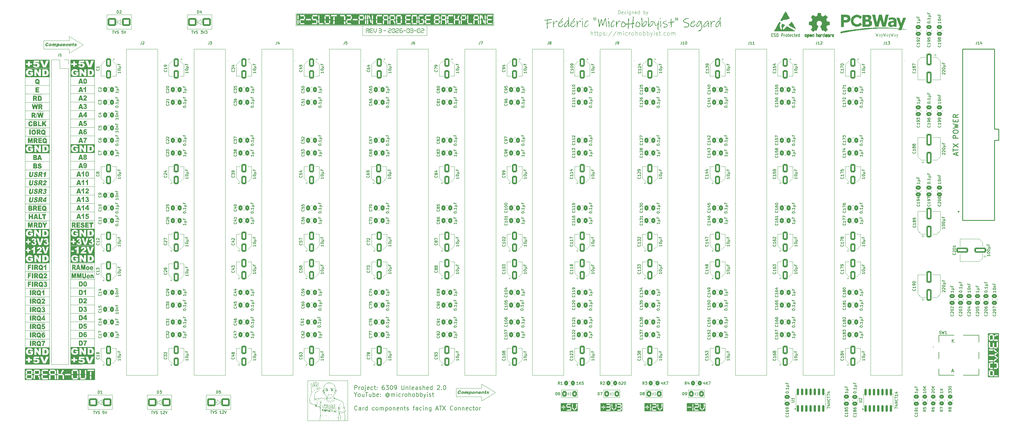
<source format=gbr>
%TF.GenerationSoftware,KiCad,Pcbnew,9.0.7*%
%TF.CreationDate,2026-02-22T19:12:49-05:00*%
%TF.ProjectId,Episode4,45706973-6f64-4653-942e-6b696361645f,2*%
%TF.SameCoordinates,Original*%
%TF.FileFunction,Legend,Top*%
%TF.FilePolarity,Positive*%
%FSLAX46Y46*%
G04 Gerber Fmt 4.6, Leading zero omitted, Abs format (unit mm)*
G04 Created by KiCad (PCBNEW 9.0.7) date 2026-02-22 19:12:49*
%MOMM*%
%LPD*%
G01*
G04 APERTURE LIST*
G04 Aperture macros list*
%AMRoundRect*
0 Rectangle with rounded corners*
0 $1 Rounding radius*
0 $2 $3 $4 $5 $6 $7 $8 $9 X,Y pos of 4 corners*
0 Add a 4 corners polygon primitive as box body*
4,1,4,$2,$3,$4,$5,$6,$7,$8,$9,$2,$3,0*
0 Add four circle primitives for the rounded corners*
1,1,$1+$1,$2,$3*
1,1,$1+$1,$4,$5*
1,1,$1+$1,$6,$7*
1,1,$1+$1,$8,$9*
0 Add four rect primitives between the rounded corners*
20,1,$1+$1,$2,$3,$4,$5,0*
20,1,$1+$1,$4,$5,$6,$7,0*
20,1,$1+$1,$6,$7,$8,$9,0*
20,1,$1+$1,$8,$9,$2,$3,0*%
G04 Aperture macros list end*
%ADD10C,0.100000*%
%ADD11C,0.120000*%
%ADD12C,0.152400*%
%ADD13C,0.254000*%
%ADD14C,0.381000*%
%ADD15C,0.101600*%
%ADD16C,0.375000*%
%ADD17C,0.200000*%
%ADD18C,0.165100*%
%ADD19C,0.150000*%
%ADD20C,0.203200*%
%ADD21C,0.508000*%
%ADD22C,0.304800*%
%ADD23C,0.010000*%
%ADD24C,0.000000*%
%ADD25RoundRect,0.250000X0.337500X0.475000X-0.337500X0.475000X-0.337500X-0.475000X0.337500X-0.475000X0*%
%ADD26RoundRect,0.250000X-0.450000X0.350000X-0.450000X-0.350000X0.450000X-0.350000X0.450000X0.350000X0*%
%ADD27RoundRect,0.250000X0.550000X-1.050000X0.550000X1.050000X-0.550000X1.050000X-0.550000X-1.050000X0*%
%ADD28RoundRect,0.250000X0.475000X-0.337500X0.475000X0.337500X-0.475000X0.337500X-0.475000X-0.337500X0*%
%ADD29C,1.638000*%
%ADD30RoundRect,0.250000X-0.350000X-0.450000X0.350000X-0.450000X0.350000X0.450000X-0.350000X0.450000X0*%
%ADD31RoundRect,0.250000X-0.550000X1.050000X-0.550000X-1.050000X0.550000X-1.050000X0.550000X1.050000X0*%
%ADD32C,0.800000*%
%ADD33C,7.000000*%
%ADD34RoundRect,0.250000X-1.000000X-0.900000X1.000000X-0.900000X1.000000X0.900000X-1.000000X0.900000X0*%
%ADD35RoundRect,0.250000X-0.475000X0.337500X-0.475000X-0.337500X0.475000X-0.337500X0.475000X0.337500X0*%
%ADD36C,1.800000*%
%ADD37R,2.100000X2.100000*%
%ADD38C,2.100000*%
%ADD39C,1.950000*%
%ADD40RoundRect,0.250000X1.500000X0.550000X-1.500000X0.550000X-1.500000X-0.550000X1.500000X-0.550000X0*%
%ADD41RoundRect,0.150000X0.150000X-0.825000X0.150000X0.825000X-0.150000X0.825000X-0.150000X-0.825000X0*%
%ADD42RoundRect,0.250001X-0.462499X-0.624999X0.462499X-0.624999X0.462499X0.624999X-0.462499X0.624999X0*%
%ADD43RoundRect,0.250000X0.550000X-1.500000X0.550000X1.500000X-0.550000X1.500000X-0.550000X-1.500000X0*%
%ADD44C,0.001000*%
%ADD45C,2.000000*%
%ADD46RoundRect,0.250000X-0.550000X1.500000X-0.550000X-1.500000X0.550000X-1.500000X0.550000X1.500000X0*%
%ADD47R,1.700000X1.700000*%
%ADD48C,1.700000*%
%ADD49RoundRect,0.250000X0.450000X-0.350000X0.450000X0.350000X-0.450000X0.350000X-0.450000X-0.350000X0*%
%ADD50RoundRect,0.250000X1.000000X0.900000X-1.000000X0.900000X-1.000000X-0.900000X1.000000X-0.900000X0*%
%ADD51RoundRect,0.250000X0.350000X0.450000X-0.350000X0.450000X-0.350000X-0.450000X0.350000X-0.450000X0*%
G04 APERTURE END LIST*
D10*
X22479000Y-27910000D02*
X15240000Y-27910000D01*
D11*
X192913000Y-119253000D02*
X192100000Y-119245000D01*
X44060000Y-122800000D02*
X45593000Y-122800000D01*
D10*
X8890000Y-35560000D02*
X1651000Y-35560000D01*
D11*
X27813000Y-118491000D02*
X26280000Y-118500000D01*
D10*
X177419000Y-118110000D02*
X177038000Y-118110000D01*
X22479000Y-93950000D02*
X15240000Y-93950000D01*
D11*
X33528000Y-8500000D02*
X33528000Y-4191000D01*
D10*
X8890000Y-45720000D02*
X1651000Y-45720000D01*
X59182000Y-120650000D02*
X58801000Y-120650000D01*
D11*
X205613000Y-119253000D02*
X204800000Y-119245000D01*
D10*
X22479000Y-78710000D02*
X15240000Y-78710000D01*
X54483000Y-7112000D02*
X54483000Y-5588000D01*
X8890000Y-88900000D02*
X1651000Y-88900000D01*
X22479000Y-91410000D02*
X15240000Y-91410000D01*
X22479000Y-53310000D02*
X15240000Y-53310000D01*
X8890000Y-73660000D02*
X1651000Y-73660000D01*
X23495000Y-120650000D02*
X24638000Y-121412000D01*
X1651000Y-17720000D02*
X8890000Y-17720000D01*
D11*
X180213000Y-119253000D02*
X179400000Y-119245000D01*
D10*
X22479000Y-66010000D02*
X15240000Y-66010000D01*
X41275000Y-121412000D02*
X41275000Y-119888000D01*
X8890000Y-71120000D02*
X1651000Y-71120000D01*
X8890000Y-76200000D02*
X1651000Y-76200000D01*
X178181000Y-118110000D02*
X178562000Y-118110000D01*
D11*
X56125000Y-8500000D02*
X57658000Y-8500000D01*
D10*
X22479000Y-32990000D02*
X15240000Y-32990000D01*
X22479000Y-55850000D02*
X14859000Y-55850000D01*
X15240000Y-17720000D02*
X22479000Y-17728740D01*
X22479000Y-86330000D02*
X15240000Y-86330000D01*
X22479000Y-96490000D02*
X15240000Y-96490000D01*
X8865000Y-104140000D02*
X1651000Y-104140000D01*
X54483000Y-6350000D02*
X54864000Y-6350000D01*
X14859000Y-11938000D02*
X7239000Y-11938000D01*
X30353000Y-6350000D02*
X30734000Y-6350000D01*
D11*
X192913000Y-116975000D02*
X192913000Y-119253000D01*
X57540000Y-118500000D02*
X56007000Y-118500000D01*
X167513000Y-119253000D02*
X166700000Y-119245000D01*
D10*
X8890000Y-22860000D02*
X1651000Y-22860000D01*
X7239000Y-14478000D02*
X7239000Y-11938000D01*
X22479000Y-63470000D02*
X15240000Y-63470000D01*
D11*
X192100000Y-116975000D02*
X192913000Y-116975000D01*
X205613000Y-116975000D02*
X205613000Y-119253000D01*
D10*
X86474257Y-114173000D02*
X98437743Y-114173000D01*
X98437743Y-126165932D01*
X86474257Y-126165932D01*
X86474257Y-114173000D01*
X190881000Y-117602000D02*
X190881000Y-118618000D01*
X42418000Y-119888000D02*
X41275000Y-120650000D01*
X203581000Y-117602000D02*
X203581000Y-118618000D01*
X22479000Y-40610000D02*
X15240000Y-40610000D01*
D11*
X56007000Y-122809000D02*
X57540000Y-122800000D01*
D10*
X8865000Y-109220000D02*
X1651000Y-109220000D01*
X59182000Y-119888000D02*
X59182000Y-121412000D01*
D11*
X31995000Y-8500000D02*
X33528000Y-8500000D01*
D10*
X22479000Y-99030000D02*
X15240000Y-99030000D01*
X59182000Y-121412000D02*
X60325000Y-120650000D01*
X22479000Y-45690000D02*
X15240000Y-45690000D01*
X8890000Y-63500000D02*
X1651000Y-63500000D01*
X23495000Y-120650000D02*
X23241000Y-120650000D01*
X19050000Y-13208000D02*
X14859000Y-15748000D01*
D11*
X57658000Y-4191000D02*
X56125000Y-4200000D01*
D10*
X8890000Y-83820000D02*
X1651000Y-83820000D01*
X8890000Y-30480000D02*
X1651000Y-30480000D01*
X22479000Y-38070000D02*
X15240000Y-38070000D01*
X14859000Y-15748000D02*
X14859000Y-14478000D01*
X8890000Y-78740000D02*
X1651000Y-78740000D01*
X8890000Y-58420000D02*
X1651000Y-58420000D01*
X22479000Y-60930000D02*
X15240000Y-60930000D01*
X8890000Y-40640000D02*
X1651000Y-40640000D01*
X165481000Y-117602000D02*
X165481000Y-118618000D01*
X1651000Y-109220000D02*
X1651000Y-17720000D01*
X82931000Y-3810000D02*
X142367000Y-3810000D01*
X142367000Y-7493000D01*
X82931000Y-7493000D01*
X82931000Y-3810000D01*
X8890000Y-43180000D02*
X1651000Y-43180000D01*
X8865000Y-99060000D02*
X1651000Y-99060000D01*
X131064000Y-118999000D02*
X131064000Y-116459000D01*
X8890000Y-96520000D02*
X1651000Y-96520000D01*
X202819000Y-117602000D02*
X202819000Y-118618000D01*
D11*
X33528000Y-4191000D02*
X31995000Y-4200000D01*
D10*
X8890000Y-33020000D02*
X1651000Y-33020000D01*
X22479000Y-88870000D02*
X15240000Y-88870000D01*
X142875000Y-117729000D02*
X138684000Y-120269000D01*
X22479000Y-48230000D02*
X15240000Y-48230000D01*
D11*
X45593000Y-122800000D02*
X45593000Y-118491000D01*
X56007000Y-118500000D02*
X56007000Y-122809000D01*
D10*
X8890000Y-55880000D02*
X1651000Y-55880000D01*
X22479000Y-73660000D02*
X15240000Y-73660000D01*
X29210000Y-6350000D02*
X28956000Y-6350000D01*
X22479000Y-101570000D02*
X15240000Y-101570000D01*
X22479000Y-25400000D02*
X15240000Y-25400000D01*
X165481000Y-118110000D02*
X165862000Y-118110000D01*
X8890000Y-25400000D02*
X1651000Y-25400000D01*
X8890000Y-68580000D02*
X1651000Y-68580000D01*
X178181000Y-118618000D02*
X177419000Y-118110000D01*
X138684000Y-120269000D02*
X138684000Y-118999000D01*
X22479000Y-68550000D02*
X15240000Y-68550000D01*
X8890000Y-81280000D02*
X1651000Y-81280000D01*
X22479000Y-83790000D02*
X15240000Y-83790000D01*
X142875000Y-117729000D02*
X138684000Y-115189000D01*
D11*
X167513000Y-116975000D02*
X167513000Y-119253000D01*
D10*
X177419000Y-117602000D02*
X177419000Y-118618000D01*
D11*
X166700000Y-116975000D02*
X167513000Y-116975000D01*
D10*
X24638000Y-121412000D02*
X24638000Y-119888000D01*
X22479000Y-76200000D02*
X15240000Y-76200000D01*
X60325000Y-120650000D02*
X59182000Y-119888000D01*
X138684000Y-118999000D02*
X131064000Y-118999000D01*
X30353000Y-5588000D02*
X29210000Y-6350000D01*
X22479000Y-17750000D02*
X22479000Y-109190000D01*
X22479000Y-71090000D02*
X15240000Y-71090000D01*
X22479000Y-109190000D02*
X15240000Y-109220000D01*
X8890000Y-48260000D02*
X1651000Y-48260000D01*
X42418000Y-121412000D02*
X42418000Y-119888000D01*
D11*
X27813000Y-122800000D02*
X27813000Y-118491000D01*
D10*
X178181000Y-117602000D02*
X178181000Y-118618000D01*
X190119000Y-117602000D02*
X190119000Y-118618000D01*
X164719000Y-118110000D02*
X165481000Y-117602000D01*
X138684000Y-116459000D02*
X131064000Y-116459000D01*
X8890000Y-91440000D02*
X1651000Y-91440000D01*
D11*
X179400000Y-116975000D02*
X180213000Y-116975000D01*
D10*
X164719000Y-117602000D02*
X164719000Y-118618000D01*
X22479000Y-50770000D02*
X15240000Y-50770000D01*
X54483000Y-5588000D02*
X53340000Y-6350000D01*
X8890000Y-20320000D02*
X1651000Y-20320000D01*
X60325000Y-119888000D02*
X60325000Y-121412000D01*
D11*
X204800000Y-116975000D02*
X205613000Y-116975000D01*
D10*
X8865000Y-106680000D02*
X1651000Y-106680000D01*
X22479000Y-20290000D02*
X15240000Y-20290000D01*
D11*
X45593000Y-118491000D02*
X44060000Y-118500000D01*
D10*
X202819000Y-118110000D02*
X202438000Y-118110000D01*
X22479000Y-22830000D02*
X15240000Y-22830000D01*
X202819000Y-118110000D02*
X203581000Y-117602000D01*
X30353000Y-7112000D02*
X30353000Y-5588000D01*
X177419000Y-118110000D02*
X178181000Y-117602000D01*
X190881000Y-118618000D02*
X190119000Y-118110000D01*
X24638000Y-119888000D02*
X23495000Y-120650000D01*
X190119000Y-118110000D02*
X190881000Y-117602000D01*
X41275000Y-120650000D02*
X42418000Y-121412000D01*
X22479000Y-106650000D02*
X15240000Y-106650000D01*
X14859000Y-10668000D02*
X14859000Y-11938000D01*
X29210000Y-6350000D02*
X30353000Y-7112000D01*
X8865000Y-101600000D02*
X1651000Y-101600000D01*
X8890000Y-66040000D02*
X1651000Y-66040000D01*
X203581000Y-118110000D02*
X203962000Y-118110000D01*
X8890000Y-60960000D02*
X1651000Y-60960000D01*
X41275000Y-120650000D02*
X41021000Y-120650000D01*
D11*
X26280000Y-122800000D02*
X27813000Y-122800000D01*
X57658000Y-8500000D02*
X57658000Y-4191000D01*
D10*
X14859000Y-14478000D02*
X7239000Y-14478000D01*
X8890000Y-17720000D02*
X8890000Y-109220000D01*
X138684000Y-115189000D02*
X138684000Y-116459000D01*
X19050000Y-13208000D02*
X14859000Y-10668000D01*
X22479000Y-43150000D02*
X15240000Y-43150000D01*
X8890000Y-50800000D02*
X1651000Y-50800000D01*
X24638000Y-120650000D02*
X25019000Y-120650000D01*
X190881000Y-118110000D02*
X191262000Y-118110000D01*
X53340000Y-6350000D02*
X54483000Y-7112000D01*
X165481000Y-118618000D02*
X164719000Y-118110000D01*
X23495000Y-121412000D02*
X23495000Y-119888000D01*
X42418000Y-120650000D02*
X42799000Y-120650000D01*
X22479000Y-58390000D02*
X15240000Y-58390000D01*
X203581000Y-118618000D02*
X202819000Y-118110000D01*
X22479000Y-104110000D02*
X15240000Y-104110000D01*
X164719000Y-118110000D02*
X164338000Y-118110000D01*
X8890000Y-27940000D02*
X1651000Y-27940000D01*
X22479000Y-35530000D02*
X15240000Y-35530000D01*
X29210000Y-7112000D02*
X29210000Y-5588000D01*
X8890000Y-93980000D02*
X1651000Y-93980000D01*
D11*
X180213000Y-116975000D02*
X180213000Y-119253000D01*
D10*
X8890000Y-38100000D02*
X1651000Y-38100000D01*
X53340000Y-7112000D02*
X53340000Y-5588000D01*
X53340000Y-6350000D02*
X53086000Y-6350000D01*
X22479000Y-81250000D02*
X15240000Y-81250000D01*
X60325000Y-120650000D02*
X60579000Y-120650000D01*
X22479000Y-30450000D02*
X15240000Y-30450000D01*
X8890000Y-86360000D02*
X1651000Y-86360000D01*
X15240000Y-109220000D02*
X15240000Y-17750000D01*
X190119000Y-118110000D02*
X189738000Y-118110000D01*
X102997000Y-7493000D02*
X122301000Y-7493000D01*
X122301000Y-10414000D01*
X102997000Y-10414000D01*
X102997000Y-7493000D01*
X8890000Y-53340000D02*
X1651000Y-53340000D01*
G36*
X19027884Y-37589460D02*
G01*
X18608427Y-37589460D01*
X18544674Y-37339324D01*
X18088120Y-37339324D01*
X18025238Y-37589460D01*
X17615510Y-37589460D01*
X17800279Y-37011765D01*
X18174812Y-37011765D01*
X18460593Y-37011765D01*
X18317268Y-36461521D01*
X18174812Y-37011765D01*
X17800279Y-37011765D01*
X18103149Y-36064821D01*
X18540245Y-36064821D01*
X19027884Y-37589460D01*
G37*
G36*
X19243980Y-36064821D02*
G01*
X20099663Y-36064821D01*
X20099663Y-36410247D01*
X19520032Y-36410247D01*
X19489105Y-36637584D01*
X19549661Y-36608166D01*
X19608148Y-36587706D01*
X19667020Y-36575162D01*
X19724501Y-36571049D01*
X19820529Y-36580281D01*
X19903765Y-36606671D01*
X19976471Y-36649230D01*
X20040339Y-36708307D01*
X20093400Y-36781404D01*
X20130876Y-36862208D01*
X20153710Y-36952320D01*
X20161597Y-37054012D01*
X20154743Y-37149855D01*
X20134144Y-37243349D01*
X20099188Y-37335694D01*
X20051582Y-37419069D01*
X19992955Y-37487417D01*
X19922246Y-37542094D01*
X19843511Y-37579938D01*
X19746966Y-37604430D01*
X19628871Y-37613282D01*
X19505355Y-37605606D01*
X19408979Y-37584900D01*
X19322656Y-37548672D01*
X19253235Y-37500311D01*
X19194541Y-37439509D01*
X19149300Y-37372824D01*
X19113956Y-37295802D01*
X19082937Y-37195179D01*
X19447500Y-37148744D01*
X19461178Y-37214408D01*
X19482020Y-37265210D01*
X19509433Y-37304055D01*
X19544039Y-37333646D01*
X19582256Y-37351199D01*
X19625312Y-37357190D01*
X19672914Y-37349710D01*
X19713787Y-37327911D01*
X19749654Y-37290934D01*
X19775487Y-37243285D01*
X19792458Y-37179017D01*
X19798774Y-37093096D01*
X19792276Y-37005051D01*
X19775052Y-36941293D01*
X19749179Y-36895816D01*
X19713131Y-36861389D01*
X19669918Y-36840456D01*
X19617402Y-36833096D01*
X19566391Y-36840451D01*
X19516552Y-36862874D01*
X19480936Y-36890833D01*
X19436900Y-36941042D01*
X19129842Y-36889581D01*
X19243980Y-36064821D01*
G37*
G36*
X19027884Y-40129460D02*
G01*
X18608427Y-40129460D01*
X18544674Y-39879324D01*
X18088120Y-39879324D01*
X18025238Y-40129460D01*
X17615510Y-40129460D01*
X17800279Y-39551765D01*
X18174812Y-39551765D01*
X18460593Y-39551765D01*
X18317268Y-39001521D01*
X18174812Y-39551765D01*
X17800279Y-39551765D01*
X18103149Y-38604821D01*
X18540245Y-38604821D01*
X19027884Y-40129460D01*
G37*
G36*
X19760678Y-38586535D02*
G01*
X19840785Y-38601388D01*
X19901839Y-38623340D01*
X19958973Y-38656360D01*
X20008397Y-38697557D01*
X20050938Y-38747198D01*
X20086390Y-38804373D01*
X20116588Y-38872137D01*
X20141268Y-38952015D01*
X19782875Y-39003848D01*
X19762283Y-38924351D01*
X19735495Y-38879338D01*
X19698854Y-38852287D01*
X19653708Y-38843046D01*
X19612726Y-38849421D01*
X19577160Y-38868065D01*
X19545587Y-38899763D01*
X19517422Y-38947176D01*
X19499435Y-39001052D01*
X19481347Y-39100824D01*
X19465217Y-39267756D01*
X19532431Y-39199357D01*
X19597944Y-39153948D01*
X19669697Y-39126646D01*
X19755428Y-39117005D01*
X19839763Y-39126265D01*
X19915688Y-39153272D01*
X19984958Y-39197960D01*
X20048803Y-39261707D01*
X20100867Y-39338133D01*
X20137999Y-39423456D01*
X20160801Y-39519429D01*
X20168715Y-39628443D01*
X20161838Y-39726398D01*
X20141613Y-39817162D01*
X20108047Y-39902215D01*
X20062200Y-39978469D01*
X20006501Y-40040564D01*
X19939964Y-40089724D01*
X19866336Y-40123633D01*
X19777510Y-40145447D01*
X19670477Y-40153282D01*
X19541824Y-40143454D01*
X19439333Y-40116563D01*
X19358119Y-40075487D01*
X19286708Y-40015222D01*
X19224129Y-39933614D01*
X19170024Y-39827119D01*
X19141232Y-39742175D01*
X19119151Y-39640472D01*
X19117852Y-39629467D01*
X19477557Y-39629467D01*
X19484085Y-39708969D01*
X19502144Y-39771850D01*
X19530632Y-39821722D01*
X19569162Y-39860706D01*
X19611989Y-39883491D01*
X19660748Y-39891235D01*
X19705577Y-39884192D01*
X19744586Y-39863561D01*
X19779316Y-39828422D01*
X19804487Y-39783127D01*
X19820969Y-39722178D01*
X19827091Y-39640820D01*
X19820798Y-39557508D01*
X19803739Y-39494086D01*
X19777497Y-39446052D01*
X19741381Y-39408488D01*
X19700922Y-39386530D01*
X19654499Y-39379052D01*
X19606805Y-39386362D01*
X19565315Y-39407737D01*
X19528417Y-39444005D01*
X19501285Y-39490721D01*
X19483905Y-39551211D01*
X19477557Y-39629467D01*
X19117852Y-39629467D01*
X19104840Y-39519245D01*
X19099705Y-39375422D01*
X19106988Y-39203489D01*
X19127146Y-39061519D01*
X19158094Y-38944913D01*
X19198418Y-38849652D01*
X19247461Y-38772416D01*
X19309645Y-38704868D01*
X19380277Y-38652130D01*
X19460560Y-38613560D01*
X19552174Y-38589449D01*
X19657188Y-38580999D01*
X19760678Y-38586535D01*
G37*
D12*
X100605643Y-116892551D02*
X100605643Y-115622551D01*
X100605643Y-115622551D02*
X101089453Y-115622551D01*
X101089453Y-115622551D02*
X101210405Y-115683027D01*
X101210405Y-115683027D02*
X101270882Y-115743503D01*
X101270882Y-115743503D02*
X101331358Y-115864455D01*
X101331358Y-115864455D02*
X101331358Y-116045884D01*
X101331358Y-116045884D02*
X101270882Y-116166836D01*
X101270882Y-116166836D02*
X101210405Y-116227313D01*
X101210405Y-116227313D02*
X101089453Y-116287789D01*
X101089453Y-116287789D02*
X100605643Y-116287789D01*
X101875643Y-116892551D02*
X101875643Y-116045884D01*
X101875643Y-116287789D02*
X101936120Y-116166836D01*
X101936120Y-116166836D02*
X101996596Y-116106360D01*
X101996596Y-116106360D02*
X102117548Y-116045884D01*
X102117548Y-116045884D02*
X102238501Y-116045884D01*
X102843262Y-116892551D02*
X102722310Y-116832075D01*
X102722310Y-116832075D02*
X102661833Y-116771598D01*
X102661833Y-116771598D02*
X102601357Y-116650646D01*
X102601357Y-116650646D02*
X102601357Y-116287789D01*
X102601357Y-116287789D02*
X102661833Y-116166836D01*
X102661833Y-116166836D02*
X102722310Y-116106360D01*
X102722310Y-116106360D02*
X102843262Y-116045884D01*
X102843262Y-116045884D02*
X103024691Y-116045884D01*
X103024691Y-116045884D02*
X103145643Y-116106360D01*
X103145643Y-116106360D02*
X103206119Y-116166836D01*
X103206119Y-116166836D02*
X103266595Y-116287789D01*
X103266595Y-116287789D02*
X103266595Y-116650646D01*
X103266595Y-116650646D02*
X103206119Y-116771598D01*
X103206119Y-116771598D02*
X103145643Y-116832075D01*
X103145643Y-116832075D02*
X103024691Y-116892551D01*
X103024691Y-116892551D02*
X102843262Y-116892551D01*
X103810881Y-116045884D02*
X103810881Y-117134455D01*
X103810881Y-117134455D02*
X103750405Y-117255408D01*
X103750405Y-117255408D02*
X103629453Y-117315884D01*
X103629453Y-117315884D02*
X103568977Y-117315884D01*
X103810881Y-115622551D02*
X103750405Y-115683027D01*
X103750405Y-115683027D02*
X103810881Y-115743503D01*
X103810881Y-115743503D02*
X103871358Y-115683027D01*
X103871358Y-115683027D02*
X103810881Y-115622551D01*
X103810881Y-115622551D02*
X103810881Y-115743503D01*
X104899453Y-116832075D02*
X104778501Y-116892551D01*
X104778501Y-116892551D02*
X104536596Y-116892551D01*
X104536596Y-116892551D02*
X104415643Y-116832075D01*
X104415643Y-116832075D02*
X104355167Y-116711122D01*
X104355167Y-116711122D02*
X104355167Y-116227313D01*
X104355167Y-116227313D02*
X104415643Y-116106360D01*
X104415643Y-116106360D02*
X104536596Y-116045884D01*
X104536596Y-116045884D02*
X104778501Y-116045884D01*
X104778501Y-116045884D02*
X104899453Y-116106360D01*
X104899453Y-116106360D02*
X104959929Y-116227313D01*
X104959929Y-116227313D02*
X104959929Y-116348265D01*
X104959929Y-116348265D02*
X104355167Y-116469217D01*
X106048500Y-116832075D02*
X105927548Y-116892551D01*
X105927548Y-116892551D02*
X105685643Y-116892551D01*
X105685643Y-116892551D02*
X105564691Y-116832075D01*
X105564691Y-116832075D02*
X105504214Y-116771598D01*
X105504214Y-116771598D02*
X105443738Y-116650646D01*
X105443738Y-116650646D02*
X105443738Y-116287789D01*
X105443738Y-116287789D02*
X105504214Y-116166836D01*
X105504214Y-116166836D02*
X105564691Y-116106360D01*
X105564691Y-116106360D02*
X105685643Y-116045884D01*
X105685643Y-116045884D02*
X105927548Y-116045884D01*
X105927548Y-116045884D02*
X106048500Y-116106360D01*
X106411357Y-116045884D02*
X106895166Y-116045884D01*
X106592785Y-115622551D02*
X106592785Y-116711122D01*
X106592785Y-116711122D02*
X106653262Y-116832075D01*
X106653262Y-116832075D02*
X106774214Y-116892551D01*
X106774214Y-116892551D02*
X106895166Y-116892551D01*
X107318499Y-116771598D02*
X107378976Y-116832075D01*
X107378976Y-116832075D02*
X107318499Y-116892551D01*
X107318499Y-116892551D02*
X107258023Y-116832075D01*
X107258023Y-116832075D02*
X107318499Y-116771598D01*
X107318499Y-116771598D02*
X107318499Y-116892551D01*
X107318499Y-116106360D02*
X107378976Y-116166836D01*
X107378976Y-116166836D02*
X107318499Y-116227313D01*
X107318499Y-116227313D02*
X107258023Y-116166836D01*
X107258023Y-116166836D02*
X107318499Y-116106360D01*
X107318499Y-116106360D02*
X107318499Y-116227313D01*
X109435166Y-115622551D02*
X109193261Y-115622551D01*
X109193261Y-115622551D02*
X109072309Y-115683027D01*
X109072309Y-115683027D02*
X109011833Y-115743503D01*
X109011833Y-115743503D02*
X108890880Y-115924932D01*
X108890880Y-115924932D02*
X108830404Y-116166836D01*
X108830404Y-116166836D02*
X108830404Y-116650646D01*
X108830404Y-116650646D02*
X108890880Y-116771598D01*
X108890880Y-116771598D02*
X108951357Y-116832075D01*
X108951357Y-116832075D02*
X109072309Y-116892551D01*
X109072309Y-116892551D02*
X109314214Y-116892551D01*
X109314214Y-116892551D02*
X109435166Y-116832075D01*
X109435166Y-116832075D02*
X109495642Y-116771598D01*
X109495642Y-116771598D02*
X109556119Y-116650646D01*
X109556119Y-116650646D02*
X109556119Y-116348265D01*
X109556119Y-116348265D02*
X109495642Y-116227313D01*
X109495642Y-116227313D02*
X109435166Y-116166836D01*
X109435166Y-116166836D02*
X109314214Y-116106360D01*
X109314214Y-116106360D02*
X109072309Y-116106360D01*
X109072309Y-116106360D02*
X108951357Y-116166836D01*
X108951357Y-116166836D02*
X108890880Y-116227313D01*
X108890880Y-116227313D02*
X108830404Y-116348265D01*
X109979452Y-115622551D02*
X110765643Y-115622551D01*
X110765643Y-115622551D02*
X110342309Y-116106360D01*
X110342309Y-116106360D02*
X110523738Y-116106360D01*
X110523738Y-116106360D02*
X110644690Y-116166836D01*
X110644690Y-116166836D02*
X110705166Y-116227313D01*
X110705166Y-116227313D02*
X110765643Y-116348265D01*
X110765643Y-116348265D02*
X110765643Y-116650646D01*
X110765643Y-116650646D02*
X110705166Y-116771598D01*
X110705166Y-116771598D02*
X110644690Y-116832075D01*
X110644690Y-116832075D02*
X110523738Y-116892551D01*
X110523738Y-116892551D02*
X110160881Y-116892551D01*
X110160881Y-116892551D02*
X110039928Y-116832075D01*
X110039928Y-116832075D02*
X109979452Y-116771598D01*
X111551833Y-115622551D02*
X111672786Y-115622551D01*
X111672786Y-115622551D02*
X111793738Y-115683027D01*
X111793738Y-115683027D02*
X111854214Y-115743503D01*
X111854214Y-115743503D02*
X111914690Y-115864455D01*
X111914690Y-115864455D02*
X111975167Y-116106360D01*
X111975167Y-116106360D02*
X111975167Y-116408741D01*
X111975167Y-116408741D02*
X111914690Y-116650646D01*
X111914690Y-116650646D02*
X111854214Y-116771598D01*
X111854214Y-116771598D02*
X111793738Y-116832075D01*
X111793738Y-116832075D02*
X111672786Y-116892551D01*
X111672786Y-116892551D02*
X111551833Y-116892551D01*
X111551833Y-116892551D02*
X111430881Y-116832075D01*
X111430881Y-116832075D02*
X111370405Y-116771598D01*
X111370405Y-116771598D02*
X111309928Y-116650646D01*
X111309928Y-116650646D02*
X111249452Y-116408741D01*
X111249452Y-116408741D02*
X111249452Y-116106360D01*
X111249452Y-116106360D02*
X111309928Y-115864455D01*
X111309928Y-115864455D02*
X111370405Y-115743503D01*
X111370405Y-115743503D02*
X111430881Y-115683027D01*
X111430881Y-115683027D02*
X111551833Y-115622551D01*
X112579929Y-116892551D02*
X112821833Y-116892551D01*
X112821833Y-116892551D02*
X112942786Y-116832075D01*
X112942786Y-116832075D02*
X113003262Y-116771598D01*
X113003262Y-116771598D02*
X113124214Y-116590170D01*
X113124214Y-116590170D02*
X113184691Y-116348265D01*
X113184691Y-116348265D02*
X113184691Y-115864455D01*
X113184691Y-115864455D02*
X113124214Y-115743503D01*
X113124214Y-115743503D02*
X113063738Y-115683027D01*
X113063738Y-115683027D02*
X112942786Y-115622551D01*
X112942786Y-115622551D02*
X112700881Y-115622551D01*
X112700881Y-115622551D02*
X112579929Y-115683027D01*
X112579929Y-115683027D02*
X112519452Y-115743503D01*
X112519452Y-115743503D02*
X112458976Y-115864455D01*
X112458976Y-115864455D02*
X112458976Y-116166836D01*
X112458976Y-116166836D02*
X112519452Y-116287789D01*
X112519452Y-116287789D02*
X112579929Y-116348265D01*
X112579929Y-116348265D02*
X112700881Y-116408741D01*
X112700881Y-116408741D02*
X112942786Y-116408741D01*
X112942786Y-116408741D02*
X113063738Y-116348265D01*
X113063738Y-116348265D02*
X113124214Y-116287789D01*
X113124214Y-116287789D02*
X113184691Y-116166836D01*
X114696595Y-115622551D02*
X114696595Y-116650646D01*
X114696595Y-116650646D02*
X114757072Y-116771598D01*
X114757072Y-116771598D02*
X114817548Y-116832075D01*
X114817548Y-116832075D02*
X114938500Y-116892551D01*
X114938500Y-116892551D02*
X115180405Y-116892551D01*
X115180405Y-116892551D02*
X115301357Y-116832075D01*
X115301357Y-116832075D02*
X115361834Y-116771598D01*
X115361834Y-116771598D02*
X115422310Y-116650646D01*
X115422310Y-116650646D02*
X115422310Y-115622551D01*
X116027071Y-116045884D02*
X116027071Y-116892551D01*
X116027071Y-116166836D02*
X116087548Y-116106360D01*
X116087548Y-116106360D02*
X116208500Y-116045884D01*
X116208500Y-116045884D02*
X116389929Y-116045884D01*
X116389929Y-116045884D02*
X116510881Y-116106360D01*
X116510881Y-116106360D02*
X116571357Y-116227313D01*
X116571357Y-116227313D02*
X116571357Y-116892551D01*
X117357548Y-116892551D02*
X117236596Y-116832075D01*
X117236596Y-116832075D02*
X117176119Y-116711122D01*
X117176119Y-116711122D02*
X117176119Y-115622551D01*
X118325167Y-116832075D02*
X118204215Y-116892551D01*
X118204215Y-116892551D02*
X117962310Y-116892551D01*
X117962310Y-116892551D02*
X117841357Y-116832075D01*
X117841357Y-116832075D02*
X117780881Y-116711122D01*
X117780881Y-116711122D02*
X117780881Y-116227313D01*
X117780881Y-116227313D02*
X117841357Y-116106360D01*
X117841357Y-116106360D02*
X117962310Y-116045884D01*
X117962310Y-116045884D02*
X118204215Y-116045884D01*
X118204215Y-116045884D02*
X118325167Y-116106360D01*
X118325167Y-116106360D02*
X118385643Y-116227313D01*
X118385643Y-116227313D02*
X118385643Y-116348265D01*
X118385643Y-116348265D02*
X117780881Y-116469217D01*
X119474214Y-116892551D02*
X119474214Y-116227313D01*
X119474214Y-116227313D02*
X119413738Y-116106360D01*
X119413738Y-116106360D02*
X119292786Y-116045884D01*
X119292786Y-116045884D02*
X119050881Y-116045884D01*
X119050881Y-116045884D02*
X118929928Y-116106360D01*
X119474214Y-116832075D02*
X119353262Y-116892551D01*
X119353262Y-116892551D02*
X119050881Y-116892551D01*
X119050881Y-116892551D02*
X118929928Y-116832075D01*
X118929928Y-116832075D02*
X118869452Y-116711122D01*
X118869452Y-116711122D02*
X118869452Y-116590170D01*
X118869452Y-116590170D02*
X118929928Y-116469217D01*
X118929928Y-116469217D02*
X119050881Y-116408741D01*
X119050881Y-116408741D02*
X119353262Y-116408741D01*
X119353262Y-116408741D02*
X119474214Y-116348265D01*
X120018500Y-116832075D02*
X120139453Y-116892551D01*
X120139453Y-116892551D02*
X120381357Y-116892551D01*
X120381357Y-116892551D02*
X120502310Y-116832075D01*
X120502310Y-116832075D02*
X120562786Y-116711122D01*
X120562786Y-116711122D02*
X120562786Y-116650646D01*
X120562786Y-116650646D02*
X120502310Y-116529694D01*
X120502310Y-116529694D02*
X120381357Y-116469217D01*
X120381357Y-116469217D02*
X120199929Y-116469217D01*
X120199929Y-116469217D02*
X120078976Y-116408741D01*
X120078976Y-116408741D02*
X120018500Y-116287789D01*
X120018500Y-116287789D02*
X120018500Y-116227313D01*
X120018500Y-116227313D02*
X120078976Y-116106360D01*
X120078976Y-116106360D02*
X120199929Y-116045884D01*
X120199929Y-116045884D02*
X120381357Y-116045884D01*
X120381357Y-116045884D02*
X120502310Y-116106360D01*
X121107071Y-116892551D02*
X121107071Y-115622551D01*
X121651357Y-116892551D02*
X121651357Y-116227313D01*
X121651357Y-116227313D02*
X121590881Y-116106360D01*
X121590881Y-116106360D02*
X121469929Y-116045884D01*
X121469929Y-116045884D02*
X121288500Y-116045884D01*
X121288500Y-116045884D02*
X121167548Y-116106360D01*
X121167548Y-116106360D02*
X121107071Y-116166836D01*
X122739929Y-116832075D02*
X122618977Y-116892551D01*
X122618977Y-116892551D02*
X122377072Y-116892551D01*
X122377072Y-116892551D02*
X122256119Y-116832075D01*
X122256119Y-116832075D02*
X122195643Y-116711122D01*
X122195643Y-116711122D02*
X122195643Y-116227313D01*
X122195643Y-116227313D02*
X122256119Y-116106360D01*
X122256119Y-116106360D02*
X122377072Y-116045884D01*
X122377072Y-116045884D02*
X122618977Y-116045884D01*
X122618977Y-116045884D02*
X122739929Y-116106360D01*
X122739929Y-116106360D02*
X122800405Y-116227313D01*
X122800405Y-116227313D02*
X122800405Y-116348265D01*
X122800405Y-116348265D02*
X122195643Y-116469217D01*
X123888976Y-116892551D02*
X123888976Y-115622551D01*
X123888976Y-116832075D02*
X123768024Y-116892551D01*
X123768024Y-116892551D02*
X123526119Y-116892551D01*
X123526119Y-116892551D02*
X123405167Y-116832075D01*
X123405167Y-116832075D02*
X123344690Y-116771598D01*
X123344690Y-116771598D02*
X123284214Y-116650646D01*
X123284214Y-116650646D02*
X123284214Y-116287789D01*
X123284214Y-116287789D02*
X123344690Y-116166836D01*
X123344690Y-116166836D02*
X123405167Y-116106360D01*
X123405167Y-116106360D02*
X123526119Y-116045884D01*
X123526119Y-116045884D02*
X123768024Y-116045884D01*
X123768024Y-116045884D02*
X123888976Y-116106360D01*
X125400881Y-115743503D02*
X125461357Y-115683027D01*
X125461357Y-115683027D02*
X125582310Y-115622551D01*
X125582310Y-115622551D02*
X125884691Y-115622551D01*
X125884691Y-115622551D02*
X126005643Y-115683027D01*
X126005643Y-115683027D02*
X126066119Y-115743503D01*
X126066119Y-115743503D02*
X126126596Y-115864455D01*
X126126596Y-115864455D02*
X126126596Y-115985408D01*
X126126596Y-115985408D02*
X126066119Y-116166836D01*
X126066119Y-116166836D02*
X125340405Y-116892551D01*
X125340405Y-116892551D02*
X126126596Y-116892551D01*
X126670881Y-116771598D02*
X126731358Y-116832075D01*
X126731358Y-116832075D02*
X126670881Y-116892551D01*
X126670881Y-116892551D02*
X126610405Y-116832075D01*
X126610405Y-116832075D02*
X126670881Y-116771598D01*
X126670881Y-116771598D02*
X126670881Y-116892551D01*
X127517548Y-115622551D02*
X127638501Y-115622551D01*
X127638501Y-115622551D02*
X127759453Y-115683027D01*
X127759453Y-115683027D02*
X127819929Y-115743503D01*
X127819929Y-115743503D02*
X127880405Y-115864455D01*
X127880405Y-115864455D02*
X127940882Y-116106360D01*
X127940882Y-116106360D02*
X127940882Y-116408741D01*
X127940882Y-116408741D02*
X127880405Y-116650646D01*
X127880405Y-116650646D02*
X127819929Y-116771598D01*
X127819929Y-116771598D02*
X127759453Y-116832075D01*
X127759453Y-116832075D02*
X127638501Y-116892551D01*
X127638501Y-116892551D02*
X127517548Y-116892551D01*
X127517548Y-116892551D02*
X127396596Y-116832075D01*
X127396596Y-116832075D02*
X127336120Y-116771598D01*
X127336120Y-116771598D02*
X127275643Y-116650646D01*
X127275643Y-116650646D02*
X127215167Y-116408741D01*
X127215167Y-116408741D02*
X127215167Y-116106360D01*
X127215167Y-116106360D02*
X127275643Y-115864455D01*
X127275643Y-115864455D02*
X127336120Y-115743503D01*
X127336120Y-115743503D02*
X127396596Y-115683027D01*
X127396596Y-115683027D02*
X127517548Y-115622551D01*
X100847548Y-118332418D02*
X100847548Y-118937180D01*
X100424215Y-117667180D02*
X100847548Y-118332418D01*
X100847548Y-118332418D02*
X101270882Y-117667180D01*
X101875643Y-118937180D02*
X101754691Y-118876704D01*
X101754691Y-118876704D02*
X101694214Y-118816227D01*
X101694214Y-118816227D02*
X101633738Y-118695275D01*
X101633738Y-118695275D02*
X101633738Y-118332418D01*
X101633738Y-118332418D02*
X101694214Y-118211465D01*
X101694214Y-118211465D02*
X101754691Y-118150989D01*
X101754691Y-118150989D02*
X101875643Y-118090513D01*
X101875643Y-118090513D02*
X102057072Y-118090513D01*
X102057072Y-118090513D02*
X102178024Y-118150989D01*
X102178024Y-118150989D02*
X102238500Y-118211465D01*
X102238500Y-118211465D02*
X102298976Y-118332418D01*
X102298976Y-118332418D02*
X102298976Y-118695275D01*
X102298976Y-118695275D02*
X102238500Y-118816227D01*
X102238500Y-118816227D02*
X102178024Y-118876704D01*
X102178024Y-118876704D02*
X102057072Y-118937180D01*
X102057072Y-118937180D02*
X101875643Y-118937180D01*
X103387548Y-118090513D02*
X103387548Y-118937180D01*
X102843262Y-118090513D02*
X102843262Y-118755751D01*
X102843262Y-118755751D02*
X102903739Y-118876704D01*
X102903739Y-118876704D02*
X103024691Y-118937180D01*
X103024691Y-118937180D02*
X103206120Y-118937180D01*
X103206120Y-118937180D02*
X103327072Y-118876704D01*
X103327072Y-118876704D02*
X103387548Y-118816227D01*
X103810882Y-117667180D02*
X104536596Y-117667180D01*
X104173739Y-118937180D02*
X104173739Y-117667180D01*
X105504215Y-118090513D02*
X105504215Y-118937180D01*
X104959929Y-118090513D02*
X104959929Y-118755751D01*
X104959929Y-118755751D02*
X105020406Y-118876704D01*
X105020406Y-118876704D02*
X105141358Y-118937180D01*
X105141358Y-118937180D02*
X105322787Y-118937180D01*
X105322787Y-118937180D02*
X105443739Y-118876704D01*
X105443739Y-118876704D02*
X105504215Y-118816227D01*
X106108977Y-118937180D02*
X106108977Y-117667180D01*
X106108977Y-118150989D02*
X106229930Y-118090513D01*
X106229930Y-118090513D02*
X106471835Y-118090513D01*
X106471835Y-118090513D02*
X106592787Y-118150989D01*
X106592787Y-118150989D02*
X106653263Y-118211465D01*
X106653263Y-118211465D02*
X106713739Y-118332418D01*
X106713739Y-118332418D02*
X106713739Y-118695275D01*
X106713739Y-118695275D02*
X106653263Y-118816227D01*
X106653263Y-118816227D02*
X106592787Y-118876704D01*
X106592787Y-118876704D02*
X106471835Y-118937180D01*
X106471835Y-118937180D02*
X106229930Y-118937180D01*
X106229930Y-118937180D02*
X106108977Y-118876704D01*
X107741835Y-118876704D02*
X107620883Y-118937180D01*
X107620883Y-118937180D02*
X107378978Y-118937180D01*
X107378978Y-118937180D02*
X107258025Y-118876704D01*
X107258025Y-118876704D02*
X107197549Y-118755751D01*
X107197549Y-118755751D02*
X107197549Y-118271942D01*
X107197549Y-118271942D02*
X107258025Y-118150989D01*
X107258025Y-118150989D02*
X107378978Y-118090513D01*
X107378978Y-118090513D02*
X107620883Y-118090513D01*
X107620883Y-118090513D02*
X107741835Y-118150989D01*
X107741835Y-118150989D02*
X107802311Y-118271942D01*
X107802311Y-118271942D02*
X107802311Y-118392894D01*
X107802311Y-118392894D02*
X107197549Y-118513846D01*
X108346596Y-118816227D02*
X108407073Y-118876704D01*
X108407073Y-118876704D02*
X108346596Y-118937180D01*
X108346596Y-118937180D02*
X108286120Y-118876704D01*
X108286120Y-118876704D02*
X108346596Y-118816227D01*
X108346596Y-118816227D02*
X108346596Y-118937180D01*
X108346596Y-118150989D02*
X108407073Y-118211465D01*
X108407073Y-118211465D02*
X108346596Y-118271942D01*
X108346596Y-118271942D02*
X108286120Y-118211465D01*
X108286120Y-118211465D02*
X108346596Y-118150989D01*
X108346596Y-118150989D02*
X108346596Y-118271942D01*
X110705168Y-118332418D02*
X110644692Y-118271942D01*
X110644692Y-118271942D02*
X110523739Y-118211465D01*
X110523739Y-118211465D02*
X110402787Y-118211465D01*
X110402787Y-118211465D02*
X110281835Y-118271942D01*
X110281835Y-118271942D02*
X110221358Y-118332418D01*
X110221358Y-118332418D02*
X110160882Y-118453370D01*
X110160882Y-118453370D02*
X110160882Y-118574323D01*
X110160882Y-118574323D02*
X110221358Y-118695275D01*
X110221358Y-118695275D02*
X110281835Y-118755751D01*
X110281835Y-118755751D02*
X110402787Y-118816227D01*
X110402787Y-118816227D02*
X110523739Y-118816227D01*
X110523739Y-118816227D02*
X110644692Y-118755751D01*
X110644692Y-118755751D02*
X110705168Y-118695275D01*
X110705168Y-118211465D02*
X110705168Y-118695275D01*
X110705168Y-118695275D02*
X110765644Y-118755751D01*
X110765644Y-118755751D02*
X110826120Y-118755751D01*
X110826120Y-118755751D02*
X110947073Y-118695275D01*
X110947073Y-118695275D02*
X111007549Y-118574323D01*
X111007549Y-118574323D02*
X111007549Y-118271942D01*
X111007549Y-118271942D02*
X110886597Y-118090513D01*
X110886597Y-118090513D02*
X110705168Y-117969561D01*
X110705168Y-117969561D02*
X110463263Y-117909084D01*
X110463263Y-117909084D02*
X110221358Y-117969561D01*
X110221358Y-117969561D02*
X110039930Y-118090513D01*
X110039930Y-118090513D02*
X109918977Y-118271942D01*
X109918977Y-118271942D02*
X109858501Y-118513846D01*
X109858501Y-118513846D02*
X109918977Y-118755751D01*
X109918977Y-118755751D02*
X110039930Y-118937180D01*
X110039930Y-118937180D02*
X110221358Y-119058132D01*
X110221358Y-119058132D02*
X110463263Y-119118608D01*
X110463263Y-119118608D02*
X110705168Y-119058132D01*
X110705168Y-119058132D02*
X110886597Y-118937180D01*
X111551834Y-118937180D02*
X111551834Y-118090513D01*
X111551834Y-118211465D02*
X111612311Y-118150989D01*
X111612311Y-118150989D02*
X111733263Y-118090513D01*
X111733263Y-118090513D02*
X111914692Y-118090513D01*
X111914692Y-118090513D02*
X112035644Y-118150989D01*
X112035644Y-118150989D02*
X112096120Y-118271942D01*
X112096120Y-118271942D02*
X112096120Y-118937180D01*
X112096120Y-118271942D02*
X112156596Y-118150989D01*
X112156596Y-118150989D02*
X112277549Y-118090513D01*
X112277549Y-118090513D02*
X112458977Y-118090513D01*
X112458977Y-118090513D02*
X112579930Y-118150989D01*
X112579930Y-118150989D02*
X112640406Y-118271942D01*
X112640406Y-118271942D02*
X112640406Y-118937180D01*
X113245167Y-118937180D02*
X113245167Y-118090513D01*
X113245167Y-117667180D02*
X113184691Y-117727656D01*
X113184691Y-117727656D02*
X113245167Y-117788132D01*
X113245167Y-117788132D02*
X113305644Y-117727656D01*
X113305644Y-117727656D02*
X113245167Y-117667180D01*
X113245167Y-117667180D02*
X113245167Y-117788132D01*
X114394215Y-118876704D02*
X114273263Y-118937180D01*
X114273263Y-118937180D02*
X114031358Y-118937180D01*
X114031358Y-118937180D02*
X113910406Y-118876704D01*
X113910406Y-118876704D02*
X113849929Y-118816227D01*
X113849929Y-118816227D02*
X113789453Y-118695275D01*
X113789453Y-118695275D02*
X113789453Y-118332418D01*
X113789453Y-118332418D02*
X113849929Y-118211465D01*
X113849929Y-118211465D02*
X113910406Y-118150989D01*
X113910406Y-118150989D02*
X114031358Y-118090513D01*
X114031358Y-118090513D02*
X114273263Y-118090513D01*
X114273263Y-118090513D02*
X114394215Y-118150989D01*
X114938500Y-118937180D02*
X114938500Y-118090513D01*
X114938500Y-118332418D02*
X114998977Y-118211465D01*
X114998977Y-118211465D02*
X115059453Y-118150989D01*
X115059453Y-118150989D02*
X115180405Y-118090513D01*
X115180405Y-118090513D02*
X115301358Y-118090513D01*
X115906119Y-118937180D02*
X115785167Y-118876704D01*
X115785167Y-118876704D02*
X115724690Y-118816227D01*
X115724690Y-118816227D02*
X115664214Y-118695275D01*
X115664214Y-118695275D02*
X115664214Y-118332418D01*
X115664214Y-118332418D02*
X115724690Y-118211465D01*
X115724690Y-118211465D02*
X115785167Y-118150989D01*
X115785167Y-118150989D02*
X115906119Y-118090513D01*
X115906119Y-118090513D02*
X116087548Y-118090513D01*
X116087548Y-118090513D02*
X116208500Y-118150989D01*
X116208500Y-118150989D02*
X116268976Y-118211465D01*
X116268976Y-118211465D02*
X116329452Y-118332418D01*
X116329452Y-118332418D02*
X116329452Y-118695275D01*
X116329452Y-118695275D02*
X116268976Y-118816227D01*
X116268976Y-118816227D02*
X116208500Y-118876704D01*
X116208500Y-118876704D02*
X116087548Y-118937180D01*
X116087548Y-118937180D02*
X115906119Y-118937180D01*
X116873738Y-118937180D02*
X116873738Y-117667180D01*
X117418024Y-118937180D02*
X117418024Y-118271942D01*
X117418024Y-118271942D02*
X117357548Y-118150989D01*
X117357548Y-118150989D02*
X117236596Y-118090513D01*
X117236596Y-118090513D02*
X117055167Y-118090513D01*
X117055167Y-118090513D02*
X116934215Y-118150989D01*
X116934215Y-118150989D02*
X116873738Y-118211465D01*
X118204215Y-118937180D02*
X118083263Y-118876704D01*
X118083263Y-118876704D02*
X118022786Y-118816227D01*
X118022786Y-118816227D02*
X117962310Y-118695275D01*
X117962310Y-118695275D02*
X117962310Y-118332418D01*
X117962310Y-118332418D02*
X118022786Y-118211465D01*
X118022786Y-118211465D02*
X118083263Y-118150989D01*
X118083263Y-118150989D02*
X118204215Y-118090513D01*
X118204215Y-118090513D02*
X118385644Y-118090513D01*
X118385644Y-118090513D02*
X118506596Y-118150989D01*
X118506596Y-118150989D02*
X118567072Y-118211465D01*
X118567072Y-118211465D02*
X118627548Y-118332418D01*
X118627548Y-118332418D02*
X118627548Y-118695275D01*
X118627548Y-118695275D02*
X118567072Y-118816227D01*
X118567072Y-118816227D02*
X118506596Y-118876704D01*
X118506596Y-118876704D02*
X118385644Y-118937180D01*
X118385644Y-118937180D02*
X118204215Y-118937180D01*
X119171834Y-118937180D02*
X119171834Y-117667180D01*
X119171834Y-118150989D02*
X119292787Y-118090513D01*
X119292787Y-118090513D02*
X119534692Y-118090513D01*
X119534692Y-118090513D02*
X119655644Y-118150989D01*
X119655644Y-118150989D02*
X119716120Y-118211465D01*
X119716120Y-118211465D02*
X119776596Y-118332418D01*
X119776596Y-118332418D02*
X119776596Y-118695275D01*
X119776596Y-118695275D02*
X119716120Y-118816227D01*
X119716120Y-118816227D02*
X119655644Y-118876704D01*
X119655644Y-118876704D02*
X119534692Y-118937180D01*
X119534692Y-118937180D02*
X119292787Y-118937180D01*
X119292787Y-118937180D02*
X119171834Y-118876704D01*
X120320882Y-118937180D02*
X120320882Y-117667180D01*
X120320882Y-118150989D02*
X120441835Y-118090513D01*
X120441835Y-118090513D02*
X120683740Y-118090513D01*
X120683740Y-118090513D02*
X120804692Y-118150989D01*
X120804692Y-118150989D02*
X120865168Y-118211465D01*
X120865168Y-118211465D02*
X120925644Y-118332418D01*
X120925644Y-118332418D02*
X120925644Y-118695275D01*
X120925644Y-118695275D02*
X120865168Y-118816227D01*
X120865168Y-118816227D02*
X120804692Y-118876704D01*
X120804692Y-118876704D02*
X120683740Y-118937180D01*
X120683740Y-118937180D02*
X120441835Y-118937180D01*
X120441835Y-118937180D02*
X120320882Y-118876704D01*
X121348978Y-118090513D02*
X121651359Y-118937180D01*
X121953740Y-118090513D02*
X121651359Y-118937180D01*
X121651359Y-118937180D02*
X121530407Y-119239561D01*
X121530407Y-119239561D02*
X121469930Y-119300037D01*
X121469930Y-119300037D02*
X121348978Y-119360513D01*
X122437549Y-118937180D02*
X122437549Y-118090513D01*
X122437549Y-117667180D02*
X122377073Y-117727656D01*
X122377073Y-117727656D02*
X122437549Y-117788132D01*
X122437549Y-117788132D02*
X122498026Y-117727656D01*
X122498026Y-117727656D02*
X122437549Y-117667180D01*
X122437549Y-117667180D02*
X122437549Y-117788132D01*
X122981835Y-118876704D02*
X123102788Y-118937180D01*
X123102788Y-118937180D02*
X123344692Y-118937180D01*
X123344692Y-118937180D02*
X123465645Y-118876704D01*
X123465645Y-118876704D02*
X123526121Y-118755751D01*
X123526121Y-118755751D02*
X123526121Y-118695275D01*
X123526121Y-118695275D02*
X123465645Y-118574323D01*
X123465645Y-118574323D02*
X123344692Y-118513846D01*
X123344692Y-118513846D02*
X123163264Y-118513846D01*
X123163264Y-118513846D02*
X123042311Y-118453370D01*
X123042311Y-118453370D02*
X122981835Y-118332418D01*
X122981835Y-118332418D02*
X122981835Y-118271942D01*
X122981835Y-118271942D02*
X123042311Y-118150989D01*
X123042311Y-118150989D02*
X123163264Y-118090513D01*
X123163264Y-118090513D02*
X123344692Y-118090513D01*
X123344692Y-118090513D02*
X123465645Y-118150989D01*
X123888978Y-118090513D02*
X124372787Y-118090513D01*
X124070406Y-117667180D02*
X124070406Y-118755751D01*
X124070406Y-118755751D02*
X124130883Y-118876704D01*
X124130883Y-118876704D02*
X124251835Y-118937180D01*
X124251835Y-118937180D02*
X124372787Y-118937180D01*
X101331358Y-122905485D02*
X101270882Y-122965962D01*
X101270882Y-122965962D02*
X101089453Y-123026438D01*
X101089453Y-123026438D02*
X100968501Y-123026438D01*
X100968501Y-123026438D02*
X100787072Y-122965962D01*
X100787072Y-122965962D02*
X100666120Y-122845009D01*
X100666120Y-122845009D02*
X100605643Y-122724057D01*
X100605643Y-122724057D02*
X100545167Y-122482152D01*
X100545167Y-122482152D02*
X100545167Y-122300723D01*
X100545167Y-122300723D02*
X100605643Y-122058819D01*
X100605643Y-122058819D02*
X100666120Y-121937866D01*
X100666120Y-121937866D02*
X100787072Y-121816914D01*
X100787072Y-121816914D02*
X100968501Y-121756438D01*
X100968501Y-121756438D02*
X101089453Y-121756438D01*
X101089453Y-121756438D02*
X101270882Y-121816914D01*
X101270882Y-121816914D02*
X101331358Y-121877390D01*
X102419929Y-123026438D02*
X102419929Y-122361200D01*
X102419929Y-122361200D02*
X102359453Y-122240247D01*
X102359453Y-122240247D02*
X102238501Y-122179771D01*
X102238501Y-122179771D02*
X101996596Y-122179771D01*
X101996596Y-122179771D02*
X101875643Y-122240247D01*
X102419929Y-122965962D02*
X102298977Y-123026438D01*
X102298977Y-123026438D02*
X101996596Y-123026438D01*
X101996596Y-123026438D02*
X101875643Y-122965962D01*
X101875643Y-122965962D02*
X101815167Y-122845009D01*
X101815167Y-122845009D02*
X101815167Y-122724057D01*
X101815167Y-122724057D02*
X101875643Y-122603104D01*
X101875643Y-122603104D02*
X101996596Y-122542628D01*
X101996596Y-122542628D02*
X102298977Y-122542628D01*
X102298977Y-122542628D02*
X102419929Y-122482152D01*
X103024691Y-123026438D02*
X103024691Y-122179771D01*
X103024691Y-122421676D02*
X103085168Y-122300723D01*
X103085168Y-122300723D02*
X103145644Y-122240247D01*
X103145644Y-122240247D02*
X103266596Y-122179771D01*
X103266596Y-122179771D02*
X103387549Y-122179771D01*
X104355167Y-123026438D02*
X104355167Y-121756438D01*
X104355167Y-122965962D02*
X104234215Y-123026438D01*
X104234215Y-123026438D02*
X103992310Y-123026438D01*
X103992310Y-123026438D02*
X103871358Y-122965962D01*
X103871358Y-122965962D02*
X103810881Y-122905485D01*
X103810881Y-122905485D02*
X103750405Y-122784533D01*
X103750405Y-122784533D02*
X103750405Y-122421676D01*
X103750405Y-122421676D02*
X103810881Y-122300723D01*
X103810881Y-122300723D02*
X103871358Y-122240247D01*
X103871358Y-122240247D02*
X103992310Y-122179771D01*
X103992310Y-122179771D02*
X104234215Y-122179771D01*
X104234215Y-122179771D02*
X104355167Y-122240247D01*
X106471834Y-122965962D02*
X106350882Y-123026438D01*
X106350882Y-123026438D02*
X106108977Y-123026438D01*
X106108977Y-123026438D02*
X105988025Y-122965962D01*
X105988025Y-122965962D02*
X105927548Y-122905485D01*
X105927548Y-122905485D02*
X105867072Y-122784533D01*
X105867072Y-122784533D02*
X105867072Y-122421676D01*
X105867072Y-122421676D02*
X105927548Y-122300723D01*
X105927548Y-122300723D02*
X105988025Y-122240247D01*
X105988025Y-122240247D02*
X106108977Y-122179771D01*
X106108977Y-122179771D02*
X106350882Y-122179771D01*
X106350882Y-122179771D02*
X106471834Y-122240247D01*
X107197548Y-123026438D02*
X107076596Y-122965962D01*
X107076596Y-122965962D02*
X107016119Y-122905485D01*
X107016119Y-122905485D02*
X106955643Y-122784533D01*
X106955643Y-122784533D02*
X106955643Y-122421676D01*
X106955643Y-122421676D02*
X107016119Y-122300723D01*
X107016119Y-122300723D02*
X107076596Y-122240247D01*
X107076596Y-122240247D02*
X107197548Y-122179771D01*
X107197548Y-122179771D02*
X107378977Y-122179771D01*
X107378977Y-122179771D02*
X107499929Y-122240247D01*
X107499929Y-122240247D02*
X107560405Y-122300723D01*
X107560405Y-122300723D02*
X107620881Y-122421676D01*
X107620881Y-122421676D02*
X107620881Y-122784533D01*
X107620881Y-122784533D02*
X107560405Y-122905485D01*
X107560405Y-122905485D02*
X107499929Y-122965962D01*
X107499929Y-122965962D02*
X107378977Y-123026438D01*
X107378977Y-123026438D02*
X107197548Y-123026438D01*
X108165167Y-123026438D02*
X108165167Y-122179771D01*
X108165167Y-122300723D02*
X108225644Y-122240247D01*
X108225644Y-122240247D02*
X108346596Y-122179771D01*
X108346596Y-122179771D02*
X108528025Y-122179771D01*
X108528025Y-122179771D02*
X108648977Y-122240247D01*
X108648977Y-122240247D02*
X108709453Y-122361200D01*
X108709453Y-122361200D02*
X108709453Y-123026438D01*
X108709453Y-122361200D02*
X108769929Y-122240247D01*
X108769929Y-122240247D02*
X108890882Y-122179771D01*
X108890882Y-122179771D02*
X109072310Y-122179771D01*
X109072310Y-122179771D02*
X109193263Y-122240247D01*
X109193263Y-122240247D02*
X109253739Y-122361200D01*
X109253739Y-122361200D02*
X109253739Y-123026438D01*
X109858500Y-122179771D02*
X109858500Y-123449771D01*
X109858500Y-122240247D02*
X109979453Y-122179771D01*
X109979453Y-122179771D02*
X110221358Y-122179771D01*
X110221358Y-122179771D02*
X110342310Y-122240247D01*
X110342310Y-122240247D02*
X110402786Y-122300723D01*
X110402786Y-122300723D02*
X110463262Y-122421676D01*
X110463262Y-122421676D02*
X110463262Y-122784533D01*
X110463262Y-122784533D02*
X110402786Y-122905485D01*
X110402786Y-122905485D02*
X110342310Y-122965962D01*
X110342310Y-122965962D02*
X110221358Y-123026438D01*
X110221358Y-123026438D02*
X109979453Y-123026438D01*
X109979453Y-123026438D02*
X109858500Y-122965962D01*
X111188977Y-123026438D02*
X111068025Y-122965962D01*
X111068025Y-122965962D02*
X111007548Y-122905485D01*
X111007548Y-122905485D02*
X110947072Y-122784533D01*
X110947072Y-122784533D02*
X110947072Y-122421676D01*
X110947072Y-122421676D02*
X111007548Y-122300723D01*
X111007548Y-122300723D02*
X111068025Y-122240247D01*
X111068025Y-122240247D02*
X111188977Y-122179771D01*
X111188977Y-122179771D02*
X111370406Y-122179771D01*
X111370406Y-122179771D02*
X111491358Y-122240247D01*
X111491358Y-122240247D02*
X111551834Y-122300723D01*
X111551834Y-122300723D02*
X111612310Y-122421676D01*
X111612310Y-122421676D02*
X111612310Y-122784533D01*
X111612310Y-122784533D02*
X111551834Y-122905485D01*
X111551834Y-122905485D02*
X111491358Y-122965962D01*
X111491358Y-122965962D02*
X111370406Y-123026438D01*
X111370406Y-123026438D02*
X111188977Y-123026438D01*
X112156596Y-122179771D02*
X112156596Y-123026438D01*
X112156596Y-122300723D02*
X112217073Y-122240247D01*
X112217073Y-122240247D02*
X112338025Y-122179771D01*
X112338025Y-122179771D02*
X112519454Y-122179771D01*
X112519454Y-122179771D02*
X112640406Y-122240247D01*
X112640406Y-122240247D02*
X112700882Y-122361200D01*
X112700882Y-122361200D02*
X112700882Y-123026438D01*
X113789454Y-122965962D02*
X113668502Y-123026438D01*
X113668502Y-123026438D02*
X113426597Y-123026438D01*
X113426597Y-123026438D02*
X113305644Y-122965962D01*
X113305644Y-122965962D02*
X113245168Y-122845009D01*
X113245168Y-122845009D02*
X113245168Y-122361200D01*
X113245168Y-122361200D02*
X113305644Y-122240247D01*
X113305644Y-122240247D02*
X113426597Y-122179771D01*
X113426597Y-122179771D02*
X113668502Y-122179771D01*
X113668502Y-122179771D02*
X113789454Y-122240247D01*
X113789454Y-122240247D02*
X113849930Y-122361200D01*
X113849930Y-122361200D02*
X113849930Y-122482152D01*
X113849930Y-122482152D02*
X113245168Y-122603104D01*
X114394215Y-122179771D02*
X114394215Y-123026438D01*
X114394215Y-122300723D02*
X114454692Y-122240247D01*
X114454692Y-122240247D02*
X114575644Y-122179771D01*
X114575644Y-122179771D02*
X114757073Y-122179771D01*
X114757073Y-122179771D02*
X114878025Y-122240247D01*
X114878025Y-122240247D02*
X114938501Y-122361200D01*
X114938501Y-122361200D02*
X114938501Y-123026438D01*
X115361835Y-122179771D02*
X115845644Y-122179771D01*
X115543263Y-121756438D02*
X115543263Y-122845009D01*
X115543263Y-122845009D02*
X115603740Y-122965962D01*
X115603740Y-122965962D02*
X115724692Y-123026438D01*
X115724692Y-123026438D02*
X115845644Y-123026438D01*
X116208501Y-122965962D02*
X116329454Y-123026438D01*
X116329454Y-123026438D02*
X116571358Y-123026438D01*
X116571358Y-123026438D02*
X116692311Y-122965962D01*
X116692311Y-122965962D02*
X116752787Y-122845009D01*
X116752787Y-122845009D02*
X116752787Y-122784533D01*
X116752787Y-122784533D02*
X116692311Y-122663581D01*
X116692311Y-122663581D02*
X116571358Y-122603104D01*
X116571358Y-122603104D02*
X116389930Y-122603104D01*
X116389930Y-122603104D02*
X116268977Y-122542628D01*
X116268977Y-122542628D02*
X116208501Y-122421676D01*
X116208501Y-122421676D02*
X116208501Y-122361200D01*
X116208501Y-122361200D02*
X116268977Y-122240247D01*
X116268977Y-122240247D02*
X116389930Y-122179771D01*
X116389930Y-122179771D02*
X116571358Y-122179771D01*
X116571358Y-122179771D02*
X116692311Y-122240247D01*
X118083263Y-122179771D02*
X118567072Y-122179771D01*
X118264691Y-123026438D02*
X118264691Y-121937866D01*
X118264691Y-121937866D02*
X118325168Y-121816914D01*
X118325168Y-121816914D02*
X118446120Y-121756438D01*
X118446120Y-121756438D02*
X118567072Y-121756438D01*
X119534691Y-123026438D02*
X119534691Y-122361200D01*
X119534691Y-122361200D02*
X119474215Y-122240247D01*
X119474215Y-122240247D02*
X119353263Y-122179771D01*
X119353263Y-122179771D02*
X119111358Y-122179771D01*
X119111358Y-122179771D02*
X118990405Y-122240247D01*
X119534691Y-122965962D02*
X119413739Y-123026438D01*
X119413739Y-123026438D02*
X119111358Y-123026438D01*
X119111358Y-123026438D02*
X118990405Y-122965962D01*
X118990405Y-122965962D02*
X118929929Y-122845009D01*
X118929929Y-122845009D02*
X118929929Y-122724057D01*
X118929929Y-122724057D02*
X118990405Y-122603104D01*
X118990405Y-122603104D02*
X119111358Y-122542628D01*
X119111358Y-122542628D02*
X119413739Y-122542628D01*
X119413739Y-122542628D02*
X119534691Y-122482152D01*
X120683739Y-122965962D02*
X120562787Y-123026438D01*
X120562787Y-123026438D02*
X120320882Y-123026438D01*
X120320882Y-123026438D02*
X120199930Y-122965962D01*
X120199930Y-122965962D02*
X120139453Y-122905485D01*
X120139453Y-122905485D02*
X120078977Y-122784533D01*
X120078977Y-122784533D02*
X120078977Y-122421676D01*
X120078977Y-122421676D02*
X120139453Y-122300723D01*
X120139453Y-122300723D02*
X120199930Y-122240247D01*
X120199930Y-122240247D02*
X120320882Y-122179771D01*
X120320882Y-122179771D02*
X120562787Y-122179771D01*
X120562787Y-122179771D02*
X120683739Y-122240247D01*
X121228024Y-123026438D02*
X121228024Y-122179771D01*
X121228024Y-121756438D02*
X121167548Y-121816914D01*
X121167548Y-121816914D02*
X121228024Y-121877390D01*
X121228024Y-121877390D02*
X121288501Y-121816914D01*
X121288501Y-121816914D02*
X121228024Y-121756438D01*
X121228024Y-121756438D02*
X121228024Y-121877390D01*
X121832786Y-122179771D02*
X121832786Y-123026438D01*
X121832786Y-122300723D02*
X121893263Y-122240247D01*
X121893263Y-122240247D02*
X122014215Y-122179771D01*
X122014215Y-122179771D02*
X122195644Y-122179771D01*
X122195644Y-122179771D02*
X122316596Y-122240247D01*
X122316596Y-122240247D02*
X122377072Y-122361200D01*
X122377072Y-122361200D02*
X122377072Y-123026438D01*
X123526120Y-122179771D02*
X123526120Y-123207866D01*
X123526120Y-123207866D02*
X123465644Y-123328819D01*
X123465644Y-123328819D02*
X123405168Y-123389295D01*
X123405168Y-123389295D02*
X123284215Y-123449771D01*
X123284215Y-123449771D02*
X123102787Y-123449771D01*
X123102787Y-123449771D02*
X122981834Y-123389295D01*
X123526120Y-122965962D02*
X123405168Y-123026438D01*
X123405168Y-123026438D02*
X123163263Y-123026438D01*
X123163263Y-123026438D02*
X123042311Y-122965962D01*
X123042311Y-122965962D02*
X122981834Y-122905485D01*
X122981834Y-122905485D02*
X122921358Y-122784533D01*
X122921358Y-122784533D02*
X122921358Y-122421676D01*
X122921358Y-122421676D02*
X122981834Y-122300723D01*
X122981834Y-122300723D02*
X123042311Y-122240247D01*
X123042311Y-122240247D02*
X123163263Y-122179771D01*
X123163263Y-122179771D02*
X123405168Y-122179771D01*
X123405168Y-122179771D02*
X123526120Y-122240247D01*
X125038025Y-122663581D02*
X125642787Y-122663581D01*
X124917073Y-123026438D02*
X125340406Y-121756438D01*
X125340406Y-121756438D02*
X125763740Y-123026438D01*
X126005644Y-121756438D02*
X126731358Y-121756438D01*
X126368501Y-123026438D02*
X126368501Y-121756438D01*
X127033739Y-121756438D02*
X127880406Y-123026438D01*
X127880406Y-121756438D02*
X127033739Y-123026438D01*
X130057549Y-122905485D02*
X129997073Y-122965962D01*
X129997073Y-122965962D02*
X129815644Y-123026438D01*
X129815644Y-123026438D02*
X129694692Y-123026438D01*
X129694692Y-123026438D02*
X129513263Y-122965962D01*
X129513263Y-122965962D02*
X129392311Y-122845009D01*
X129392311Y-122845009D02*
X129331834Y-122724057D01*
X129331834Y-122724057D02*
X129271358Y-122482152D01*
X129271358Y-122482152D02*
X129271358Y-122300723D01*
X129271358Y-122300723D02*
X129331834Y-122058819D01*
X129331834Y-122058819D02*
X129392311Y-121937866D01*
X129392311Y-121937866D02*
X129513263Y-121816914D01*
X129513263Y-121816914D02*
X129694692Y-121756438D01*
X129694692Y-121756438D02*
X129815644Y-121756438D01*
X129815644Y-121756438D02*
X129997073Y-121816914D01*
X129997073Y-121816914D02*
X130057549Y-121877390D01*
X130783263Y-123026438D02*
X130662311Y-122965962D01*
X130662311Y-122965962D02*
X130601834Y-122905485D01*
X130601834Y-122905485D02*
X130541358Y-122784533D01*
X130541358Y-122784533D02*
X130541358Y-122421676D01*
X130541358Y-122421676D02*
X130601834Y-122300723D01*
X130601834Y-122300723D02*
X130662311Y-122240247D01*
X130662311Y-122240247D02*
X130783263Y-122179771D01*
X130783263Y-122179771D02*
X130964692Y-122179771D01*
X130964692Y-122179771D02*
X131085644Y-122240247D01*
X131085644Y-122240247D02*
X131146120Y-122300723D01*
X131146120Y-122300723D02*
X131206596Y-122421676D01*
X131206596Y-122421676D02*
X131206596Y-122784533D01*
X131206596Y-122784533D02*
X131146120Y-122905485D01*
X131146120Y-122905485D02*
X131085644Y-122965962D01*
X131085644Y-122965962D02*
X130964692Y-123026438D01*
X130964692Y-123026438D02*
X130783263Y-123026438D01*
X131750882Y-122179771D02*
X131750882Y-123026438D01*
X131750882Y-122300723D02*
X131811359Y-122240247D01*
X131811359Y-122240247D02*
X131932311Y-122179771D01*
X131932311Y-122179771D02*
X132113740Y-122179771D01*
X132113740Y-122179771D02*
X132234692Y-122240247D01*
X132234692Y-122240247D02*
X132295168Y-122361200D01*
X132295168Y-122361200D02*
X132295168Y-123026438D01*
X132899930Y-122179771D02*
X132899930Y-123026438D01*
X132899930Y-122300723D02*
X132960407Y-122240247D01*
X132960407Y-122240247D02*
X133081359Y-122179771D01*
X133081359Y-122179771D02*
X133262788Y-122179771D01*
X133262788Y-122179771D02*
X133383740Y-122240247D01*
X133383740Y-122240247D02*
X133444216Y-122361200D01*
X133444216Y-122361200D02*
X133444216Y-123026438D01*
X134532788Y-122965962D02*
X134411836Y-123026438D01*
X134411836Y-123026438D02*
X134169931Y-123026438D01*
X134169931Y-123026438D02*
X134048978Y-122965962D01*
X134048978Y-122965962D02*
X133988502Y-122845009D01*
X133988502Y-122845009D02*
X133988502Y-122361200D01*
X133988502Y-122361200D02*
X134048978Y-122240247D01*
X134048978Y-122240247D02*
X134169931Y-122179771D01*
X134169931Y-122179771D02*
X134411836Y-122179771D01*
X134411836Y-122179771D02*
X134532788Y-122240247D01*
X134532788Y-122240247D02*
X134593264Y-122361200D01*
X134593264Y-122361200D02*
X134593264Y-122482152D01*
X134593264Y-122482152D02*
X133988502Y-122603104D01*
X135681835Y-122965962D02*
X135560883Y-123026438D01*
X135560883Y-123026438D02*
X135318978Y-123026438D01*
X135318978Y-123026438D02*
X135198026Y-122965962D01*
X135198026Y-122965962D02*
X135137549Y-122905485D01*
X135137549Y-122905485D02*
X135077073Y-122784533D01*
X135077073Y-122784533D02*
X135077073Y-122421676D01*
X135077073Y-122421676D02*
X135137549Y-122300723D01*
X135137549Y-122300723D02*
X135198026Y-122240247D01*
X135198026Y-122240247D02*
X135318978Y-122179771D01*
X135318978Y-122179771D02*
X135560883Y-122179771D01*
X135560883Y-122179771D02*
X135681835Y-122240247D01*
X136044692Y-122179771D02*
X136528501Y-122179771D01*
X136226120Y-121756438D02*
X136226120Y-122845009D01*
X136226120Y-122845009D02*
X136286597Y-122965962D01*
X136286597Y-122965962D02*
X136407549Y-123026438D01*
X136407549Y-123026438D02*
X136528501Y-123026438D01*
X137133263Y-123026438D02*
X137012311Y-122965962D01*
X137012311Y-122965962D02*
X136951834Y-122905485D01*
X136951834Y-122905485D02*
X136891358Y-122784533D01*
X136891358Y-122784533D02*
X136891358Y-122421676D01*
X136891358Y-122421676D02*
X136951834Y-122300723D01*
X136951834Y-122300723D02*
X137012311Y-122240247D01*
X137012311Y-122240247D02*
X137133263Y-122179771D01*
X137133263Y-122179771D02*
X137314692Y-122179771D01*
X137314692Y-122179771D02*
X137435644Y-122240247D01*
X137435644Y-122240247D02*
X137496120Y-122300723D01*
X137496120Y-122300723D02*
X137556596Y-122421676D01*
X137556596Y-122421676D02*
X137556596Y-122784533D01*
X137556596Y-122784533D02*
X137496120Y-122905485D01*
X137496120Y-122905485D02*
X137435644Y-122965962D01*
X137435644Y-122965962D02*
X137314692Y-123026438D01*
X137314692Y-123026438D02*
X137133263Y-123026438D01*
X138100882Y-123026438D02*
X138100882Y-122179771D01*
X138100882Y-122421676D02*
X138161359Y-122300723D01*
X138161359Y-122300723D02*
X138221835Y-122240247D01*
X138221835Y-122240247D02*
X138342787Y-122179771D01*
X138342787Y-122179771D02*
X138463740Y-122179771D01*
D10*
G36*
X19027884Y-50289460D02*
G01*
X18608427Y-50289460D01*
X18544674Y-50039324D01*
X18088120Y-50039324D01*
X18025238Y-50289460D01*
X17615510Y-50289460D01*
X17800279Y-49711765D01*
X18174812Y-49711765D01*
X18460593Y-49711765D01*
X18317268Y-49161521D01*
X18174812Y-49711765D01*
X17800279Y-49711765D01*
X18103149Y-48764821D01*
X18540245Y-48764821D01*
X19027884Y-50289460D01*
G37*
G36*
X19713276Y-48750892D02*
G01*
X19815766Y-48777968D01*
X19897014Y-48819353D01*
X19968429Y-48879894D01*
X20030983Y-48961697D01*
X20085030Y-49068279D01*
X20113873Y-49153200D01*
X20135977Y-49254734D01*
X20150293Y-49375609D01*
X20155427Y-49518858D01*
X20148142Y-49690780D01*
X20127976Y-49832757D01*
X20097014Y-49949386D01*
X20056667Y-50044681D01*
X20007593Y-50121958D01*
X19945444Y-50189466D01*
X19874838Y-50242178D01*
X19794573Y-50280731D01*
X19702965Y-50304835D01*
X19597944Y-50313282D01*
X19494446Y-50307739D01*
X19414489Y-50292880D01*
X19353689Y-50270941D01*
X19296853Y-50237960D01*
X19247551Y-50196797D01*
X19204985Y-50147176D01*
X19169460Y-50090061D01*
X19139005Y-50022611D01*
X19113864Y-49943382D01*
X19472257Y-49890433D01*
X19492941Y-49969878D01*
X19520032Y-50014943D01*
X19557080Y-50042008D01*
X19602373Y-50051235D01*
X19642919Y-50044938D01*
X19678211Y-50026504D01*
X19709642Y-49995141D01*
X19737789Y-49948221D01*
X19755882Y-49893658D01*
X19774219Y-49793381D01*
X19790864Y-49626525D01*
X19723560Y-49695641D01*
X19658059Y-49740891D01*
X19586391Y-49767769D01*
X19500574Y-49777276D01*
X19415773Y-49768004D01*
X19339560Y-49740983D01*
X19270160Y-49696317D01*
X19206330Y-49632667D01*
X19154223Y-49556186D01*
X19117094Y-49470982D01*
X19094316Y-49375326D01*
X19086417Y-49266861D01*
X19087287Y-49254485D01*
X19428911Y-49254485D01*
X19435134Y-49337140D01*
X19452025Y-49400257D01*
X19478031Y-49448229D01*
X19513903Y-49485783D01*
X19554199Y-49507744D01*
X19600554Y-49515229D01*
X19648914Y-49507880D01*
X19690535Y-49486490D01*
X19727111Y-49450369D01*
X19754019Y-49403633D01*
X19771272Y-49343109D01*
X19777576Y-49264814D01*
X19771038Y-49185320D01*
X19752952Y-49122474D01*
X19724422Y-49072652D01*
X19685906Y-49033545D01*
X19643382Y-49010766D01*
X19595255Y-49003046D01*
X19549870Y-49010138D01*
X19510726Y-49030832D01*
X19476212Y-49065952D01*
X19451345Y-49111160D01*
X19435000Y-49172372D01*
X19428911Y-49254485D01*
X19087287Y-49254485D01*
X19093351Y-49168250D01*
X19113719Y-49077159D01*
X19147481Y-48992065D01*
X19193582Y-48915753D01*
X19249297Y-48853663D01*
X19315564Y-48804557D01*
X19388937Y-48770663D01*
X19477619Y-48748842D01*
X19584656Y-48740999D01*
X19713276Y-48750892D01*
G37*
G36*
X19027884Y-47749460D02*
G01*
X18608427Y-47749460D01*
X18544674Y-47499324D01*
X18088120Y-47499324D01*
X18025238Y-47749460D01*
X17615510Y-47749460D01*
X17800279Y-47171765D01*
X18174812Y-47171765D01*
X18460593Y-47171765D01*
X18317268Y-46621521D01*
X18174812Y-47171765D01*
X17800279Y-47171765D01*
X18103149Y-46224821D01*
X18540245Y-46224821D01*
X19027884Y-47749460D01*
G37*
G36*
X19740212Y-46209836D02*
G01*
X19845477Y-46233837D01*
X19927693Y-46270015D01*
X19991219Y-46316575D01*
X20046775Y-46379737D01*
X20084972Y-46448300D01*
X20107773Y-46523561D01*
X20115562Y-46607656D01*
X20110096Y-46674069D01*
X20093762Y-46737349D01*
X20066046Y-46798608D01*
X20020899Y-46860705D01*
X19949218Y-46926561D01*
X20015338Y-46971987D01*
X20067012Y-47024343D01*
X20106228Y-47083826D01*
X20134965Y-47151265D01*
X20152193Y-47223050D01*
X20158037Y-47300462D01*
X20153021Y-47375524D01*
X20138159Y-47446554D01*
X20113347Y-47514492D01*
X20080173Y-47577604D01*
X20043617Y-47628298D01*
X20003638Y-47668128D01*
X19932909Y-47714002D01*
X19841724Y-47747784D01*
X19742892Y-47766748D01*
X19635041Y-47773282D01*
X19497102Y-47765605D01*
X19394575Y-47745368D01*
X19320073Y-47716052D01*
X19252318Y-47671006D01*
X19197686Y-47614998D01*
X19154599Y-47547341D01*
X19123305Y-47470671D01*
X19104409Y-47388186D01*
X19097965Y-47298415D01*
X19099075Y-47282967D01*
X19457229Y-47282967D01*
X19463352Y-47347613D01*
X19480815Y-47401674D01*
X19509433Y-47447491D01*
X19546880Y-47483622D01*
X19586273Y-47504340D01*
X19628871Y-47511235D01*
X19669663Y-47504317D01*
X19707901Y-47483351D01*
X19744829Y-47446374D01*
X19773013Y-47400024D01*
X19790169Y-47345940D01*
X19796164Y-47281944D01*
X19790090Y-47217315D01*
X19772759Y-47163115D01*
X19744354Y-47117047D01*
X19707147Y-47080600D01*
X19667637Y-47059648D01*
X19624521Y-47052652D01*
X19581871Y-47059469D01*
X19543204Y-47079778D01*
X19507219Y-47114907D01*
X19480142Y-47159664D01*
X19463259Y-47214726D01*
X19457229Y-47282967D01*
X19099075Y-47282967D01*
X19104265Y-47210706D01*
X19122197Y-47135604D01*
X19151040Y-47070798D01*
X19191242Y-47015111D01*
X19244970Y-46967021D01*
X19314773Y-46926561D01*
X19238495Y-46868118D01*
X19190826Y-46808937D01*
X19161506Y-46747233D01*
X19143814Y-46679645D01*
X19139706Y-46628780D01*
X19476687Y-46628780D01*
X19481620Y-46678796D01*
X19495655Y-46720141D01*
X19518688Y-46754778D01*
X19548970Y-46780759D01*
X19585701Y-46796819D01*
X19630691Y-46802516D01*
X19670299Y-46797036D01*
X19703734Y-46781300D01*
X19732411Y-46755244D01*
X19754292Y-46721200D01*
X19767610Y-46681003D01*
X19772276Y-46632874D01*
X19767403Y-46582858D01*
X19753505Y-46541173D01*
X19730671Y-46505945D01*
X19700723Y-46479028D01*
X19665828Y-46462758D01*
X19624521Y-46457090D01*
X19582530Y-46462695D01*
X19547479Y-46478680D01*
X19517818Y-46504922D01*
X19495217Y-46539382D01*
X19481492Y-46580061D01*
X19476687Y-46628780D01*
X19139706Y-46628780D01*
X19137752Y-46604585D01*
X19147108Y-46514893D01*
X19174655Y-46434734D01*
X19221440Y-46361505D01*
X19290806Y-46293869D01*
X19351537Y-46255188D01*
X19423118Y-46226154D01*
X19507442Y-46207603D01*
X19606724Y-46200999D01*
X19740212Y-46209836D01*
G37*
X179747333Y-3934460D02*
X179747333Y-2918460D01*
X179747333Y-2918460D02*
X179989238Y-2918460D01*
X179989238Y-2918460D02*
X180134381Y-2966841D01*
X180134381Y-2966841D02*
X180231143Y-3063603D01*
X180231143Y-3063603D02*
X180279524Y-3160365D01*
X180279524Y-3160365D02*
X180327905Y-3353889D01*
X180327905Y-3353889D02*
X180327905Y-3499032D01*
X180327905Y-3499032D02*
X180279524Y-3692556D01*
X180279524Y-3692556D02*
X180231143Y-3789318D01*
X180231143Y-3789318D02*
X180134381Y-3886080D01*
X180134381Y-3886080D02*
X179989238Y-3934460D01*
X179989238Y-3934460D02*
X179747333Y-3934460D01*
X181150381Y-3886080D02*
X181053619Y-3934460D01*
X181053619Y-3934460D02*
X180860095Y-3934460D01*
X180860095Y-3934460D02*
X180763333Y-3886080D01*
X180763333Y-3886080D02*
X180714952Y-3789318D01*
X180714952Y-3789318D02*
X180714952Y-3402270D01*
X180714952Y-3402270D02*
X180763333Y-3305508D01*
X180763333Y-3305508D02*
X180860095Y-3257127D01*
X180860095Y-3257127D02*
X181053619Y-3257127D01*
X181053619Y-3257127D02*
X181150381Y-3305508D01*
X181150381Y-3305508D02*
X181198762Y-3402270D01*
X181198762Y-3402270D02*
X181198762Y-3499032D01*
X181198762Y-3499032D02*
X180714952Y-3595794D01*
X181585809Y-3886080D02*
X181682571Y-3934460D01*
X181682571Y-3934460D02*
X181876095Y-3934460D01*
X181876095Y-3934460D02*
X181972857Y-3886080D01*
X181972857Y-3886080D02*
X182021238Y-3789318D01*
X182021238Y-3789318D02*
X182021238Y-3740937D01*
X182021238Y-3740937D02*
X181972857Y-3644175D01*
X181972857Y-3644175D02*
X181876095Y-3595794D01*
X181876095Y-3595794D02*
X181730952Y-3595794D01*
X181730952Y-3595794D02*
X181634190Y-3547413D01*
X181634190Y-3547413D02*
X181585809Y-3450651D01*
X181585809Y-3450651D02*
X181585809Y-3402270D01*
X181585809Y-3402270D02*
X181634190Y-3305508D01*
X181634190Y-3305508D02*
X181730952Y-3257127D01*
X181730952Y-3257127D02*
X181876095Y-3257127D01*
X181876095Y-3257127D02*
X181972857Y-3305508D01*
X182456666Y-3934460D02*
X182456666Y-3257127D01*
X182456666Y-2918460D02*
X182408285Y-2966841D01*
X182408285Y-2966841D02*
X182456666Y-3015222D01*
X182456666Y-3015222D02*
X182505047Y-2966841D01*
X182505047Y-2966841D02*
X182456666Y-2918460D01*
X182456666Y-2918460D02*
X182456666Y-3015222D01*
X183375905Y-3257127D02*
X183375905Y-4079603D01*
X183375905Y-4079603D02*
X183327524Y-4176365D01*
X183327524Y-4176365D02*
X183279143Y-4224746D01*
X183279143Y-4224746D02*
X183182381Y-4273127D01*
X183182381Y-4273127D02*
X183037238Y-4273127D01*
X183037238Y-4273127D02*
X182940476Y-4224746D01*
X183375905Y-3886080D02*
X183279143Y-3934460D01*
X183279143Y-3934460D02*
X183085619Y-3934460D01*
X183085619Y-3934460D02*
X182988857Y-3886080D01*
X182988857Y-3886080D02*
X182940476Y-3837699D01*
X182940476Y-3837699D02*
X182892095Y-3740937D01*
X182892095Y-3740937D02*
X182892095Y-3450651D01*
X182892095Y-3450651D02*
X182940476Y-3353889D01*
X182940476Y-3353889D02*
X182988857Y-3305508D01*
X182988857Y-3305508D02*
X183085619Y-3257127D01*
X183085619Y-3257127D02*
X183279143Y-3257127D01*
X183279143Y-3257127D02*
X183375905Y-3305508D01*
X183859714Y-3257127D02*
X183859714Y-3934460D01*
X183859714Y-3353889D02*
X183908095Y-3305508D01*
X183908095Y-3305508D02*
X184004857Y-3257127D01*
X184004857Y-3257127D02*
X184150000Y-3257127D01*
X184150000Y-3257127D02*
X184246762Y-3305508D01*
X184246762Y-3305508D02*
X184295143Y-3402270D01*
X184295143Y-3402270D02*
X184295143Y-3934460D01*
X185166000Y-3886080D02*
X185069238Y-3934460D01*
X185069238Y-3934460D02*
X184875714Y-3934460D01*
X184875714Y-3934460D02*
X184778952Y-3886080D01*
X184778952Y-3886080D02*
X184730571Y-3789318D01*
X184730571Y-3789318D02*
X184730571Y-3402270D01*
X184730571Y-3402270D02*
X184778952Y-3305508D01*
X184778952Y-3305508D02*
X184875714Y-3257127D01*
X184875714Y-3257127D02*
X185069238Y-3257127D01*
X185069238Y-3257127D02*
X185166000Y-3305508D01*
X185166000Y-3305508D02*
X185214381Y-3402270D01*
X185214381Y-3402270D02*
X185214381Y-3499032D01*
X185214381Y-3499032D02*
X184730571Y-3595794D01*
X186085238Y-3934460D02*
X186085238Y-2918460D01*
X186085238Y-3886080D02*
X185988476Y-3934460D01*
X185988476Y-3934460D02*
X185794952Y-3934460D01*
X185794952Y-3934460D02*
X185698190Y-3886080D01*
X185698190Y-3886080D02*
X185649809Y-3837699D01*
X185649809Y-3837699D02*
X185601428Y-3740937D01*
X185601428Y-3740937D02*
X185601428Y-3450651D01*
X185601428Y-3450651D02*
X185649809Y-3353889D01*
X185649809Y-3353889D02*
X185698190Y-3305508D01*
X185698190Y-3305508D02*
X185794952Y-3257127D01*
X185794952Y-3257127D02*
X185988476Y-3257127D01*
X185988476Y-3257127D02*
X186085238Y-3305508D01*
X187343142Y-3934460D02*
X187343142Y-2918460D01*
X187343142Y-3305508D02*
X187439904Y-3257127D01*
X187439904Y-3257127D02*
X187633428Y-3257127D01*
X187633428Y-3257127D02*
X187730190Y-3305508D01*
X187730190Y-3305508D02*
X187778571Y-3353889D01*
X187778571Y-3353889D02*
X187826952Y-3450651D01*
X187826952Y-3450651D02*
X187826952Y-3740937D01*
X187826952Y-3740937D02*
X187778571Y-3837699D01*
X187778571Y-3837699D02*
X187730190Y-3886080D01*
X187730190Y-3886080D02*
X187633428Y-3934460D01*
X187633428Y-3934460D02*
X187439904Y-3934460D01*
X187439904Y-3934460D02*
X187343142Y-3886080D01*
X188165618Y-3257127D02*
X188407523Y-3934460D01*
X188649428Y-3257127D02*
X188407523Y-3934460D01*
X188407523Y-3934460D02*
X188310761Y-4176365D01*
X188310761Y-4176365D02*
X188262380Y-4224746D01*
X188262380Y-4224746D02*
X188165618Y-4273127D01*
G36*
X15604058Y-81911821D02*
G01*
X16090117Y-81911821D01*
X16277674Y-82838850D01*
X16464429Y-81911821D01*
X16948812Y-81911821D01*
X16948812Y-83436460D01*
X16647102Y-83436460D01*
X16647102Y-82272508D01*
X16413039Y-83436460D01*
X16139831Y-83436460D01*
X15906642Y-82272508D01*
X15906642Y-83436460D01*
X15604058Y-83436460D01*
X15604058Y-81911821D01*
G37*
G36*
X17180907Y-81911821D02*
G01*
X17666966Y-81911821D01*
X17854523Y-82838850D01*
X18041278Y-81911821D01*
X18525661Y-81911821D01*
X18525661Y-83436460D01*
X18223951Y-83436460D01*
X18223951Y-82272508D01*
X17989888Y-83436460D01*
X17716680Y-83436460D01*
X17483491Y-82272508D01*
X17483491Y-83436460D01*
X17180907Y-83436460D01*
X17180907Y-81911821D01*
G37*
G36*
X19539839Y-81911821D02*
G01*
X19908465Y-81911821D01*
X19908465Y-82818936D01*
X19900092Y-82950960D01*
X19875444Y-83073725D01*
X19849209Y-83150409D01*
X19814808Y-83220044D01*
X19771861Y-83283382D01*
X19722440Y-83338844D01*
X19673217Y-83380356D01*
X19623813Y-83409473D01*
X19551012Y-83436648D01*
X19465524Y-83454074D01*
X19365330Y-83460282D01*
X19276288Y-83456553D01*
X19174857Y-83444648D01*
X19077000Y-83420306D01*
X19002389Y-83382952D01*
X18936945Y-83328027D01*
X18875553Y-83251742D01*
X18826312Y-83163369D01*
X18796900Y-83076238D01*
X18770535Y-82934163D01*
X18762640Y-82818936D01*
X18762640Y-81911821D01*
X19131266Y-81911821D01*
X19131266Y-82838850D01*
X19137862Y-82918899D01*
X19156212Y-82982404D01*
X19185500Y-83033059D01*
X19224840Y-83070862D01*
X19274040Y-83094473D01*
X19335953Y-83102945D01*
X19397387Y-83094602D01*
X19446343Y-83071336D01*
X19485605Y-83034083D01*
X19514786Y-82984065D01*
X19533184Y-82920329D01*
X19539839Y-82838850D01*
X19539839Y-81911821D01*
G37*
G36*
X20702409Y-82314111D02*
G01*
X20798498Y-82339009D01*
X20872492Y-82376360D01*
X20938852Y-82431378D01*
X20993118Y-82499927D01*
X21036431Y-82583317D01*
X21066223Y-82676519D01*
X21085643Y-82792492D01*
X21092706Y-82936188D01*
X21092706Y-82983833D01*
X20427254Y-82983833D01*
X20437003Y-83051372D01*
X20451740Y-83101307D01*
X20470480Y-83137469D01*
X20505831Y-83177856D01*
X20547056Y-83201845D01*
X20596077Y-83210146D01*
X20643610Y-83202388D01*
X20689090Y-83178879D01*
X20715189Y-83153602D01*
X20746968Y-83108901D01*
X21073972Y-83144634D01*
X21018108Y-83250462D01*
X20957840Y-83329928D01*
X20892902Y-83386953D01*
X20819711Y-83424850D01*
X20720637Y-83450595D01*
X20588787Y-83460282D01*
X20474279Y-83452246D01*
X20385678Y-83430624D01*
X20317985Y-83398399D01*
X20256975Y-83349971D01*
X20202643Y-83285098D01*
X20154483Y-83201678D01*
X20119082Y-83108603D01*
X20097265Y-83003760D01*
X20089680Y-82884634D01*
X20096718Y-82781342D01*
X20428056Y-82781342D01*
X20755132Y-82781342D01*
X20743759Y-82702201D01*
X20726037Y-82646117D01*
X20703304Y-82607512D01*
X20673069Y-82578842D01*
X20636803Y-82561240D01*
X20592797Y-82555028D01*
X20543124Y-82564012D01*
X20501685Y-82590027D01*
X20466398Y-82634219D01*
X20442883Y-82691373D01*
X20428056Y-82781342D01*
X20096718Y-82781342D01*
X20098348Y-82757412D01*
X20123180Y-82647042D01*
X20163430Y-82550397D01*
X20219724Y-82465229D01*
X20273528Y-82409405D01*
X20335063Y-82365256D01*
X20405458Y-82332640D01*
X20486173Y-82312112D01*
X20578947Y-82304892D01*
X20702409Y-82314111D01*
G37*
G36*
X21245055Y-82328715D02*
G01*
X21554126Y-82328715D01*
X21554126Y-82510361D01*
X21603236Y-82440214D01*
X21649844Y-82388517D01*
X21694375Y-82352351D01*
X21743061Y-82326805D01*
X21800159Y-82310628D01*
X21867280Y-82304892D01*
X21935456Y-82312099D01*
X21992906Y-82332461D01*
X22041596Y-82364937D01*
X22082974Y-82409674D01*
X22114914Y-82464340D01*
X22139204Y-82534032D01*
X22155092Y-82622201D01*
X22160898Y-82733138D01*
X22160898Y-83436460D01*
X21827334Y-83436460D01*
X21827334Y-82828800D01*
X21823200Y-82760127D01*
X21812550Y-82712978D01*
X21797156Y-82681585D01*
X21774979Y-82658100D01*
X21747253Y-82643591D01*
X21712307Y-82638407D01*
X21674215Y-82645024D01*
X21642082Y-82664203D01*
X21614410Y-82696660D01*
X21595650Y-82738820D01*
X21582250Y-82805361D01*
X21576942Y-82905851D01*
X21576942Y-83436460D01*
X21245055Y-83436460D01*
X21245055Y-82328715D01*
G37*
X15605204Y-81561940D02*
X22139197Y-81561940D01*
G36*
X5411793Y-23477289D02*
G01*
X5524878Y-23503574D01*
X5622364Y-23545098D01*
X5706511Y-23600994D01*
X5779066Y-23671327D01*
X5839902Y-23755590D01*
X5888182Y-23853531D01*
X5924027Y-23967222D01*
X5946718Y-24099373D01*
X5954743Y-24253210D01*
X5948363Y-24390234D01*
X5930172Y-24510642D01*
X5901257Y-24616626D01*
X5862220Y-24710086D01*
X5813157Y-24792566D01*
X5911397Y-24869244D01*
X6004337Y-24922100D01*
X5892809Y-25183217D01*
X5809821Y-25131978D01*
X5726466Y-25070898D01*
X5611457Y-24972909D01*
X5521135Y-25008677D01*
X5411427Y-25031901D01*
X5278692Y-25040282D01*
X5158634Y-25032124D01*
X5053938Y-25008926D01*
X4962474Y-24972111D01*
X4882419Y-24922415D01*
X4812330Y-24859845D01*
X4741341Y-24769984D01*
X4685790Y-24667212D01*
X4645056Y-24549673D01*
X4619521Y-24414779D01*
X4610550Y-24259352D01*
X4611591Y-24239531D01*
X5011419Y-24239531D01*
X5017266Y-24368682D01*
X5032782Y-24465634D01*
X5055519Y-24537042D01*
X5083952Y-24588493D01*
X5123119Y-24631973D01*
X5168458Y-24662987D01*
X5221195Y-24682168D01*
X5283121Y-24688901D01*
X5360084Y-24679595D01*
X5300474Y-24627901D01*
X5200859Y-24571928D01*
X5263663Y-24403124D01*
X5313556Y-24416695D01*
X5346400Y-24431041D01*
X5461883Y-24518049D01*
X5506099Y-24552200D01*
X5530568Y-24482597D01*
X5547444Y-24385180D01*
X5553874Y-24251907D01*
X5548130Y-24133315D01*
X5532742Y-24042646D01*
X5509893Y-23974322D01*
X5480866Y-23923697D01*
X5441632Y-23881283D01*
X5395949Y-23850872D01*
X5342536Y-23831985D01*
X5279562Y-23825336D01*
X5221475Y-23831896D01*
X5170720Y-23850813D01*
X5125817Y-23881822D01*
X5085772Y-23925837D01*
X5055647Y-23977679D01*
X5032416Y-24044724D01*
X5017065Y-24130560D01*
X5011419Y-24239531D01*
X4611591Y-24239531D01*
X4618537Y-24107206D01*
X4641200Y-23975551D01*
X4677133Y-23861379D01*
X4725707Y-23762164D01*
X4787097Y-23675980D01*
X4860345Y-23603548D01*
X4944462Y-23546310D01*
X5041048Y-23504020D01*
X5152201Y-23477380D01*
X5280432Y-23467999D01*
X5411793Y-23477289D01*
G37*
G36*
X18464510Y-94491992D02*
G01*
X18557966Y-94511529D01*
X18631840Y-94541028D01*
X18700443Y-94584279D01*
X18759856Y-94637843D01*
X18810998Y-94702201D01*
X18853462Y-94775240D01*
X18887686Y-94856390D01*
X18913667Y-94946661D01*
X18937422Y-95088729D01*
X18945543Y-95241929D01*
X18939255Y-95405430D01*
X18922552Y-95529189D01*
X18898164Y-95621042D01*
X18861952Y-95707151D01*
X18818201Y-95781986D01*
X18766782Y-95846704D01*
X18707909Y-95901770D01*
X18647941Y-95941680D01*
X18586280Y-95967863D01*
X18456832Y-95999709D01*
X18347325Y-96009460D01*
X17751796Y-96009460D01*
X17751796Y-95664034D01*
X18152664Y-95664034D01*
X18250904Y-95664034D01*
X18335479Y-95659362D01*
X18392701Y-95647545D01*
X18429666Y-95631278D01*
X18461415Y-95605105D01*
X18489086Y-95567682D01*
X18512798Y-95516725D01*
X18527816Y-95460417D01*
X18538674Y-95375225D01*
X18542934Y-95251793D01*
X18537358Y-95124871D01*
X18522732Y-95031999D01*
X18501618Y-94965712D01*
X18475622Y-94919768D01*
X18439741Y-94883111D01*
X18392611Y-94855281D01*
X18331449Y-94836987D01*
X18252644Y-94830247D01*
X18152664Y-94830247D01*
X18152664Y-95664034D01*
X17751796Y-95664034D01*
X17751796Y-94484821D01*
X18347325Y-94484821D01*
X18464510Y-94491992D01*
G37*
G36*
X20031559Y-95396031D02*
G01*
X20194343Y-95396031D01*
X20194343Y-95723590D01*
X20031559Y-95723590D01*
X20031559Y-96009460D01*
X19717382Y-96009460D01*
X19717382Y-95723590D01*
X19060789Y-95723590D01*
X19060789Y-95396031D01*
X19370537Y-95396031D01*
X19717382Y-95396031D01*
X19717382Y-94912881D01*
X19370537Y-95396031D01*
X19060789Y-95396031D01*
X19060789Y-95376024D01*
X19717382Y-94460999D01*
X20031559Y-94460999D01*
X20031559Y-95396031D01*
G37*
G36*
X2415184Y-84451821D02*
G01*
X3406283Y-84451821D01*
X3406283Y-84779380D01*
X2817793Y-84779380D01*
X2817793Y-85041428D01*
X3320382Y-85041428D01*
X3320382Y-85351120D01*
X2817793Y-85351120D01*
X2817793Y-85976460D01*
X2415184Y-85976460D01*
X2415184Y-84451821D01*
G37*
G36*
X3637961Y-84451821D02*
G01*
X4039700Y-84451821D01*
X4039700Y-85976460D01*
X3637961Y-85976460D01*
X3637961Y-84451821D01*
G37*
G36*
X5125200Y-84456884D02*
G01*
X5217711Y-84470183D01*
X5284387Y-84489230D01*
X5345694Y-84521318D01*
X5398098Y-84567200D01*
X5442741Y-84628070D01*
X5475534Y-84698689D01*
X5495825Y-84780174D01*
X5502935Y-84875042D01*
X5497493Y-84958143D01*
X5481936Y-85030492D01*
X5456900Y-85093911D01*
X5422568Y-85151143D01*
X5380642Y-85200692D01*
X5330422Y-85243081D01*
X5273511Y-85274640D01*
X5189706Y-85303382D01*
X5255810Y-85333965D01*
X5294116Y-85359960D01*
X5317677Y-85385103D01*
X5358264Y-85440547D01*
X5414503Y-85535837D01*
X5608293Y-85976460D01*
X5155220Y-85976460D01*
X4941022Y-85510060D01*
X4898791Y-85429403D01*
X4868489Y-85392437D01*
X4822501Y-85366004D01*
X4770249Y-85357075D01*
X4734893Y-85357075D01*
X4734893Y-85976460D01*
X4332205Y-85976460D01*
X4332205Y-85071206D01*
X4734893Y-85071206D01*
X4903925Y-85071206D01*
X5010075Y-85050454D01*
X5046152Y-85033849D01*
X5075093Y-85002623D01*
X5093975Y-84961478D01*
X5100326Y-84914312D01*
X5095536Y-84867280D01*
X5082155Y-84830322D01*
X5060460Y-84801063D01*
X5031460Y-84781430D01*
X4984164Y-84767209D01*
X4910965Y-84761514D01*
X4734893Y-84761514D01*
X4734893Y-85071206D01*
X4332205Y-85071206D01*
X4332205Y-84451821D01*
X5000346Y-84451821D01*
X5125200Y-84456884D01*
G37*
G36*
X6450825Y-84437289D02*
G01*
X6563910Y-84463574D01*
X6661396Y-84505098D01*
X6745543Y-84560994D01*
X6818098Y-84631327D01*
X6878934Y-84715590D01*
X6927214Y-84813531D01*
X6963059Y-84927222D01*
X6985750Y-85059373D01*
X6993775Y-85213210D01*
X6987395Y-85350234D01*
X6969204Y-85470642D01*
X6940289Y-85576626D01*
X6901252Y-85670086D01*
X6852189Y-85752566D01*
X6950429Y-85829244D01*
X7043369Y-85882100D01*
X6931841Y-86143217D01*
X6848853Y-86091978D01*
X6765498Y-86030898D01*
X6650489Y-85932909D01*
X6560167Y-85968677D01*
X6450459Y-85991901D01*
X6317724Y-86000282D01*
X6197666Y-85992124D01*
X6092970Y-85968926D01*
X6001506Y-85932111D01*
X5921451Y-85882415D01*
X5851362Y-85819845D01*
X5780373Y-85729984D01*
X5724822Y-85627212D01*
X5684088Y-85509673D01*
X5658553Y-85374779D01*
X5649582Y-85219352D01*
X5650623Y-85199531D01*
X6050451Y-85199531D01*
X6056298Y-85328682D01*
X6071814Y-85425634D01*
X6094551Y-85497042D01*
X6122984Y-85548493D01*
X6162151Y-85591973D01*
X6207490Y-85622987D01*
X6260227Y-85642168D01*
X6322153Y-85648901D01*
X6399116Y-85639595D01*
X6339506Y-85587901D01*
X6239891Y-85531928D01*
X6302695Y-85363124D01*
X6352588Y-85376695D01*
X6385432Y-85391041D01*
X6500915Y-85478049D01*
X6545131Y-85512200D01*
X6569600Y-85442597D01*
X6586476Y-85345180D01*
X6592906Y-85211907D01*
X6587162Y-85093315D01*
X6571774Y-85002646D01*
X6548925Y-84934322D01*
X6519898Y-84883697D01*
X6480664Y-84841283D01*
X6434981Y-84810872D01*
X6381568Y-84791985D01*
X6318594Y-84785336D01*
X6260507Y-84791896D01*
X6209752Y-84810813D01*
X6164849Y-84841822D01*
X6124804Y-84885837D01*
X6094679Y-84937679D01*
X6071448Y-85004724D01*
X6056097Y-85090560D01*
X6050451Y-85199531D01*
X5650623Y-85199531D01*
X5657569Y-85067206D01*
X5680232Y-84935551D01*
X5716165Y-84821379D01*
X5764739Y-84722164D01*
X5826129Y-84635980D01*
X5899377Y-84563548D01*
X5983494Y-84506310D01*
X6080080Y-84464020D01*
X6191233Y-84437380D01*
X6319464Y-84427999D01*
X6450825Y-84437289D01*
G37*
G36*
X7501030Y-84892537D02*
G01*
X7160355Y-84821256D01*
X7187433Y-84729074D01*
X7223659Y-84650879D01*
X7268890Y-84584764D01*
X7323614Y-84529431D01*
X7385067Y-84487824D01*
X7460601Y-84456089D01*
X7553024Y-84435459D01*
X7665633Y-84427999D01*
X7796520Y-84436621D01*
X7897679Y-84459827D01*
X7974860Y-84494439D01*
X8032886Y-84538550D01*
X8083239Y-84598557D01*
X8118088Y-84663933D01*
X8138994Y-84735925D01*
X8146154Y-84816510D01*
X8140974Y-84880231D01*
X8125696Y-84939048D01*
X8100119Y-84994155D01*
X8065932Y-85042970D01*
X8020266Y-85089458D01*
X7961144Y-85133647D01*
X8031304Y-85159028D01*
X8076231Y-85184642D01*
X8133792Y-85239037D01*
X8176686Y-85307941D01*
X8196102Y-85360429D01*
X8208250Y-85420778D01*
X8212517Y-85490518D01*
X8206014Y-85577505D01*
X8186456Y-85662259D01*
X8153194Y-85745958D01*
X8108096Y-85820898D01*
X8051610Y-85883347D01*
X7982421Y-85934212D01*
X7905985Y-85969035D01*
X7809793Y-85991916D01*
X7689521Y-86000282D01*
X7571288Y-85993927D01*
X7479879Y-85976884D01*
X7410305Y-85951706D01*
X7345433Y-85913724D01*
X7289711Y-85866400D01*
X7242143Y-85809423D01*
X7202769Y-85743879D01*
X7168906Y-85665967D01*
X7140897Y-85573897D01*
X7501030Y-85517877D01*
X7519955Y-85601579D01*
X7542289Y-85658298D01*
X7566919Y-85694870D01*
X7598887Y-85721937D01*
X7636290Y-85738425D01*
X7680662Y-85744190D01*
X7726726Y-85737122D01*
X7766449Y-85716520D01*
X7801445Y-85681656D01*
X7827579Y-85636854D01*
X7843881Y-85582109D01*
X7849695Y-85514713D01*
X7843942Y-85445840D01*
X7828101Y-85392058D01*
X7803185Y-85350003D01*
X7769349Y-85318089D01*
X7728055Y-85298503D01*
X7677103Y-85291563D01*
X7631162Y-85296884D01*
X7560275Y-85316596D01*
X7578863Y-85012487D01*
X7625768Y-85017605D01*
X7671191Y-85011549D01*
X7710061Y-84994102D01*
X7743861Y-84965214D01*
X7770542Y-84927454D01*
X7786025Y-84886515D01*
X7791241Y-84840984D01*
X7787032Y-84796877D01*
X7775143Y-84760880D01*
X7755805Y-84731177D01*
X7730230Y-84708922D01*
X7698397Y-84695026D01*
X7658515Y-84690046D01*
X7617600Y-84695344D01*
X7583593Y-84710404D01*
X7554975Y-84734992D01*
X7533319Y-84768234D01*
X7514928Y-84818802D01*
X7501030Y-84892537D01*
G37*
X2410179Y-84101940D02*
X8156222Y-84101940D01*
G36*
X2441840Y-41271821D02*
G01*
X2969265Y-41271821D01*
X3172785Y-42198850D01*
X3375434Y-41271821D01*
X3901040Y-41271821D01*
X3901040Y-42796460D01*
X3573653Y-42796460D01*
X3573653Y-41632508D01*
X3319670Y-42796460D01*
X3023210Y-42796460D01*
X2770176Y-41632508D01*
X2770176Y-42796460D01*
X2441840Y-42796460D01*
X2441840Y-41271821D01*
G37*
G36*
X4955613Y-41276884D02*
G01*
X5048124Y-41290183D01*
X5114800Y-41309230D01*
X5176107Y-41341318D01*
X5228511Y-41387200D01*
X5273154Y-41448070D01*
X5305947Y-41518689D01*
X5326238Y-41600174D01*
X5333348Y-41695042D01*
X5327906Y-41778143D01*
X5312349Y-41850492D01*
X5287313Y-41913911D01*
X5252981Y-41971143D01*
X5211055Y-42020692D01*
X5160835Y-42063081D01*
X5103924Y-42094640D01*
X5020119Y-42123382D01*
X5086223Y-42153965D01*
X5124529Y-42179960D01*
X5148090Y-42205103D01*
X5188677Y-42260547D01*
X5244916Y-42355837D01*
X5438706Y-42796460D01*
X4985633Y-42796460D01*
X4771435Y-42330060D01*
X4729204Y-42249403D01*
X4698902Y-42212437D01*
X4652914Y-42186004D01*
X4600663Y-42177075D01*
X4565306Y-42177075D01*
X4565306Y-42796460D01*
X4162618Y-42796460D01*
X4162618Y-41891206D01*
X4565306Y-41891206D01*
X4734338Y-41891206D01*
X4840488Y-41870454D01*
X4876565Y-41853849D01*
X4905506Y-41822623D01*
X4924388Y-41781478D01*
X4930739Y-41734312D01*
X4925949Y-41687280D01*
X4912568Y-41650322D01*
X4890873Y-41621063D01*
X4861873Y-41601430D01*
X4814577Y-41587209D01*
X4741378Y-41581514D01*
X4565306Y-41581514D01*
X4565306Y-41891206D01*
X4162618Y-41891206D01*
X4162618Y-41271821D01*
X4830759Y-41271821D01*
X4955613Y-41276884D01*
G37*
G36*
X5566291Y-41271821D02*
G01*
X6640601Y-41271821D01*
X6640601Y-41599380D01*
X5968030Y-41599380D01*
X5968030Y-41843561D01*
X6591877Y-41843561D01*
X6591877Y-42153253D01*
X5968030Y-42153253D01*
X5968030Y-42451034D01*
X6660059Y-42451034D01*
X6660059Y-42796460D01*
X5566291Y-42796460D01*
X5566291Y-41271821D01*
G37*
G36*
X7626537Y-41257289D02*
G01*
X7739623Y-41283574D01*
X7837109Y-41325098D01*
X7921255Y-41380994D01*
X7993810Y-41451327D01*
X8054647Y-41535590D01*
X8102927Y-41633531D01*
X8138771Y-41747222D01*
X8161463Y-41879373D01*
X8169487Y-42033210D01*
X8163107Y-42170234D01*
X8144917Y-42290642D01*
X8116002Y-42396626D01*
X8076965Y-42490086D01*
X8027902Y-42572566D01*
X8126142Y-42649244D01*
X8219082Y-42702100D01*
X8107553Y-42963217D01*
X8024566Y-42911978D01*
X7941210Y-42850898D01*
X7826202Y-42752909D01*
X7735879Y-42788677D01*
X7626172Y-42811901D01*
X7493436Y-42820282D01*
X7373378Y-42812124D01*
X7268683Y-42788926D01*
X7177218Y-42752111D01*
X7097164Y-42702415D01*
X7027074Y-42639845D01*
X6956086Y-42549984D01*
X6900535Y-42447212D01*
X6859800Y-42329673D01*
X6834265Y-42194779D01*
X6825295Y-42039352D01*
X6826336Y-42019531D01*
X7226164Y-42019531D01*
X7232010Y-42148682D01*
X7247527Y-42245634D01*
X7270264Y-42317042D01*
X7298697Y-42368493D01*
X7337863Y-42411973D01*
X7383202Y-42442987D01*
X7435939Y-42462168D01*
X7497866Y-42468901D01*
X7574828Y-42459595D01*
X7515219Y-42407901D01*
X7415604Y-42351928D01*
X7478408Y-42183124D01*
X7528301Y-42196695D01*
X7561144Y-42211041D01*
X7676627Y-42298049D01*
X7720843Y-42332200D01*
X7745312Y-42262597D01*
X7762188Y-42165180D01*
X7768618Y-42031907D01*
X7762875Y-41913315D01*
X7747486Y-41822646D01*
X7724638Y-41754322D01*
X7695611Y-41703697D01*
X7656377Y-41661283D01*
X7610694Y-41630872D01*
X7557280Y-41611985D01*
X7494306Y-41605336D01*
X7436219Y-41611896D01*
X7385465Y-41630813D01*
X7340562Y-41661822D01*
X7300516Y-41705837D01*
X7270391Y-41757679D01*
X7247160Y-41824724D01*
X7231809Y-41910560D01*
X7226164Y-42019531D01*
X6826336Y-42019531D01*
X6833282Y-41887206D01*
X6855944Y-41755551D01*
X6891877Y-41641379D01*
X6940451Y-41542164D01*
X7001842Y-41455980D01*
X7075089Y-41383548D01*
X7159207Y-41326310D01*
X7255792Y-41284020D01*
X7366946Y-41257380D01*
X7495176Y-41247999D01*
X7626537Y-41257289D01*
G37*
X2443083Y-40921940D02*
X8123317Y-40921940D01*
G36*
X3033652Y-92071821D02*
G01*
X3435391Y-92071821D01*
X3435391Y-93596460D01*
X3033652Y-93596460D01*
X3033652Y-92071821D01*
G37*
G36*
X4520891Y-92076884D02*
G01*
X4613402Y-92090183D01*
X4680078Y-92109230D01*
X4741385Y-92141318D01*
X4793789Y-92187200D01*
X4838432Y-92248070D01*
X4871224Y-92318689D01*
X4891516Y-92400174D01*
X4898626Y-92495042D01*
X4893184Y-92578143D01*
X4877627Y-92650492D01*
X4852590Y-92713911D01*
X4818259Y-92771143D01*
X4776333Y-92820692D01*
X4726113Y-92863081D01*
X4669202Y-92894640D01*
X4585397Y-92923382D01*
X4651501Y-92953965D01*
X4689807Y-92979960D01*
X4713368Y-93005103D01*
X4753955Y-93060547D01*
X4810194Y-93155837D01*
X5003984Y-93596460D01*
X4550911Y-93596460D01*
X4336713Y-93130060D01*
X4294481Y-93049403D01*
X4264180Y-93012437D01*
X4218192Y-92986004D01*
X4165940Y-92977075D01*
X4130584Y-92977075D01*
X4130584Y-93596460D01*
X3727895Y-93596460D01*
X3727895Y-92691206D01*
X4130584Y-92691206D01*
X4299616Y-92691206D01*
X4405766Y-92670454D01*
X4441843Y-92653849D01*
X4470784Y-92622623D01*
X4489666Y-92581478D01*
X4496017Y-92534312D01*
X4491227Y-92487280D01*
X4477846Y-92450322D01*
X4456151Y-92421063D01*
X4427150Y-92401430D01*
X4379855Y-92387209D01*
X4306656Y-92381514D01*
X4130584Y-92381514D01*
X4130584Y-92691206D01*
X3727895Y-92691206D01*
X3727895Y-92071821D01*
X4396037Y-92071821D01*
X4520891Y-92076884D01*
G37*
G36*
X5846516Y-92057289D02*
G01*
X5959601Y-92083574D01*
X6057087Y-92125098D01*
X6141233Y-92180994D01*
X6213789Y-92251327D01*
X6274625Y-92335590D01*
X6322905Y-92433531D01*
X6358750Y-92547222D01*
X6381441Y-92679373D01*
X6389466Y-92833210D01*
X6383086Y-92970234D01*
X6364895Y-93090642D01*
X6335980Y-93196626D01*
X6296943Y-93290086D01*
X6247880Y-93372566D01*
X6346120Y-93449244D01*
X6439060Y-93502100D01*
X6327532Y-93763217D01*
X6244544Y-93711978D01*
X6161189Y-93650898D01*
X6046180Y-93552909D01*
X5955857Y-93588677D01*
X5846150Y-93611901D01*
X5713415Y-93620282D01*
X5593357Y-93612124D01*
X5488661Y-93588926D01*
X5397197Y-93552111D01*
X5317142Y-93502415D01*
X5247052Y-93439845D01*
X5176064Y-93349984D01*
X5120513Y-93247212D01*
X5079779Y-93129673D01*
X5054244Y-92994779D01*
X5045273Y-92839352D01*
X5046314Y-92819531D01*
X5446142Y-92819531D01*
X5451988Y-92948682D01*
X5467505Y-93045634D01*
X5490242Y-93117042D01*
X5518675Y-93168493D01*
X5557842Y-93211973D01*
X5603181Y-93242987D01*
X5655918Y-93262168D01*
X5717844Y-93268901D01*
X5794806Y-93259595D01*
X5735197Y-93207901D01*
X5635582Y-93151928D01*
X5698386Y-92983124D01*
X5748279Y-92996695D01*
X5781122Y-93011041D01*
X5896606Y-93098049D01*
X5940821Y-93132200D01*
X5965291Y-93062597D01*
X5982167Y-92965180D01*
X5988597Y-92831907D01*
X5982853Y-92713315D01*
X5967465Y-92622646D01*
X5944616Y-92554322D01*
X5915589Y-92503697D01*
X5876355Y-92461283D01*
X5830672Y-92430872D01*
X5777259Y-92411985D01*
X5714285Y-92405336D01*
X5656198Y-92411896D01*
X5605443Y-92430813D01*
X5560540Y-92461822D01*
X5520494Y-92505837D01*
X5490370Y-92557679D01*
X5467139Y-92624724D01*
X5451788Y-92710560D01*
X5446142Y-92819531D01*
X5046314Y-92819531D01*
X5053260Y-92687206D01*
X5075922Y-92555551D01*
X5111856Y-92441379D01*
X5160429Y-92342164D01*
X5221820Y-92255980D01*
X5295068Y-92183548D01*
X5379185Y-92126310D01*
X5475771Y-92084020D01*
X5586924Y-92057380D01*
X5715155Y-92047999D01*
X5846516Y-92057289D01*
G37*
G36*
X6896721Y-92512537D02*
G01*
X6556046Y-92441256D01*
X6583124Y-92349074D01*
X6619350Y-92270879D01*
X6664581Y-92204764D01*
X6719304Y-92149431D01*
X6780758Y-92107824D01*
X6856292Y-92076089D01*
X6948714Y-92055459D01*
X7061324Y-92047999D01*
X7192211Y-92056621D01*
X7293370Y-92079827D01*
X7370550Y-92114439D01*
X7428577Y-92158550D01*
X7478930Y-92218557D01*
X7513779Y-92283933D01*
X7534685Y-92355925D01*
X7541845Y-92436510D01*
X7536665Y-92500231D01*
X7521387Y-92559048D01*
X7495810Y-92614155D01*
X7461623Y-92662970D01*
X7415956Y-92709458D01*
X7356835Y-92753647D01*
X7426995Y-92779028D01*
X7471922Y-92804642D01*
X7529483Y-92859037D01*
X7572377Y-92927941D01*
X7591793Y-92980429D01*
X7603941Y-93040778D01*
X7608208Y-93110518D01*
X7601705Y-93197505D01*
X7582147Y-93282259D01*
X7548885Y-93365958D01*
X7503787Y-93440898D01*
X7447301Y-93503347D01*
X7378112Y-93554212D01*
X7301675Y-93589035D01*
X7205484Y-93611916D01*
X7085212Y-93620282D01*
X6966979Y-93613927D01*
X6875570Y-93596884D01*
X6805996Y-93571706D01*
X6741124Y-93533724D01*
X6685402Y-93486400D01*
X6637833Y-93429423D01*
X6598460Y-93363879D01*
X6564597Y-93285967D01*
X6536588Y-93193897D01*
X6896721Y-93137877D01*
X6915646Y-93221579D01*
X6937980Y-93278298D01*
X6962610Y-93314870D01*
X6994578Y-93341937D01*
X7031981Y-93358425D01*
X7076353Y-93364190D01*
X7122416Y-93357122D01*
X7162140Y-93336520D01*
X7197136Y-93301656D01*
X7223270Y-93256854D01*
X7239572Y-93202109D01*
X7245385Y-93134713D01*
X7239633Y-93065840D01*
X7223792Y-93012058D01*
X7198876Y-92970003D01*
X7165040Y-92938089D01*
X7123746Y-92918503D01*
X7072794Y-92911563D01*
X7026853Y-92916884D01*
X6955966Y-92936596D01*
X6974554Y-92632487D01*
X7021459Y-92637605D01*
X7066881Y-92631549D01*
X7105752Y-92614102D01*
X7139552Y-92585214D01*
X7166233Y-92547454D01*
X7181716Y-92506515D01*
X7186932Y-92460984D01*
X7182723Y-92416877D01*
X7170834Y-92380880D01*
X7151496Y-92351177D01*
X7125921Y-92328922D01*
X7094088Y-92315026D01*
X7054206Y-92310046D01*
X7013291Y-92315344D01*
X6979284Y-92330404D01*
X6950666Y-92354992D01*
X6929010Y-92388234D01*
X6910619Y-92438802D01*
X6896721Y-92512537D01*
G37*
X3014488Y-91721940D02*
X7551913Y-91721940D01*
G36*
X2744864Y-64131821D02*
G01*
X3145654Y-64131821D01*
X3145654Y-64661871D01*
X3583699Y-64661871D01*
X3583699Y-64131821D01*
X3986387Y-64131821D01*
X3986387Y-65656460D01*
X3583699Y-65656460D01*
X3583699Y-65037075D01*
X3145654Y-65037075D01*
X3145654Y-65656460D01*
X2744864Y-65656460D01*
X2744864Y-64131821D01*
G37*
G36*
X5534257Y-65656460D02*
G01*
X5114800Y-65656460D01*
X5051047Y-65406324D01*
X4594493Y-65406324D01*
X4531610Y-65656460D01*
X4121882Y-65656460D01*
X4306652Y-65078765D01*
X4681184Y-65078765D01*
X4966966Y-65078765D01*
X4823640Y-64528521D01*
X4681184Y-65078765D01*
X4306652Y-65078765D01*
X4609522Y-64131821D01*
X5046617Y-64131821D01*
X5534257Y-65656460D01*
G37*
G36*
X5662712Y-64131821D02*
G01*
X6063581Y-64131821D01*
X6063581Y-65281256D01*
X6689247Y-65281256D01*
X6689247Y-65656460D01*
X5662712Y-65656460D01*
X5662712Y-64131821D01*
G37*
G36*
X6689088Y-64131821D02*
G01*
X7907594Y-64131821D01*
X7907594Y-64507025D01*
X7498736Y-64507025D01*
X7498736Y-65656460D01*
X7097867Y-65656460D01*
X7097867Y-64507025D01*
X6689088Y-64507025D01*
X6689088Y-64131821D01*
G37*
X2739859Y-63781940D02*
X7826541Y-63781940D01*
D13*
G36*
X159719560Y-6513909D02*
G01*
X159708167Y-6587588D01*
X159679405Y-6628420D01*
X159633235Y-6646980D01*
X159112552Y-6746612D01*
X158509469Y-6885484D01*
X158511516Y-7247163D01*
X158521923Y-7714447D01*
X158540518Y-7878908D01*
X158559114Y-8007885D01*
X158584022Y-8176100D01*
X158575679Y-8222948D01*
X158542566Y-8303200D01*
X158498797Y-8372877D01*
X158473642Y-8387307D01*
X158447770Y-8380918D01*
X158422120Y-8359840D01*
X158390728Y-8293475D01*
X158359930Y-8089760D01*
X158335453Y-7722465D01*
X158315833Y-6971638D01*
X158239744Y-6985287D01*
X158148301Y-6998935D01*
X158066070Y-6979486D01*
X158032073Y-6956048D01*
X158022907Y-6932400D01*
X158028491Y-6904429D01*
X158044233Y-6885484D01*
X158093025Y-6860064D01*
X158132264Y-6846415D01*
X158319587Y-6772032D01*
X158289219Y-5899053D01*
X158017896Y-5937146D01*
X157862198Y-5946993D01*
X157763356Y-5937043D01*
X157695729Y-5911082D01*
X157650650Y-5872098D01*
X157608228Y-5796665D01*
X157595886Y-5734080D01*
X157607169Y-5708551D01*
X157646897Y-5698594D01*
X157739534Y-5725208D01*
X157822215Y-5745629D01*
X157887277Y-5751652D01*
X158031781Y-5743955D01*
X158289219Y-5713948D01*
X158289219Y-5653384D01*
X158297009Y-5603146D01*
X158320440Y-5557675D01*
X158355243Y-5511101D01*
X158390046Y-5499329D01*
X158426172Y-5512733D01*
X158452195Y-5558985D01*
X158463917Y-5664132D01*
X158713852Y-5618240D01*
X159160492Y-5553069D01*
X159404435Y-5529426D01*
X159597237Y-5522361D01*
X159694452Y-5531939D01*
X159735569Y-5552608D01*
X159746857Y-5579854D01*
X159739718Y-5628276D01*
X159713589Y-5698765D01*
X159674475Y-5756365D01*
X159637329Y-5771442D01*
X159605597Y-5754211D01*
X159582224Y-5733056D01*
X159542556Y-5722122D01*
X159479691Y-5717702D01*
X159328212Y-5727339D01*
X158993471Y-5768883D01*
X158468012Y-5855208D01*
X158497015Y-6705497D01*
X159149744Y-6557072D01*
X159548224Y-6477820D01*
X159664796Y-6463069D01*
X159707789Y-6472964D01*
X159719560Y-6513909D01*
G37*
G36*
X161450163Y-6244526D02*
G01*
X161439975Y-6278528D01*
X161401200Y-6324539D01*
X161352244Y-6360032D01*
X161317263Y-6369408D01*
X161291241Y-6363916D01*
X161264547Y-6346035D01*
X161207736Y-6279670D01*
X161135229Y-6213305D01*
X161089058Y-6192638D01*
X161043274Y-6186009D01*
X160977074Y-6207254D01*
X160880620Y-6291402D01*
X160737893Y-6484394D01*
X160556028Y-6805354D01*
X160362224Y-7234880D01*
X160373825Y-7460930D01*
X160385597Y-7663607D01*
X160401975Y-7819538D01*
X160395791Y-7871561D01*
X160378090Y-7915076D01*
X160346313Y-7944975D01*
X160291765Y-7956021D01*
X160258911Y-7942727D01*
X160229359Y-7893408D01*
X160205610Y-7777911D01*
X160190979Y-7579020D01*
X160182237Y-7258764D01*
X160176266Y-7012071D01*
X160166542Y-6628043D01*
X160154770Y-6146258D01*
X160166584Y-6096805D01*
X160200124Y-6067628D01*
X160264298Y-6056179D01*
X160318357Y-6071007D01*
X160344481Y-6113331D01*
X160353934Y-6183287D01*
X160358300Y-6331875D01*
X160358300Y-6957990D01*
X160484348Y-6670415D01*
X160612670Y-6439184D01*
X160755118Y-6238083D01*
X160880688Y-6105825D01*
X160973057Y-6036781D01*
X161049255Y-6001234D01*
X161113562Y-5990667D01*
X161197451Y-6000393D01*
X161277854Y-6029736D01*
X161349343Y-6075001D01*
X161403077Y-6129368D01*
X161439400Y-6190872D01*
X161450163Y-6244526D01*
G37*
G36*
X162828614Y-5996731D02*
G01*
X162936462Y-6044408D01*
X162992064Y-6094027D01*
X163024723Y-6154721D01*
X163036095Y-6230195D01*
X163020942Y-6315119D01*
X162972428Y-6402622D01*
X162881187Y-6496337D01*
X162710445Y-6613585D01*
X162479244Y-6723410D01*
X162228350Y-6807458D01*
X161969481Y-6864158D01*
X161933944Y-7044019D01*
X161922394Y-7216625D01*
X161935856Y-7364278D01*
X161972753Y-7479273D01*
X162030216Y-7568751D01*
X162110004Y-7636846D01*
X162210535Y-7678915D01*
X162338155Y-7693974D01*
X162485082Y-7679945D01*
X162613498Y-7639494D01*
X162727123Y-7573208D01*
X162828470Y-7479184D01*
X163000335Y-7251892D01*
X163142210Y-6995011D01*
X163169677Y-6934447D01*
X163191174Y-6897492D01*
X163205163Y-6889578D01*
X163223984Y-6900853D01*
X163232630Y-6948095D01*
X163214414Y-7036518D01*
X163128903Y-7256717D01*
X163049639Y-7409050D01*
X162946021Y-7555960D01*
X162815845Y-7698239D01*
X162705195Y-7787185D01*
X162584205Y-7850040D01*
X162450693Y-7888269D01*
X162301646Y-7901428D01*
X162140867Y-7883328D01*
X162003036Y-7831164D01*
X161882985Y-7744814D01*
X161813130Y-7661681D01*
X161760916Y-7557159D01*
X161727183Y-7426466D01*
X161714940Y-7263371D01*
X161730209Y-7062846D01*
X161776498Y-6862050D01*
X161832621Y-6717780D01*
X162008890Y-6717780D01*
X162190389Y-6683665D01*
X162390019Y-6616100D01*
X162579824Y-6527081D01*
X162725767Y-6436455D01*
X162811949Y-6364645D01*
X162851066Y-6313572D01*
X162861397Y-6276429D01*
X162845918Y-6221799D01*
X162796567Y-6178673D01*
X162727952Y-6152678D01*
X162645242Y-6143528D01*
X162548784Y-6154017D01*
X162453809Y-6185924D01*
X162358457Y-6241284D01*
X162231944Y-6348952D01*
X162128654Y-6475523D01*
X162049428Y-6611007D01*
X162008890Y-6717780D01*
X161832621Y-6717780D01*
X161855518Y-6658922D01*
X161961183Y-6467959D01*
X162083603Y-6305873D01*
X162222998Y-6169631D01*
X162381860Y-6060919D01*
X162536932Y-5999625D01*
X162692158Y-5979749D01*
X162828614Y-5996731D01*
G37*
G36*
X163014143Y-5170409D02*
G01*
X163058614Y-5204014D01*
X163092086Y-5248617D01*
X163101606Y-5286416D01*
X163079991Y-5343398D01*
X162976554Y-5472715D01*
X162846423Y-5603296D01*
X162704782Y-5725720D01*
X162566135Y-5822989D01*
X162507394Y-5843266D01*
X162474946Y-5838125D01*
X162450583Y-5823647D01*
X162434568Y-5801336D01*
X162429087Y-5772636D01*
X162446500Y-5744574D01*
X162558234Y-5631547D01*
X162694756Y-5501127D01*
X162777118Y-5407885D01*
X162870950Y-5266796D01*
X162931515Y-5180471D01*
X162976383Y-5160851D01*
X163014143Y-5170409D01*
G37*
G36*
X164938666Y-5216809D02*
G01*
X164930819Y-5523555D01*
X164922971Y-5982649D01*
X164942590Y-6891113D01*
X164973981Y-7498804D01*
X164977905Y-7549643D01*
X164985924Y-7600313D01*
X165001449Y-7733213D01*
X164989266Y-7768503D01*
X164944467Y-7807426D01*
X164889507Y-7835480D01*
X164856265Y-7842570D01*
X164819688Y-7833851D01*
X164799283Y-7809473D01*
X164785464Y-7717859D01*
X164797236Y-7270024D01*
X164801160Y-7052163D01*
X164797236Y-6765890D01*
X164785464Y-6467846D01*
X164638650Y-6890511D01*
X164487765Y-7240140D01*
X164334218Y-7526100D01*
X164217699Y-7694748D01*
X164106395Y-7812092D01*
X163999337Y-7888371D01*
X163894596Y-7931219D01*
X163789310Y-7945103D01*
X163706784Y-7931747D01*
X163632906Y-7891569D01*
X163564625Y-7820221D01*
X163516460Y-7732015D01*
X163484649Y-7614992D01*
X163472840Y-7461100D01*
X163493788Y-7260143D01*
X163560599Y-7038084D01*
X163681659Y-6789434D01*
X163830435Y-6554444D01*
X163989284Y-6346965D01*
X164158155Y-6164854D01*
X164349326Y-5997947D01*
X164474230Y-5922627D01*
X164554467Y-5903318D01*
X164629975Y-5914815D01*
X164667079Y-5942640D01*
X164679349Y-5986744D01*
X164671077Y-6043451D01*
X164642669Y-6115208D01*
X164561632Y-6246744D01*
X164509257Y-6305261D01*
X164491685Y-6299460D01*
X164481960Y-6285812D01*
X164501409Y-6219447D01*
X164521029Y-6156835D01*
X164517105Y-6129539D01*
X164493561Y-6121691D01*
X164442376Y-6136552D01*
X164351468Y-6198929D01*
X164197735Y-6345352D01*
X164063120Y-6500377D01*
X163935808Y-6676734D01*
X163815924Y-6876271D01*
X163718645Y-7086222D01*
X163664581Y-7275453D01*
X163647538Y-7448134D01*
X163657376Y-7538873D01*
X163686606Y-7623174D01*
X163718921Y-7669081D01*
X163760912Y-7695613D01*
X163815753Y-7704893D01*
X163915412Y-7689870D01*
X164015519Y-7642891D01*
X164119415Y-7557408D01*
X164229135Y-7422650D01*
X164345478Y-7224473D01*
X164496968Y-6899561D01*
X164638711Y-6536919D01*
X164769769Y-6133292D01*
X164761921Y-5803345D01*
X164750149Y-5339985D01*
X164756091Y-5121075D01*
X164769769Y-5002190D01*
X164787341Y-4947256D01*
X164801148Y-4936087D01*
X164828798Y-4931560D01*
X164867169Y-4937637D01*
X164907275Y-4956980D01*
X164936927Y-4987183D01*
X164946514Y-5025392D01*
X164938666Y-5216809D01*
G37*
G36*
X166497275Y-5996731D02*
G01*
X166605123Y-6044408D01*
X166660724Y-6094027D01*
X166693384Y-6154721D01*
X166704755Y-6230195D01*
X166689602Y-6315119D01*
X166641088Y-6402622D01*
X166549847Y-6496337D01*
X166379106Y-6613585D01*
X166147905Y-6723410D01*
X165897010Y-6807458D01*
X165638141Y-6864158D01*
X165602605Y-7044019D01*
X165591055Y-7216625D01*
X165604516Y-7364278D01*
X165641414Y-7479273D01*
X165698876Y-7568751D01*
X165778665Y-7636846D01*
X165879195Y-7678915D01*
X166006816Y-7693974D01*
X166153743Y-7679945D01*
X166282158Y-7639494D01*
X166395784Y-7573208D01*
X166497131Y-7479184D01*
X166668995Y-7251892D01*
X166810871Y-6995011D01*
X166838338Y-6934447D01*
X166859835Y-6897492D01*
X166873823Y-6889578D01*
X166892645Y-6900853D01*
X166901291Y-6948095D01*
X166883074Y-7036518D01*
X166797564Y-7256717D01*
X166718299Y-7409050D01*
X166614682Y-7555960D01*
X166484506Y-7698239D01*
X166373855Y-7787185D01*
X166252865Y-7850040D01*
X166119353Y-7888269D01*
X165970307Y-7901428D01*
X165809527Y-7883328D01*
X165671697Y-7831164D01*
X165551645Y-7744814D01*
X165481791Y-7661681D01*
X165429576Y-7557159D01*
X165395843Y-7426466D01*
X165383601Y-7263371D01*
X165398869Y-7062846D01*
X165445158Y-6862050D01*
X165501281Y-6717780D01*
X165677551Y-6717780D01*
X165859050Y-6683665D01*
X166058679Y-6616100D01*
X166248485Y-6527081D01*
X166394427Y-6436455D01*
X166480610Y-6364645D01*
X166519726Y-6313572D01*
X166530057Y-6276429D01*
X166514578Y-6221799D01*
X166465228Y-6178673D01*
X166396613Y-6152678D01*
X166313902Y-6143528D01*
X166217445Y-6154017D01*
X166122470Y-6185924D01*
X166027118Y-6241284D01*
X165900605Y-6348952D01*
X165797314Y-6475523D01*
X165718088Y-6611007D01*
X165677551Y-6717780D01*
X165501281Y-6717780D01*
X165524178Y-6658922D01*
X165629843Y-6467959D01*
X165752264Y-6305873D01*
X165891658Y-6169631D01*
X166050520Y-6060919D01*
X166205592Y-5999625D01*
X166360818Y-5979749D01*
X166497275Y-5996731D01*
G37*
G36*
X166682804Y-5170409D02*
G01*
X166727275Y-5204014D01*
X166760747Y-5248617D01*
X166770267Y-5286416D01*
X166748652Y-5343398D01*
X166645214Y-5472715D01*
X166515083Y-5603296D01*
X166373443Y-5725720D01*
X166234796Y-5822989D01*
X166176054Y-5843266D01*
X166143606Y-5838125D01*
X166119243Y-5823647D01*
X166103228Y-5801336D01*
X166097747Y-5772636D01*
X166115161Y-5744574D01*
X166226894Y-5631547D01*
X166363416Y-5501127D01*
X166445779Y-5407885D01*
X166539611Y-5266796D01*
X166600175Y-5180471D01*
X166645044Y-5160851D01*
X166682804Y-5170409D01*
G37*
G36*
X168550004Y-6244526D02*
G01*
X168539815Y-6278528D01*
X168501041Y-6324539D01*
X168452085Y-6360032D01*
X168417104Y-6369408D01*
X168391082Y-6363916D01*
X168364387Y-6346035D01*
X168307576Y-6279670D01*
X168235070Y-6213305D01*
X168188899Y-6192638D01*
X168143114Y-6186009D01*
X168076914Y-6207254D01*
X167980461Y-6291402D01*
X167837734Y-6484394D01*
X167655869Y-6805354D01*
X167462065Y-7234880D01*
X167473666Y-7460930D01*
X167485437Y-7663607D01*
X167501815Y-7819538D01*
X167495632Y-7871561D01*
X167477931Y-7915076D01*
X167446154Y-7944975D01*
X167391605Y-7956021D01*
X167358751Y-7942727D01*
X167329199Y-7893408D01*
X167305451Y-7777911D01*
X167290820Y-7579020D01*
X167282078Y-7258764D01*
X167276107Y-7012071D01*
X167266382Y-6628043D01*
X167254611Y-6146258D01*
X167266425Y-6096805D01*
X167299965Y-6067628D01*
X167364138Y-6056179D01*
X167418198Y-6071007D01*
X167444322Y-6113331D01*
X167453774Y-6183287D01*
X167458141Y-6331875D01*
X167458141Y-6957990D01*
X167584188Y-6670415D01*
X167712511Y-6439184D01*
X167854959Y-6238083D01*
X167980529Y-6105825D01*
X168072898Y-6036781D01*
X168149096Y-6001234D01*
X168213403Y-5990667D01*
X168297291Y-6000393D01*
X168377694Y-6029736D01*
X168449184Y-6075001D01*
X168502917Y-6129368D01*
X168539240Y-6190872D01*
X168550004Y-6244526D01*
G37*
G36*
X169082287Y-5445760D02*
G01*
X169071676Y-5474733D01*
X169035292Y-5495477D01*
X168952970Y-5504788D01*
X168888219Y-5491982D01*
X168817681Y-5449683D01*
X168762357Y-5393942D01*
X168749269Y-5359263D01*
X168758826Y-5318431D01*
X168790384Y-5276691D01*
X168833543Y-5246432D01*
X168874663Y-5237282D01*
X168904007Y-5247177D01*
X168932927Y-5263109D01*
X168972589Y-5300235D01*
X169043048Y-5382807D01*
X169082287Y-5445760D01*
G37*
G36*
X169180555Y-7902281D02*
G01*
X169171862Y-7936722D01*
X169145240Y-7962845D01*
X169108081Y-7977913D01*
X169065909Y-7980418D01*
X169039056Y-7966651D01*
X169011786Y-7918067D01*
X168985726Y-7804525D01*
X168963017Y-7594111D01*
X168932839Y-7151966D01*
X168905542Y-6532675D01*
X168889846Y-6065733D01*
X168903495Y-6001245D01*
X168922095Y-5985772D01*
X168956382Y-5979749D01*
X169010906Y-5988759D01*
X169047030Y-6013182D01*
X169069663Y-6054132D01*
X169085764Y-6145301D01*
X169093206Y-6339211D01*
X169093206Y-6800352D01*
X169099933Y-7175181D01*
X169117090Y-7433292D01*
X169152747Y-7683397D01*
X169180555Y-7902281D01*
G37*
G36*
X170867484Y-7022819D02*
G01*
X170855288Y-7056052D01*
X170787129Y-7168003D01*
X170624544Y-7387570D01*
X170421266Y-7616520D01*
X170258429Y-7768016D01*
X170144783Y-7844157D01*
X170032810Y-7887352D01*
X169919781Y-7901428D01*
X169826956Y-7887241D01*
X169746542Y-7845299D01*
X169674964Y-7772281D01*
X169621867Y-7682085D01*
X169589983Y-7583599D01*
X169579085Y-7474407D01*
X169591502Y-7308993D01*
X169633296Y-7100551D01*
X169712327Y-6840103D01*
X169811799Y-6589268D01*
X169924335Y-6368325D01*
X170049269Y-6174408D01*
X170163867Y-6038151D01*
X170268137Y-5952879D01*
X170364618Y-5906848D01*
X170456841Y-5892400D01*
X170536716Y-5907966D01*
X170605607Y-5955182D01*
X170672313Y-6049355D01*
X170696548Y-6107521D01*
X170703704Y-6155129D01*
X170684767Y-6310037D01*
X170661296Y-6384503D01*
X170645187Y-6398240D01*
X170610805Y-6387729D01*
X170590594Y-6355418D01*
X170578140Y-6245891D01*
X170554597Y-6111284D01*
X170538826Y-6085378D01*
X170519282Y-6078017D01*
X170436042Y-6091257D01*
X170350713Y-6133153D01*
X170260208Y-6210436D01*
X170162549Y-6333751D01*
X170056925Y-6509053D01*
X169962679Y-6706172D01*
X169880371Y-6927281D01*
X169793591Y-7248479D01*
X169770673Y-7448475D01*
X169784709Y-7574385D01*
X169819704Y-7649819D01*
X169871121Y-7691541D01*
X169943494Y-7706087D01*
X170064462Y-7690335D01*
X170173468Y-7643646D01*
X170276116Y-7571719D01*
X170391670Y-7467924D01*
X170589309Y-7257805D01*
X170721959Y-7097032D01*
X170767169Y-7036638D01*
X170803780Y-6995852D01*
X170820226Y-6987675D01*
X170856788Y-6997334D01*
X170867484Y-7022819D01*
G37*
G36*
X172598087Y-5500694D02*
G01*
X172592546Y-5660070D01*
X172577444Y-5788502D01*
X172548393Y-5895956D01*
X172519780Y-5931297D01*
X172466210Y-5946993D01*
X172428833Y-5937641D01*
X172396263Y-5907925D01*
X172385947Y-5858673D01*
X172379714Y-5665156D01*
X172379714Y-5426311D01*
X172354977Y-5230628D01*
X172330580Y-5042623D01*
X172337429Y-4994378D01*
X172353441Y-4972164D01*
X172403599Y-4964316D01*
X172486853Y-4981888D01*
X172525086Y-5003144D01*
X172546394Y-5027098D01*
X172562904Y-5082299D01*
X172582221Y-5209132D01*
X172598087Y-5500694D01*
G37*
G36*
X173089425Y-5500694D02*
G01*
X173084524Y-5663299D01*
X173071341Y-5790549D01*
X173044802Y-5896406D01*
X173017601Y-5931297D01*
X172965738Y-5946993D01*
X172929652Y-5937708D01*
X172897837Y-5907925D01*
X172887951Y-5858718D01*
X172881971Y-5665156D01*
X172881971Y-5426311D01*
X172856551Y-5230628D01*
X172831473Y-5042623D01*
X172838407Y-4994423D01*
X172854675Y-4972164D01*
X172901250Y-4964316D01*
X172985698Y-4981888D01*
X173022657Y-5003083D01*
X173043362Y-5027098D01*
X173058672Y-5078780D01*
X173075948Y-5205208D01*
X173089425Y-5500694D01*
G37*
G36*
X176411419Y-7686638D02*
G01*
X176402280Y-7712630D01*
X176366380Y-7747714D01*
X176318891Y-7772970D01*
X176266747Y-7781323D01*
X176192535Y-7775523D01*
X176169282Y-7764358D01*
X176153467Y-7742255D01*
X176122506Y-7655041D01*
X176071236Y-7394906D01*
X175981327Y-6731258D01*
X175900525Y-5885060D01*
X175856915Y-5610253D01*
X175836826Y-5563988D01*
X175703926Y-5916626D01*
X175496813Y-6593069D01*
X175372517Y-7005659D01*
X175301301Y-7210995D01*
X175230909Y-7361495D01*
X175184097Y-7419473D01*
X175107837Y-7472189D01*
X175031748Y-7497439D01*
X174980737Y-7487714D01*
X174953611Y-7427150D01*
X174879228Y-7062911D01*
X174789320Y-6511179D01*
X174765947Y-6347570D01*
X174700213Y-5892111D01*
X174676039Y-5782360D01*
X174633912Y-5833110D01*
X174586321Y-5925371D01*
X174533244Y-6077164D01*
X174466460Y-6330101D01*
X174378677Y-6723239D01*
X174296240Y-7099151D01*
X174176682Y-7777399D01*
X174161515Y-7816038D01*
X174117142Y-7855365D01*
X174062012Y-7882649D01*
X174018191Y-7890510D01*
X173986171Y-7879889D01*
X173964280Y-7845139D01*
X173954727Y-7769381D01*
X173945658Y-7613948D01*
X173905252Y-7245457D01*
X173816197Y-6537964D01*
X173749674Y-6112473D01*
X173665895Y-5732374D01*
X173638087Y-5599473D01*
X173651704Y-5547130D01*
X173694727Y-5503765D01*
X173753981Y-5475829D01*
X173817903Y-5466573D01*
X173841513Y-5498255D01*
X173885803Y-5708830D01*
X173961722Y-6317885D01*
X173973835Y-6446862D01*
X174009661Y-6716245D01*
X174072401Y-7260387D01*
X174085751Y-7466218D01*
X174262325Y-6557925D01*
X174297640Y-6386468D01*
X174394994Y-6000226D01*
X174485987Y-5760864D01*
X174546622Y-5660012D01*
X174609889Y-5595964D01*
X174676441Y-5560221D01*
X174748887Y-5548463D01*
X174773481Y-5562965D01*
X174809671Y-5630914D01*
X174862679Y-5811704D01*
X174916882Y-6086059D01*
X174960777Y-6425536D01*
X175031406Y-6912780D01*
X175076808Y-7131846D01*
X175109884Y-7244092D01*
X175205593Y-6951507D01*
X175340540Y-6522098D01*
X175543113Y-5889331D01*
X175746918Y-5355169D01*
X175788383Y-5280082D01*
X175823178Y-5236088D01*
X175869343Y-5209847D01*
X175954201Y-5199067D01*
X175975719Y-5218388D01*
X176010747Y-5326247D01*
X176063558Y-5644172D01*
X176115620Y-6107266D01*
X176161314Y-6674959D01*
X176250775Y-7259589D01*
X176312822Y-7504931D01*
X176352732Y-7577281D01*
X176397831Y-7632101D01*
X176411419Y-7686638D01*
G37*
G36*
X176987377Y-5445760D02*
G01*
X176976766Y-5474733D01*
X176940381Y-5495477D01*
X176858059Y-5504788D01*
X176793309Y-5491982D01*
X176722771Y-5449683D01*
X176667446Y-5393942D01*
X176654359Y-5359263D01*
X176663916Y-5318431D01*
X176695474Y-5276691D01*
X176738632Y-5246432D01*
X176779752Y-5237282D01*
X176809096Y-5247177D01*
X176838016Y-5263109D01*
X176877679Y-5300235D01*
X176948138Y-5382807D01*
X176987377Y-5445760D01*
G37*
G36*
X177085645Y-7902281D02*
G01*
X177076952Y-7936722D01*
X177050330Y-7962845D01*
X177013171Y-7977913D01*
X176970999Y-7980418D01*
X176944145Y-7966651D01*
X176916876Y-7918067D01*
X176890815Y-7804525D01*
X176868107Y-7594111D01*
X176837928Y-7151966D01*
X176810632Y-6532675D01*
X176794936Y-6065733D01*
X176808584Y-6001245D01*
X176827185Y-5985772D01*
X176861472Y-5979749D01*
X176915996Y-5988759D01*
X176952120Y-6013182D01*
X176974752Y-6054132D01*
X176990854Y-6145301D01*
X176998296Y-6339211D01*
X176998296Y-6800352D01*
X177005023Y-7175181D01*
X177022180Y-7433292D01*
X177057836Y-7683397D01*
X177085645Y-7902281D01*
G37*
G36*
X178772573Y-7022819D02*
G01*
X178760378Y-7056052D01*
X178692219Y-7168003D01*
X178529634Y-7387570D01*
X178326356Y-7616520D01*
X178163518Y-7768016D01*
X178049873Y-7844157D01*
X177937899Y-7887352D01*
X177824870Y-7901428D01*
X177732046Y-7887241D01*
X177651632Y-7845299D01*
X177580054Y-7772281D01*
X177526956Y-7682085D01*
X177495072Y-7583599D01*
X177484175Y-7474407D01*
X177496592Y-7308993D01*
X177538385Y-7100551D01*
X177617416Y-6840103D01*
X177716889Y-6589268D01*
X177829425Y-6368325D01*
X177954358Y-6174408D01*
X178068956Y-6038151D01*
X178173227Y-5952879D01*
X178269708Y-5906848D01*
X178361930Y-5892400D01*
X178441806Y-5907966D01*
X178510697Y-5955182D01*
X178577403Y-6049355D01*
X178601638Y-6107521D01*
X178608794Y-6155129D01*
X178589857Y-6310037D01*
X178566386Y-6384503D01*
X178550277Y-6398240D01*
X178515894Y-6387729D01*
X178495684Y-6355418D01*
X178483230Y-6245891D01*
X178459686Y-6111284D01*
X178443916Y-6085378D01*
X178424371Y-6078017D01*
X178341132Y-6091257D01*
X178255803Y-6133153D01*
X178165298Y-6210436D01*
X178067639Y-6333751D01*
X177962014Y-6509053D01*
X177867769Y-6706172D01*
X177785461Y-6927281D01*
X177698681Y-7248479D01*
X177675763Y-7448475D01*
X177689799Y-7574385D01*
X177724794Y-7649819D01*
X177776211Y-7691541D01*
X177848584Y-7706087D01*
X177969552Y-7690335D01*
X178078558Y-7643646D01*
X178181206Y-7571719D01*
X178296760Y-7467924D01*
X178494399Y-7257805D01*
X178627049Y-7097032D01*
X178672258Y-7036638D01*
X178708870Y-6995852D01*
X178725316Y-6987675D01*
X178761878Y-6997334D01*
X178772573Y-7022819D01*
G37*
G36*
X180374883Y-6244526D02*
G01*
X180364694Y-6278528D01*
X180325919Y-6324539D01*
X180276964Y-6360032D01*
X180241982Y-6369408D01*
X180215961Y-6363916D01*
X180189266Y-6346035D01*
X180132455Y-6279670D01*
X180059948Y-6213305D01*
X180013778Y-6192638D01*
X179967993Y-6186009D01*
X179901793Y-6207254D01*
X179805339Y-6291402D01*
X179662613Y-6484394D01*
X179480747Y-6805354D01*
X179286943Y-7234880D01*
X179298544Y-7460930D01*
X179310316Y-7663607D01*
X179326694Y-7819538D01*
X179320510Y-7871561D01*
X179302809Y-7915076D01*
X179271033Y-7944975D01*
X179216484Y-7956021D01*
X179183630Y-7942727D01*
X179154078Y-7893408D01*
X179130329Y-7777911D01*
X179115699Y-7579020D01*
X179106957Y-7258764D01*
X179100985Y-7012071D01*
X179091261Y-6628043D01*
X179079489Y-6146258D01*
X179091304Y-6096805D01*
X179124844Y-6067628D01*
X179189017Y-6056179D01*
X179243076Y-6071007D01*
X179269201Y-6113331D01*
X179278653Y-6183287D01*
X179283019Y-6331875D01*
X179283019Y-6957990D01*
X179409067Y-6670415D01*
X179537389Y-6439184D01*
X179679838Y-6238083D01*
X179805408Y-6105825D01*
X179897777Y-6036781D01*
X179973975Y-6001234D01*
X180038282Y-5990667D01*
X180122170Y-6000393D01*
X180202573Y-6029736D01*
X180274063Y-6075001D01*
X180327796Y-6129368D01*
X180364119Y-6190872D01*
X180374883Y-6244526D01*
G37*
G36*
X182015407Y-7075365D02*
G01*
X182004477Y-7174568D01*
X181968657Y-7290513D01*
X181901956Y-7427321D01*
X181817278Y-7552373D01*
X181711136Y-7666219D01*
X181581392Y-7769552D01*
X181437567Y-7848518D01*
X181281036Y-7896086D01*
X181108308Y-7912347D01*
X180939785Y-7894205D01*
X180814205Y-7844954D01*
X180721037Y-7767845D01*
X180652394Y-7665290D01*
X180610564Y-7546959D01*
X180595985Y-7408554D01*
X180611210Y-7211290D01*
X180664226Y-6943659D01*
X180748143Y-6677050D01*
X180857350Y-6447544D01*
X180921497Y-6332387D01*
X180983552Y-6241886D01*
X181048085Y-6180038D01*
X181121423Y-6139972D01*
X181196339Y-6127150D01*
X181260657Y-6144893D01*
X181283113Y-6165596D01*
X181290001Y-6189762D01*
X181268334Y-6226954D01*
X181235066Y-6271822D01*
X181112022Y-6434289D01*
X181019253Y-6588121D01*
X180920361Y-6789032D01*
X180848308Y-6982728D01*
X180803214Y-7183590D01*
X180787573Y-7408554D01*
X180802887Y-7520378D01*
X180844972Y-7602331D01*
X180913637Y-7662171D01*
X181015891Y-7701853D01*
X181164436Y-7717006D01*
X181279102Y-7705750D01*
X181387620Y-7672186D01*
X181491995Y-7615326D01*
X181628747Y-7501537D01*
X181733399Y-7366927D01*
X181803236Y-7220444D01*
X181823819Y-7098909D01*
X181813655Y-7011113D01*
X181783791Y-6932394D01*
X181733399Y-6860405D01*
X181632218Y-6760807D01*
X181486195Y-6645274D01*
X181337087Y-6523974D01*
X181299476Y-6477007D01*
X181290001Y-6445838D01*
X181304625Y-6405587D01*
X181356536Y-6369408D01*
X181427007Y-6347802D01*
X181513491Y-6340064D01*
X181580197Y-6346035D01*
X181595893Y-6367360D01*
X181582074Y-6392780D01*
X181568426Y-6422124D01*
X181579085Y-6438344D01*
X181646733Y-6500431D01*
X181793943Y-6633566D01*
X181909462Y-6762478D01*
X181968063Y-6855769D01*
X182003309Y-6959096D01*
X182015407Y-7075365D01*
G37*
G36*
X184584015Y-6825943D02*
G01*
X184575154Y-6862016D01*
X184547453Y-6891925D01*
X184493254Y-6916875D01*
X184418013Y-6934192D01*
X184321286Y-6940588D01*
X184189239Y-6940588D01*
X184173372Y-7213384D01*
X184153753Y-7462294D01*
X184141811Y-7584788D01*
X184141811Y-7709670D01*
X184117926Y-8009932D01*
X184091713Y-8132268D01*
X184047783Y-8190612D01*
X183987244Y-8208856D01*
X183949756Y-8190074D01*
X183901942Y-8109394D01*
X183869266Y-8013362D01*
X183860315Y-7947491D01*
X183892559Y-7885050D01*
X183918325Y-7833741D01*
X183932992Y-7767675D01*
X183969331Y-7403777D01*
X183989462Y-6977098D01*
X183662244Y-7015142D01*
X183311483Y-7053016D01*
X182883097Y-7082531D01*
X182847782Y-7712229D01*
X182828163Y-8166034D01*
X182838058Y-8247924D01*
X182847953Y-8325890D01*
X182836747Y-8357932D01*
X182794554Y-8395837D01*
X182742650Y-8423777D01*
X182709593Y-8430982D01*
X182675145Y-8419575D01*
X182644252Y-8380313D01*
X182625307Y-8326880D01*
X182618662Y-8263449D01*
X182626509Y-8148292D01*
X182634528Y-8009932D01*
X182654147Y-7838305D01*
X182688439Y-7394224D01*
X182705499Y-7105733D01*
X182462690Y-7137820D01*
X182241286Y-7148043D01*
X182171283Y-7138652D01*
X182114528Y-7111875D01*
X182075241Y-7068098D01*
X182061811Y-7007124D01*
X182068745Y-6962060D01*
X182087231Y-6932741D01*
X182120305Y-6915469D01*
X182190617Y-6907833D01*
X182397389Y-6907833D01*
X182725289Y-6907833D01*
X182745079Y-6378279D01*
X182737061Y-5568253D01*
X182737061Y-5424263D01*
X182748359Y-5371258D01*
X182782271Y-5328896D01*
X182830868Y-5301154D01*
X182886509Y-5291875D01*
X182920867Y-5306296D01*
X182945538Y-5358410D01*
X182961404Y-5507006D01*
X182941785Y-5858791D01*
X182918412Y-6338869D01*
X182898793Y-6896914D01*
X183283656Y-6878002D01*
X184012834Y-6802229D01*
X184067598Y-6202898D01*
X184095065Y-5832177D01*
X184118268Y-5527820D01*
X184160214Y-5005825D01*
X184169107Y-4809920D01*
X184178814Y-4763883D01*
X184207664Y-4728030D01*
X184249036Y-4704630D01*
X184296207Y-4696810D01*
X184331028Y-4708617D01*
X184355079Y-4747650D01*
X184365643Y-4833463D01*
X184327086Y-5290340D01*
X184280853Y-5829276D01*
X184236496Y-6403358D01*
X184207664Y-6770497D01*
X184333057Y-6734841D01*
X184442756Y-6711297D01*
X184481575Y-6721440D01*
X184533005Y-6758896D01*
X184575196Y-6804819D01*
X184584015Y-6825943D01*
G37*
G36*
X186363752Y-7075365D02*
G01*
X186352822Y-7174568D01*
X186317002Y-7290513D01*
X186250301Y-7427321D01*
X186165623Y-7552373D01*
X186059481Y-7666219D01*
X185929737Y-7769552D01*
X185785913Y-7848518D01*
X185629381Y-7896086D01*
X185456653Y-7912347D01*
X185288130Y-7894205D01*
X185162550Y-7844954D01*
X185069383Y-7767845D01*
X185000739Y-7665290D01*
X184958909Y-7546959D01*
X184944330Y-7408554D01*
X184959555Y-7211290D01*
X185012572Y-6943659D01*
X185096489Y-6677050D01*
X185205695Y-6447544D01*
X185269842Y-6332387D01*
X185331897Y-6241886D01*
X185396430Y-6180038D01*
X185469768Y-6139972D01*
X185544684Y-6127150D01*
X185609002Y-6144893D01*
X185631459Y-6165596D01*
X185638346Y-6189762D01*
X185616679Y-6226954D01*
X185583411Y-6271822D01*
X185460367Y-6434289D01*
X185367598Y-6588121D01*
X185268706Y-6789032D01*
X185196653Y-6982728D01*
X185151559Y-7183590D01*
X185135918Y-7408554D01*
X185151233Y-7520378D01*
X185193317Y-7602331D01*
X185261982Y-7662171D01*
X185364237Y-7701853D01*
X185512782Y-7717006D01*
X185627447Y-7705750D01*
X185735965Y-7672186D01*
X185840341Y-7615326D01*
X185977093Y-7501537D01*
X186081745Y-7366927D01*
X186151581Y-7220444D01*
X186172165Y-7098909D01*
X186162001Y-7011113D01*
X186132136Y-6932394D01*
X186081745Y-6860405D01*
X185980564Y-6760807D01*
X185834540Y-6645274D01*
X185685432Y-6523974D01*
X185647821Y-6477007D01*
X185638346Y-6445838D01*
X185652970Y-6405587D01*
X185704881Y-6369408D01*
X185775352Y-6347802D01*
X185861837Y-6340064D01*
X185928543Y-6346035D01*
X185944238Y-6367360D01*
X185930419Y-6392780D01*
X185916771Y-6422124D01*
X185927430Y-6438344D01*
X185995078Y-6500431D01*
X186142288Y-6633566D01*
X186257808Y-6762478D01*
X186316408Y-6855769D01*
X186351654Y-6959096D01*
X186363752Y-7075365D01*
G37*
G36*
X188353673Y-6383568D02*
G01*
X188339099Y-6542156D01*
X188293230Y-6713537D01*
X188211496Y-6900910D01*
X188087702Y-7107439D01*
X187896502Y-7356082D01*
X187671761Y-7586653D01*
X187410918Y-7799919D01*
X187244861Y-7903915D01*
X187152794Y-7928725D01*
X187113383Y-7920843D01*
X187082164Y-7897504D01*
X187061762Y-7863487D01*
X187054868Y-7823121D01*
X187063467Y-7781680D01*
X187091889Y-7737137D01*
X187135848Y-7698789D01*
X187203464Y-7662924D01*
X187376271Y-7574105D01*
X187539924Y-7461857D01*
X187695314Y-7324617D01*
X187835665Y-7171156D01*
X187950887Y-7015575D01*
X188043004Y-6857334D01*
X188116283Y-6689094D01*
X188155915Y-6545885D01*
X188168056Y-6423148D01*
X188158831Y-6355167D01*
X188134789Y-6311744D01*
X188094238Y-6284880D01*
X188027308Y-6274552D01*
X187922049Y-6288041D01*
X187811148Y-6330554D01*
X187691561Y-6407452D01*
X187529368Y-6556836D01*
X187371338Y-6755484D01*
X187263464Y-6930134D01*
X187152453Y-7150602D01*
X187060104Y-7386941D01*
X186992427Y-7639210D01*
X186960694Y-7720316D01*
X186917146Y-7762353D01*
X186859697Y-7776205D01*
X186834346Y-7766422D01*
X186801010Y-7727412D01*
X186776939Y-7678650D01*
X186769960Y-7639381D01*
X186738739Y-6307308D01*
X186695747Y-5303305D01*
X186691823Y-5258437D01*
X186683975Y-5217321D01*
X186676128Y-5168529D01*
X186672204Y-5119736D01*
X186682214Y-5067942D01*
X186708450Y-5039983D01*
X186754435Y-5029828D01*
X186811952Y-5048904D01*
X186861915Y-5114106D01*
X186892443Y-5202176D01*
X186903031Y-5303817D01*
X186903031Y-5511442D01*
X186910969Y-6388089D01*
X186930498Y-6942806D01*
X186949733Y-7163742D01*
X186961548Y-7216284D01*
X187014064Y-7085354D01*
X187096495Y-6927111D01*
X187191868Y-6771245D01*
X187290130Y-6630090D01*
X187419980Y-6470222D01*
X187552857Y-6337653D01*
X187689001Y-6229683D01*
X187837974Y-6141235D01*
X187966685Y-6093779D01*
X188079854Y-6079211D01*
X188157421Y-6088316D01*
X188222309Y-6114362D01*
X188277413Y-6157347D01*
X188318136Y-6213912D01*
X188344162Y-6287617D01*
X188353673Y-6383568D01*
G37*
G36*
X190338135Y-6383568D02*
G01*
X190323561Y-6542156D01*
X190277692Y-6713537D01*
X190195957Y-6900910D01*
X190072164Y-7107439D01*
X189880963Y-7356082D01*
X189656222Y-7586653D01*
X189395379Y-7799919D01*
X189229323Y-7903915D01*
X189137256Y-7928725D01*
X189097845Y-7920843D01*
X189066626Y-7897504D01*
X189046223Y-7863487D01*
X189039329Y-7823121D01*
X189047929Y-7781680D01*
X189076350Y-7737137D01*
X189120310Y-7698789D01*
X189187925Y-7662924D01*
X189360733Y-7574105D01*
X189524385Y-7461857D01*
X189679775Y-7324617D01*
X189820127Y-7171156D01*
X189935348Y-7015575D01*
X190027465Y-6857334D01*
X190100745Y-6689094D01*
X190140377Y-6545885D01*
X190152518Y-6423148D01*
X190143292Y-6355167D01*
X190119250Y-6311744D01*
X190078699Y-6284880D01*
X190011770Y-6274552D01*
X189906510Y-6288041D01*
X189795610Y-6330554D01*
X189676022Y-6407452D01*
X189513829Y-6556836D01*
X189355799Y-6755484D01*
X189247925Y-6930134D01*
X189136914Y-7150602D01*
X189044565Y-7386941D01*
X188976888Y-7639210D01*
X188945156Y-7720316D01*
X188901607Y-7762353D01*
X188844159Y-7776205D01*
X188818808Y-7766422D01*
X188785471Y-7727412D01*
X188761400Y-7678650D01*
X188754421Y-7639381D01*
X188723201Y-6307308D01*
X188680209Y-5303305D01*
X188676285Y-5258437D01*
X188668437Y-5217321D01*
X188660589Y-5168529D01*
X188656665Y-5119736D01*
X188666676Y-5067942D01*
X188692912Y-5039983D01*
X188738896Y-5029828D01*
X188796413Y-5048904D01*
X188846376Y-5114106D01*
X188876905Y-5202176D01*
X188887492Y-5303817D01*
X188887492Y-5511442D01*
X188895431Y-6388089D01*
X188914959Y-6942806D01*
X188934195Y-7163742D01*
X188946009Y-7216284D01*
X188998525Y-7085354D01*
X189080956Y-6927111D01*
X189176329Y-6771245D01*
X189274592Y-6630090D01*
X189404441Y-6470222D01*
X189537319Y-6337653D01*
X189673463Y-6229683D01*
X189822435Y-6141235D01*
X189951146Y-6093779D01*
X190064316Y-6079211D01*
X190141883Y-6088316D01*
X190206771Y-6114362D01*
X190261875Y-6157347D01*
X190302597Y-6213912D01*
X190328623Y-6287617D01*
X190338135Y-6383568D01*
G37*
G36*
X191940444Y-6156494D02*
G01*
X191896769Y-6547859D01*
X191845247Y-6935129D01*
X191771717Y-7668895D01*
X191749880Y-8124748D01*
X191757063Y-8284145D01*
X191775129Y-8390719D01*
X191829381Y-8545286D01*
X191858554Y-8613869D01*
X191845764Y-8644193D01*
X191796113Y-8676480D01*
X191732499Y-8697131D01*
X191667478Y-8703948D01*
X191641460Y-8693811D01*
X191614798Y-8655711D01*
X191587465Y-8567294D01*
X191566972Y-8411594D01*
X191558292Y-8141638D01*
X191567706Y-7904002D01*
X191601454Y-7551691D01*
X191659972Y-7012924D01*
X191542940Y-7209594D01*
X191399630Y-7400024D01*
X191287404Y-7508792D01*
X191182503Y-7566690D01*
X191080602Y-7584788D01*
X191014620Y-7571804D01*
X190948592Y-7530179D01*
X190879563Y-7450821D01*
X190806612Y-7319158D01*
X190700452Y-7042098D01*
X190616730Y-6717439D01*
X190562249Y-6402598D01*
X190548318Y-6224906D01*
X190556733Y-6164889D01*
X190576601Y-6136292D01*
X190607006Y-6127150D01*
X190652683Y-6141343D01*
X190689442Y-6188241D01*
X190716704Y-6287859D01*
X190791124Y-6730657D01*
X190866477Y-7024130D01*
X190939199Y-7206699D01*
X191007066Y-7310784D01*
X191070050Y-7362052D01*
X191131441Y-7377334D01*
X191229521Y-7356791D01*
X191317229Y-7293056D01*
X191397916Y-7195231D01*
X191507111Y-7032373D01*
X191616809Y-6812977D01*
X191706888Y-6585733D01*
X191734184Y-6189933D01*
X191758069Y-6061127D01*
X191781184Y-6033262D01*
X191821533Y-6023423D01*
X191858900Y-6033459D01*
X191900693Y-6068463D01*
X191931360Y-6114922D01*
X191940444Y-6156494D01*
G37*
G36*
X192560076Y-5445760D02*
G01*
X192549465Y-5474733D01*
X192513080Y-5495477D01*
X192430759Y-5504788D01*
X192366008Y-5491982D01*
X192295470Y-5449683D01*
X192240146Y-5393942D01*
X192227058Y-5359263D01*
X192236615Y-5318431D01*
X192268173Y-5276691D01*
X192311332Y-5246432D01*
X192352452Y-5237282D01*
X192381795Y-5247177D01*
X192410716Y-5263109D01*
X192450378Y-5300235D01*
X192520837Y-5382807D01*
X192560076Y-5445760D01*
G37*
G36*
X192658344Y-7902281D02*
G01*
X192649651Y-7936722D01*
X192623029Y-7962845D01*
X192585870Y-7977913D01*
X192543698Y-7980418D01*
X192516845Y-7966651D01*
X192489575Y-7918067D01*
X192463515Y-7804525D01*
X192440806Y-7594111D01*
X192410627Y-7151966D01*
X192383331Y-6532675D01*
X192367635Y-6065733D01*
X192381284Y-6001245D01*
X192399884Y-5985772D01*
X192434171Y-5979749D01*
X192488695Y-5988759D01*
X192524819Y-6013182D01*
X192547452Y-6054132D01*
X192563553Y-6145301D01*
X192570995Y-6339211D01*
X192570995Y-6800352D01*
X192577722Y-7175181D01*
X192594879Y-7433292D01*
X192630536Y-7683397D01*
X192658344Y-7902281D01*
G37*
G36*
X194563645Y-7350890D02*
G01*
X194549155Y-7460828D01*
X194504482Y-7570125D01*
X194425115Y-7681691D01*
X194325658Y-7778317D01*
X194204981Y-7863254D01*
X194060194Y-7936402D01*
X193906873Y-7989822D01*
X193749858Y-8021748D01*
X193587793Y-8032452D01*
X193434240Y-8022492D01*
X193361572Y-8000719D01*
X193316938Y-7961973D01*
X193303055Y-7913712D01*
X193318655Y-7874659D01*
X193392963Y-7789000D01*
X193478963Y-7714865D01*
X193514604Y-7699945D01*
X193552866Y-7706276D01*
X193561520Y-7719394D01*
X193541900Y-7750785D01*
X193522451Y-7778082D01*
X193530837Y-7791096D01*
X193571244Y-7809473D01*
X193690837Y-7824998D01*
X193854280Y-7810086D01*
X194021638Y-7764263D01*
X194176513Y-7692149D01*
X194293921Y-7605601D01*
X194355318Y-7535294D01*
X194389053Y-7466866D01*
X194399866Y-7397977D01*
X194382513Y-7301417D01*
X194332989Y-7229591D01*
X194259270Y-7175915D01*
X194166139Y-7137465D01*
X193830220Y-7053187D01*
X193427596Y-6949289D01*
X193293879Y-6896108D01*
X193197793Y-6835838D01*
X193149273Y-6785171D01*
X193121072Y-6727830D01*
X193111467Y-6661310D01*
X193130465Y-6544007D01*
X193189294Y-6430544D01*
X193296060Y-6316862D01*
X193493140Y-6177579D01*
X193720522Y-6069998D01*
X193949092Y-5998456D01*
X194089879Y-5979749D01*
X194172111Y-5991190D01*
X194211183Y-6018141D01*
X194223632Y-6059250D01*
X194216418Y-6107325D01*
X194192241Y-6164683D01*
X194152736Y-6208120D01*
X194098239Y-6222347D01*
X194047228Y-6204775D01*
X193992464Y-6187203D01*
X193903943Y-6197472D01*
X193745601Y-6238213D01*
X193584478Y-6302205D01*
X193440050Y-6391074D01*
X193361676Y-6466667D01*
X193317647Y-6547803D01*
X193303055Y-6637767D01*
X193314349Y-6693623D01*
X193348192Y-6739175D01*
X193410365Y-6776980D01*
X193541637Y-6821046D01*
X193810430Y-6888554D01*
X193880548Y-6906127D01*
X193943160Y-6919775D01*
X194224023Y-7000682D01*
X194403619Y-7080483D01*
X194493533Y-7151708D01*
X194545593Y-7239937D01*
X194563645Y-7350890D01*
G37*
G36*
X196629996Y-6269775D02*
G01*
X196615873Y-6328013D01*
X196573356Y-6370943D01*
X196504321Y-6399223D01*
X196367949Y-6425536D01*
X195965325Y-6495654D01*
X195710955Y-6538476D01*
X195716755Y-6964473D01*
X195734498Y-7354985D01*
X195758119Y-7568187D01*
X195789262Y-7702846D01*
X195832254Y-7839499D01*
X195821372Y-7875045D01*
X195783291Y-7911835D01*
X195734190Y-7937509D01*
X195692530Y-7945103D01*
X195650220Y-7931284D01*
X195620705Y-7886415D01*
X195598744Y-7819694D01*
X195572254Y-7683567D01*
X195555129Y-7531369D01*
X195549052Y-7355838D01*
X195533073Y-7189018D01*
X195527215Y-6982557D01*
X195527215Y-6570037D01*
X195074944Y-6656875D01*
X194827228Y-6700379D01*
X194781739Y-6693555D01*
X194738685Y-6672741D01*
X194707591Y-6639920D01*
X194697399Y-6597675D01*
X194706922Y-6553875D01*
X194732543Y-6530628D01*
X194773883Y-6519553D01*
X194850089Y-6514762D01*
X195022228Y-6493436D01*
X195167070Y-6464093D01*
X195523291Y-6398069D01*
X195515443Y-6183108D01*
X195507595Y-5909801D01*
X195517320Y-5673515D01*
X195531910Y-5592235D01*
X195554341Y-5522872D01*
X195581547Y-5479060D01*
X195619250Y-5453713D01*
X195670863Y-5444736D01*
X195717438Y-5456508D01*
X195729209Y-5499500D01*
X195712831Y-5636324D01*
X195696453Y-5936927D01*
X195696453Y-6261245D01*
X195696453Y-6366848D01*
X196397805Y-6222859D01*
X196425088Y-6207001D01*
X196450863Y-6168436D01*
X196475574Y-6130920D01*
X196496243Y-6121691D01*
X196537365Y-6132482D01*
X196584616Y-6170313D01*
X196619433Y-6221235D01*
X196629996Y-6269775D01*
G37*
G36*
X197173198Y-5500694D02*
G01*
X197167657Y-5660070D01*
X197152555Y-5788502D01*
X197123505Y-5895956D01*
X197094891Y-5931297D01*
X197041322Y-5946993D01*
X197003945Y-5937641D01*
X196971374Y-5907925D01*
X196961058Y-5858673D01*
X196954826Y-5665156D01*
X196954826Y-5426311D01*
X196930088Y-5230628D01*
X196905692Y-5042623D01*
X196912541Y-4994378D01*
X196928553Y-4972164D01*
X196978710Y-4964316D01*
X197061965Y-4981888D01*
X197100198Y-5003144D01*
X197121505Y-5027098D01*
X197138015Y-5082299D01*
X197157332Y-5209132D01*
X197173198Y-5500694D01*
G37*
G36*
X197664537Y-5500694D02*
G01*
X197659636Y-5663299D01*
X197646453Y-5790549D01*
X197619913Y-5896406D01*
X197592713Y-5931297D01*
X197540849Y-5946993D01*
X197504764Y-5937708D01*
X197472949Y-5907925D01*
X197463063Y-5858718D01*
X197457083Y-5665156D01*
X197457083Y-5426311D01*
X197431663Y-5230628D01*
X197406584Y-5042623D01*
X197413518Y-4994423D01*
X197429786Y-4972164D01*
X197476361Y-4964316D01*
X197560810Y-4981888D01*
X197597769Y-5003083D01*
X197618474Y-5027098D01*
X197633783Y-5078780D01*
X197651059Y-5205208D01*
X197664537Y-5500694D01*
G37*
G36*
X201071150Y-7209801D02*
G01*
X201057282Y-7336005D01*
X201014662Y-7463286D01*
X200939956Y-7594171D01*
X200843065Y-7710264D01*
X200721456Y-7812912D01*
X200571793Y-7902452D01*
X200410054Y-7967579D01*
X200231604Y-8007677D01*
X200033368Y-8021533D01*
X199792119Y-8009766D01*
X199629891Y-7980076D01*
X199537124Y-7943039D01*
X199493759Y-7904538D01*
X199481124Y-7863725D01*
X199491835Y-7819516D01*
X199538106Y-7731507D01*
X199596051Y-7654651D01*
X199626479Y-7638699D01*
X199665014Y-7645082D01*
X199673736Y-7658318D01*
X199659917Y-7685444D01*
X199646098Y-7716664D01*
X199653761Y-7727690D01*
X199695232Y-7751809D01*
X199846387Y-7794630D01*
X199953934Y-7808779D01*
X200093933Y-7814079D01*
X200246248Y-7803512D01*
X200380851Y-7773181D01*
X200500481Y-7724342D01*
X200611113Y-7657066D01*
X200699880Y-7581651D01*
X200769523Y-7497951D01*
X200823774Y-7403547D01*
X200854048Y-7315751D01*
X200863696Y-7232491D01*
X200846530Y-7128348D01*
X200794430Y-7033333D01*
X200701111Y-6943659D01*
X200586966Y-6872720D01*
X200417886Y-6795842D01*
X200178381Y-6713344D01*
X199639956Y-6524145D01*
X199463571Y-6436457D01*
X199332529Y-6336822D01*
X199266802Y-6256555D01*
X199228154Y-6167232D01*
X199214983Y-6065562D01*
X199228165Y-5965757D01*
X199269298Y-5863673D01*
X199343205Y-5756501D01*
X199457581Y-5642124D01*
X199626971Y-5514903D01*
X199825430Y-5401524D01*
X200056570Y-5302623D01*
X200297019Y-5227730D01*
X200516598Y-5185290D01*
X200718171Y-5171770D01*
X200820009Y-5181880D01*
X200868545Y-5204702D01*
X200886557Y-5235405D01*
X200898158Y-5378200D01*
X200886364Y-5424475D01*
X200855848Y-5437741D01*
X200810809Y-5424093D01*
X200765599Y-5402767D01*
X200710494Y-5387072D01*
X200620245Y-5379224D01*
X200485671Y-5389360D01*
X200323725Y-5422753D01*
X200129247Y-5484657D01*
X199856941Y-5605293D01*
X199632450Y-5746192D01*
X199505158Y-5860744D01*
X199441336Y-5958900D01*
X199422437Y-6046625D01*
X199432887Y-6120593D01*
X199464080Y-6187476D01*
X199518316Y-6249644D01*
X199625592Y-6326401D01*
X199774733Y-6396022D01*
X200229221Y-6546153D01*
X200514587Y-6641829D01*
X200721268Y-6735915D01*
X200865573Y-6827137D01*
X200958539Y-6913031D01*
X201021530Y-7004191D01*
X201058613Y-7102200D01*
X201071150Y-7209801D01*
G37*
G36*
X202523302Y-5996731D02*
G01*
X202631150Y-6044408D01*
X202686751Y-6094027D01*
X202719411Y-6154721D01*
X202730782Y-6230195D01*
X202715630Y-6315119D01*
X202667115Y-6402622D01*
X202575874Y-6496337D01*
X202405133Y-6613585D01*
X202173932Y-6723410D01*
X201923037Y-6807458D01*
X201664168Y-6864158D01*
X201628632Y-7044019D01*
X201617082Y-7216625D01*
X201630543Y-7364278D01*
X201667441Y-7479273D01*
X201724903Y-7568751D01*
X201804692Y-7636846D01*
X201905223Y-7678915D01*
X202032843Y-7693974D01*
X202179770Y-7679945D01*
X202308185Y-7639494D01*
X202421811Y-7573208D01*
X202523158Y-7479184D01*
X202695022Y-7251892D01*
X202836898Y-6995011D01*
X202864365Y-6934447D01*
X202885862Y-6897492D01*
X202899850Y-6889578D01*
X202918672Y-6900853D01*
X202927318Y-6948095D01*
X202909101Y-7036518D01*
X202823591Y-7256717D01*
X202744326Y-7409050D01*
X202640709Y-7555960D01*
X202510533Y-7698239D01*
X202399882Y-7787185D01*
X202278892Y-7850040D01*
X202145380Y-7888269D01*
X201996334Y-7901428D01*
X201835554Y-7883328D01*
X201697724Y-7831164D01*
X201577672Y-7744814D01*
X201507818Y-7661681D01*
X201455603Y-7557159D01*
X201421870Y-7426466D01*
X201409628Y-7263371D01*
X201424896Y-7062846D01*
X201471185Y-6862050D01*
X201527308Y-6717780D01*
X201703578Y-6717780D01*
X201885077Y-6683665D01*
X202084706Y-6616100D01*
X202274512Y-6527081D01*
X202420454Y-6436455D01*
X202506637Y-6364645D01*
X202545753Y-6313572D01*
X202556084Y-6276429D01*
X202540606Y-6221799D01*
X202491255Y-6178673D01*
X202422640Y-6152678D01*
X202339929Y-6143528D01*
X202243472Y-6154017D01*
X202148497Y-6185924D01*
X202053145Y-6241284D01*
X201926632Y-6348952D01*
X201823342Y-6475523D01*
X201744115Y-6611007D01*
X201703578Y-6717780D01*
X201527308Y-6717780D01*
X201550205Y-6658922D01*
X201655870Y-6467959D01*
X201778291Y-6305873D01*
X201917685Y-6169631D01*
X202076547Y-6060919D01*
X202231620Y-5999625D01*
X202386845Y-5979749D01*
X202523302Y-5996731D01*
G37*
G36*
X204969102Y-7845641D02*
G01*
X204955237Y-8046075D01*
X204914770Y-8230201D01*
X204848485Y-8400614D01*
X204760179Y-8562280D01*
X204665514Y-8696728D01*
X204564771Y-8807163D01*
X204391683Y-8954199D01*
X204216740Y-9067163D01*
X204038854Y-9144728D01*
X203903512Y-9166795D01*
X203837389Y-9156407D01*
X203798590Y-9129604D01*
X203775410Y-9089388D01*
X203767540Y-9041572D01*
X203778624Y-9017054D01*
X203825820Y-8982375D01*
X203942750Y-8932215D01*
X204112818Y-8862821D01*
X204276031Y-8766996D01*
X204433577Y-8642701D01*
X204541617Y-8531796D01*
X204626706Y-8413422D01*
X204690677Y-8286651D01*
X204752289Y-8084284D01*
X204772566Y-7879932D01*
X204764939Y-7650123D01*
X204743393Y-7449670D01*
X204651779Y-6968567D01*
X204590158Y-6677864D01*
X204554535Y-6456074D01*
X204475269Y-6642320D01*
X204349128Y-6888043D01*
X204198157Y-7134677D01*
X204019010Y-7374263D01*
X203837941Y-7577487D01*
X203692645Y-7705063D01*
X203590905Y-7768182D01*
X203497239Y-7803045D01*
X203409102Y-7814079D01*
X203336024Y-7803412D01*
X203279381Y-7773284D01*
X203235087Y-7722806D01*
X203194104Y-7620807D01*
X203178446Y-7472019D01*
X203194283Y-7298922D01*
X203246240Y-7093929D01*
X203342567Y-6850339D01*
X203463463Y-6619395D01*
X203600363Y-6415521D01*
X203753210Y-6236337D01*
X203886996Y-6115529D01*
X204010681Y-6037224D01*
X204126757Y-5993654D01*
X204238236Y-5979749D01*
X204311993Y-5994645D01*
X204365336Y-6037583D01*
X204398834Y-6100316D01*
X204410375Y-6176284D01*
X204396404Y-6261357D01*
X204367553Y-6280523D01*
X204338380Y-6251350D01*
X204297435Y-6198633D01*
X204272461Y-6180671D01*
X204246937Y-6175090D01*
X204154343Y-6187052D01*
X204057912Y-6224607D01*
X203955000Y-6292362D01*
X203843459Y-6397387D01*
X203716339Y-6552049D01*
X203603351Y-6725066D01*
X203504470Y-6918069D01*
X203424130Y-7121955D01*
X203382313Y-7282319D01*
X203370034Y-7407701D01*
X203378639Y-7504827D01*
X203399207Y-7559880D01*
X203436031Y-7594551D01*
X203490821Y-7606625D01*
X203550144Y-7596883D01*
X203623795Y-7563442D01*
X203716701Y-7497439D01*
X203850868Y-7369039D01*
X204032488Y-7154525D01*
X204185973Y-6935467D01*
X204330532Y-6673253D01*
X204451045Y-6399238D01*
X204534916Y-6149158D01*
X204560336Y-6110261D01*
X204601110Y-6094565D01*
X204673275Y-6116061D01*
X204702532Y-6139967D01*
X204710296Y-6161101D01*
X204704325Y-6194198D01*
X204694601Y-6215694D01*
X204734463Y-6460115D01*
X204822383Y-6884289D01*
X204932422Y-7421691D01*
X204960066Y-7637648D01*
X204969102Y-7845641D01*
G37*
G36*
X206662454Y-6010921D02*
G01*
X206729902Y-6040996D01*
X206791040Y-6087654D01*
X206843694Y-6151376D01*
X206878823Y-6226487D01*
X206890781Y-6312767D01*
X206873926Y-6431216D01*
X206822369Y-6545300D01*
X206890781Y-6525680D01*
X206920534Y-6545048D01*
X206940597Y-6631455D01*
X206950151Y-6885995D01*
X206959876Y-7202977D01*
X206967382Y-7453594D01*
X206975230Y-7645352D01*
X207005768Y-7700798D01*
X207032723Y-7748397D01*
X207024056Y-7794457D01*
X206993655Y-7853318D01*
X206951330Y-7899913D01*
X206915348Y-7912347D01*
X206858780Y-7893526D01*
X206813498Y-7830286D01*
X206787596Y-7743851D01*
X206778353Y-7638869D01*
X206790125Y-7076218D01*
X206794049Y-6927793D01*
X206781024Y-6847283D01*
X206746962Y-6798817D01*
X206571284Y-7084654D01*
X206418038Y-7314722D01*
X206248161Y-7523993D01*
X206030427Y-7728436D01*
X205865894Y-7839498D01*
X205702818Y-7902640D01*
X205537212Y-7923265D01*
X205457134Y-7913863D01*
X205393774Y-7887562D01*
X205343236Y-7844958D01*
X205292755Y-7757350D01*
X205274824Y-7641428D01*
X205280038Y-7597924D01*
X205482278Y-7597924D01*
X205495525Y-7665663D01*
X205530392Y-7702406D01*
X205591805Y-7715811D01*
X205727444Y-7699212D01*
X205861956Y-7648297D01*
X205998524Y-7558685D01*
X206182558Y-7387754D01*
X206348603Y-7183528D01*
X206504576Y-6951100D01*
X206691004Y-6646980D01*
X206725960Y-6525441D01*
X206737920Y-6391586D01*
X206725508Y-6313931D01*
X206688957Y-6248108D01*
X206632258Y-6202641D01*
X206557933Y-6187203D01*
X206496330Y-6198540D01*
X206415329Y-6238763D01*
X206307658Y-6320786D01*
X206134494Y-6486804D01*
X205935913Y-6719657D01*
X205754081Y-6972187D01*
X205611254Y-7212872D01*
X205532896Y-7380615D01*
X205493478Y-7505695D01*
X205482278Y-7597924D01*
X205280038Y-7597924D01*
X205287064Y-7539303D01*
X205330216Y-7400140D01*
X205416083Y-7212872D01*
X205573477Y-6944115D01*
X205776910Y-6660969D01*
X206003079Y-6399328D01*
X206216044Y-6201192D01*
X206356255Y-6096278D01*
X206447553Y-6042702D01*
X206532549Y-6010912D01*
X206600414Y-6001586D01*
X206662454Y-6010921D01*
G37*
G36*
X208763327Y-6244526D02*
G01*
X208753138Y-6278528D01*
X208714363Y-6324539D01*
X208665408Y-6360032D01*
X208630426Y-6369408D01*
X208604405Y-6363916D01*
X208577710Y-6346035D01*
X208520899Y-6279670D01*
X208448392Y-6213305D01*
X208402222Y-6192638D01*
X208356437Y-6186009D01*
X208290237Y-6207254D01*
X208193783Y-6291402D01*
X208051056Y-6484394D01*
X207869191Y-6805354D01*
X207675387Y-7234880D01*
X207686988Y-7460930D01*
X207698760Y-7663607D01*
X207715138Y-7819538D01*
X207708954Y-7871561D01*
X207691253Y-7915076D01*
X207659476Y-7944975D01*
X207604928Y-7956021D01*
X207572074Y-7942727D01*
X207542522Y-7893408D01*
X207518773Y-7777911D01*
X207504142Y-7579020D01*
X207495400Y-7258764D01*
X207489429Y-7012071D01*
X207479705Y-6628043D01*
X207467933Y-6146258D01*
X207479747Y-6096805D01*
X207513287Y-6067628D01*
X207577461Y-6056179D01*
X207631520Y-6071007D01*
X207657644Y-6113331D01*
X207667097Y-6183287D01*
X207671463Y-6331875D01*
X207671463Y-6957990D01*
X207797511Y-6670415D01*
X207925833Y-6439184D01*
X208068282Y-6238083D01*
X208193852Y-6105825D01*
X208286221Y-6036781D01*
X208362418Y-6001234D01*
X208426726Y-5990667D01*
X208510614Y-6000393D01*
X208591017Y-6029736D01*
X208662507Y-6075001D01*
X208716240Y-6129368D01*
X208752563Y-6190872D01*
X208763327Y-6244526D01*
G37*
G36*
X210439337Y-5216809D02*
G01*
X210431489Y-5523555D01*
X210423641Y-5982649D01*
X210443260Y-6891113D01*
X210474652Y-7498804D01*
X210478575Y-7549643D01*
X210486594Y-7600313D01*
X210502119Y-7733213D01*
X210489936Y-7768503D01*
X210445137Y-7807426D01*
X210390178Y-7835480D01*
X210356935Y-7842570D01*
X210320358Y-7833851D01*
X210299953Y-7809473D01*
X210286135Y-7717859D01*
X210297906Y-7270024D01*
X210301830Y-7052163D01*
X210297906Y-6765890D01*
X210286135Y-6467846D01*
X210139320Y-6890511D01*
X209988435Y-7240140D01*
X209834888Y-7526100D01*
X209718369Y-7694748D01*
X209607066Y-7812092D01*
X209500008Y-7888371D01*
X209395266Y-7931219D01*
X209289980Y-7945103D01*
X209207455Y-7931747D01*
X209133576Y-7891569D01*
X209065295Y-7820221D01*
X209017130Y-7732015D01*
X208985319Y-7614992D01*
X208973510Y-7461100D01*
X208994458Y-7260143D01*
X209061269Y-7038084D01*
X209182329Y-6789434D01*
X209331105Y-6554444D01*
X209489954Y-6346965D01*
X209658825Y-6164854D01*
X209849996Y-5997947D01*
X209974900Y-5922627D01*
X210055137Y-5903318D01*
X210130646Y-5914815D01*
X210167749Y-5942640D01*
X210180019Y-5986744D01*
X210171748Y-6043451D01*
X210143339Y-6115208D01*
X210062303Y-6246744D01*
X210009927Y-6305261D01*
X209992355Y-6299460D01*
X209982631Y-6285812D01*
X210002079Y-6219447D01*
X210021699Y-6156835D01*
X210017775Y-6129539D01*
X209994232Y-6121691D01*
X209943046Y-6136552D01*
X209852138Y-6198929D01*
X209698405Y-6345352D01*
X209563791Y-6500377D01*
X209436478Y-6676734D01*
X209316594Y-6876271D01*
X209219316Y-7086222D01*
X209165251Y-7275453D01*
X209148208Y-7448134D01*
X209158047Y-7538873D01*
X209187277Y-7623174D01*
X209219592Y-7669081D01*
X209261582Y-7695613D01*
X209316423Y-7704893D01*
X209416082Y-7689870D01*
X209516189Y-7642891D01*
X209620085Y-7557408D01*
X209729806Y-7422650D01*
X209846148Y-7224473D01*
X209997638Y-6899561D01*
X210139381Y-6536919D01*
X210270439Y-6133292D01*
X210262591Y-5803345D01*
X210250820Y-5339985D01*
X210256761Y-5121075D01*
X210270439Y-5002190D01*
X210288011Y-4947256D01*
X210301818Y-4936087D01*
X210329468Y-4931560D01*
X210367839Y-4937637D01*
X210407946Y-4956980D01*
X210437597Y-4987183D01*
X210447184Y-5025392D01*
X210439337Y-5216809D01*
G37*
D10*
G36*
X18464510Y-99571992D02*
G01*
X18557966Y-99591529D01*
X18631840Y-99621028D01*
X18700443Y-99664279D01*
X18759856Y-99717843D01*
X18810998Y-99782201D01*
X18853462Y-99855240D01*
X18887686Y-99936390D01*
X18913667Y-100026661D01*
X18937422Y-100168729D01*
X18945543Y-100321929D01*
X18939255Y-100485430D01*
X18922552Y-100609189D01*
X18898164Y-100701042D01*
X18861952Y-100787151D01*
X18818201Y-100861986D01*
X18766782Y-100926704D01*
X18707909Y-100981770D01*
X18647941Y-101021680D01*
X18586280Y-101047863D01*
X18456832Y-101079709D01*
X18347325Y-101089460D01*
X17751796Y-101089460D01*
X17751796Y-100744034D01*
X18152664Y-100744034D01*
X18250904Y-100744034D01*
X18335479Y-100739362D01*
X18392701Y-100727545D01*
X18429666Y-100711278D01*
X18461415Y-100685105D01*
X18489086Y-100647682D01*
X18512798Y-100596725D01*
X18527816Y-100540417D01*
X18538674Y-100455225D01*
X18542934Y-100331793D01*
X18537358Y-100204871D01*
X18522732Y-100111999D01*
X18501618Y-100045712D01*
X18475622Y-99999768D01*
X18439741Y-99963111D01*
X18392611Y-99935281D01*
X18331449Y-99916987D01*
X18252644Y-99910247D01*
X18152664Y-99910247D01*
X18152664Y-100744034D01*
X17751796Y-100744034D01*
X17751796Y-99564821D01*
X18347325Y-99564821D01*
X18464510Y-99571992D01*
G37*
G36*
X19760678Y-99546535D02*
G01*
X19840785Y-99561388D01*
X19901839Y-99583340D01*
X19958973Y-99616360D01*
X20008397Y-99657557D01*
X20050938Y-99707198D01*
X20086390Y-99764373D01*
X20116588Y-99832137D01*
X20141268Y-99912015D01*
X19782875Y-99963848D01*
X19762283Y-99884351D01*
X19735495Y-99839338D01*
X19698854Y-99812287D01*
X19653708Y-99803046D01*
X19612726Y-99809421D01*
X19577160Y-99828065D01*
X19545587Y-99859763D01*
X19517422Y-99907176D01*
X19499435Y-99961052D01*
X19481347Y-100060824D01*
X19465217Y-100227756D01*
X19532431Y-100159357D01*
X19597944Y-100113948D01*
X19669697Y-100086646D01*
X19755428Y-100077005D01*
X19839763Y-100086265D01*
X19915688Y-100113272D01*
X19984958Y-100157960D01*
X20048803Y-100221707D01*
X20100867Y-100298133D01*
X20137999Y-100383456D01*
X20160801Y-100479429D01*
X20168715Y-100588443D01*
X20161838Y-100686398D01*
X20141613Y-100777162D01*
X20108047Y-100862215D01*
X20062200Y-100938469D01*
X20006501Y-101000564D01*
X19939964Y-101049724D01*
X19866336Y-101083633D01*
X19777510Y-101105447D01*
X19670477Y-101113282D01*
X19541824Y-101103454D01*
X19439333Y-101076563D01*
X19358119Y-101035487D01*
X19286708Y-100975222D01*
X19224129Y-100893614D01*
X19170024Y-100787119D01*
X19141232Y-100702175D01*
X19119151Y-100600472D01*
X19117852Y-100589467D01*
X19477557Y-100589467D01*
X19484085Y-100668969D01*
X19502144Y-100731850D01*
X19530632Y-100781722D01*
X19569162Y-100820706D01*
X19611989Y-100843491D01*
X19660748Y-100851235D01*
X19705577Y-100844192D01*
X19744586Y-100823561D01*
X19779316Y-100788422D01*
X19804487Y-100743127D01*
X19820969Y-100682178D01*
X19827091Y-100600820D01*
X19820798Y-100517508D01*
X19803739Y-100454086D01*
X19777497Y-100406052D01*
X19741381Y-100368488D01*
X19700922Y-100346530D01*
X19654499Y-100339052D01*
X19606805Y-100346362D01*
X19565315Y-100367737D01*
X19528417Y-100404005D01*
X19501285Y-100450721D01*
X19483905Y-100511211D01*
X19477557Y-100589467D01*
X19117852Y-100589467D01*
X19104840Y-100479245D01*
X19099705Y-100335422D01*
X19106988Y-100163489D01*
X19127146Y-100021519D01*
X19158094Y-99904913D01*
X19198418Y-99809652D01*
X19247461Y-99732416D01*
X19309645Y-99664868D01*
X19380277Y-99612130D01*
X19460560Y-99573560D01*
X19552174Y-99549449D01*
X19657188Y-99540999D01*
X19760678Y-99546535D01*
G37*
D14*
G36*
X8911174Y-73694021D02*
G01*
X1628561Y-73694021D01*
X1628561Y-72197711D01*
X1854339Y-72197711D01*
X1854339Y-72642397D01*
X2332836Y-72642397D01*
X2332836Y-73174432D01*
X2736292Y-73174432D01*
X2736292Y-72899729D01*
X3475868Y-72899729D01*
X3515410Y-73022490D01*
X3563217Y-73126373D01*
X3618803Y-73213764D01*
X3685959Y-73289734D01*
X3764625Y-73352832D01*
X3856209Y-73403475D01*
X3954431Y-73437045D01*
X4083479Y-73459769D01*
X4250396Y-73468243D01*
X4420192Y-73457088D01*
X4555992Y-73426580D01*
X4663902Y-73380149D01*
X4761581Y-73312330D01*
X4841325Y-73229065D01*
X4904993Y-73129145D01*
X4951951Y-73017546D01*
X4979563Y-72904540D01*
X4988744Y-72788558D01*
X4982719Y-72695571D01*
X4965570Y-72615105D01*
X4938158Y-72545122D01*
X4877603Y-72453250D01*
X4796340Y-72380722D01*
X4732913Y-72346571D01*
X4633863Y-72312729D01*
X4717330Y-72253810D01*
X4781800Y-72191827D01*
X4830064Y-72126740D01*
X4866173Y-72053265D01*
X4887741Y-71974841D01*
X4895054Y-71889880D01*
X4884947Y-71782434D01*
X4855431Y-71686444D01*
X4806234Y-71599277D01*
X4735146Y-71519267D01*
X4653227Y-71460452D01*
X4544266Y-71414303D01*
X4494999Y-71403629D01*
X5098402Y-71403629D01*
X5790519Y-73436480D01*
X6403910Y-73436480D01*
X6583353Y-72899729D01*
X7172520Y-72899729D01*
X7212062Y-73022490D01*
X7259869Y-73126373D01*
X7315455Y-73213764D01*
X7382611Y-73289734D01*
X7461277Y-73352832D01*
X7552861Y-73403475D01*
X7651083Y-73437045D01*
X7780131Y-73459769D01*
X7947048Y-73468243D01*
X8116844Y-73457088D01*
X8252644Y-73426580D01*
X8360554Y-73380149D01*
X8458232Y-73312330D01*
X8537977Y-73229065D01*
X8601645Y-73129145D01*
X8648603Y-73017546D01*
X8676214Y-72904540D01*
X8685396Y-72788558D01*
X8679371Y-72695571D01*
X8662221Y-72615105D01*
X8634810Y-72545122D01*
X8574255Y-72453250D01*
X8492992Y-72380722D01*
X8429565Y-72346571D01*
X8330515Y-72312729D01*
X8413981Y-72253810D01*
X8478452Y-72191827D01*
X8526716Y-72126740D01*
X8562825Y-72053265D01*
X8584393Y-71974841D01*
X8591706Y-71889880D01*
X8581598Y-71782434D01*
X8552083Y-71686444D01*
X8502886Y-71599277D01*
X8431798Y-71519267D01*
X8349879Y-71460452D01*
X8240918Y-71414303D01*
X8098106Y-71383362D01*
X7913324Y-71371865D01*
X7754345Y-71381812D01*
X7623867Y-71409319D01*
X7517231Y-71451632D01*
X7430473Y-71507108D01*
X7353215Y-71580886D01*
X7289361Y-71669038D01*
X7238217Y-71773299D01*
X7199990Y-71896208D01*
X7680944Y-71991250D01*
X7700564Y-71892936D01*
X7726527Y-71825512D01*
X7757101Y-71781190D01*
X7797503Y-71748405D01*
X7845513Y-71728325D01*
X7903274Y-71721262D01*
X7959579Y-71727901D01*
X8004520Y-71746429D01*
X8040626Y-71776103D01*
X8067926Y-71815707D01*
X8084711Y-71863703D01*
X8090653Y-71922512D01*
X8083289Y-71983220D01*
X8061430Y-72037806D01*
X8023764Y-72088152D01*
X7976046Y-72126669D01*
X7921170Y-72149932D01*
X7857044Y-72158007D01*
X7790825Y-72151183D01*
X7764583Y-72556661D01*
X7864658Y-72530379D01*
X7929516Y-72523285D01*
X8001449Y-72532538D01*
X8059746Y-72558652D01*
X8107515Y-72601204D01*
X8142690Y-72657278D01*
X8165054Y-72728987D01*
X8173175Y-72820818D01*
X8164968Y-72910678D01*
X8141953Y-72983672D01*
X8105058Y-73043409D01*
X8055652Y-73089894D01*
X7999572Y-73117362D01*
X7934541Y-73126787D01*
X7871898Y-73119100D01*
X7819094Y-73097116D01*
X7773963Y-73061027D01*
X7739192Y-73012265D01*
X7707660Y-72936638D01*
X7680944Y-72825036D01*
X7172520Y-72899729D01*
X6583353Y-72899729D01*
X7083521Y-71403629D01*
X6508878Y-71403629D01*
X6102854Y-72866601D01*
X5690576Y-71403629D01*
X5098402Y-71403629D01*
X4494999Y-71403629D01*
X4401454Y-71383362D01*
X4216672Y-71371865D01*
X4057694Y-71381812D01*
X3927215Y-71409319D01*
X3820579Y-71451632D01*
X3733821Y-71507108D01*
X3656564Y-71580886D01*
X3592709Y-71669038D01*
X3541565Y-71773299D01*
X3503338Y-71896208D01*
X3984292Y-71991250D01*
X4003912Y-71892936D01*
X4029876Y-71825512D01*
X4060449Y-71781190D01*
X4100851Y-71748405D01*
X4148861Y-71728325D01*
X4206622Y-71721262D01*
X4262927Y-71727901D01*
X4307868Y-71746429D01*
X4343974Y-71776103D01*
X4371274Y-71815707D01*
X4388059Y-71863703D01*
X4394001Y-71922512D01*
X4386637Y-71983220D01*
X4364778Y-72037806D01*
X4327112Y-72088152D01*
X4279394Y-72126669D01*
X4224518Y-72149932D01*
X4160392Y-72158007D01*
X4094173Y-72151183D01*
X4067931Y-72556661D01*
X4168006Y-72530379D01*
X4232864Y-72523285D01*
X4304797Y-72532538D01*
X4363094Y-72558652D01*
X4410863Y-72601204D01*
X4446039Y-72657278D01*
X4468403Y-72728987D01*
X4476523Y-72820818D01*
X4468316Y-72910678D01*
X4445301Y-72983672D01*
X4408406Y-73043409D01*
X4359000Y-73089894D01*
X4302920Y-73117362D01*
X4237889Y-73126787D01*
X4175246Y-73119100D01*
X4122442Y-73097116D01*
X4077311Y-73061027D01*
X4042540Y-73012265D01*
X4011009Y-72936638D01*
X3984292Y-72825036D01*
X3475868Y-72899729D01*
X2736292Y-72899729D01*
X2736292Y-72642397D01*
X3217245Y-72642397D01*
X3217245Y-72197711D01*
X2736292Y-72197711D01*
X2736292Y-71665676D01*
X2332836Y-71665676D01*
X2332836Y-72197711D01*
X1854339Y-72197711D01*
X1628561Y-72197711D01*
X1628561Y-71146087D01*
X8911174Y-71146087D01*
X8911174Y-73694021D01*
G37*
G36*
X21313993Y-21047783D02*
G01*
X21411734Y-21072174D01*
X21487049Y-21109281D01*
X21544388Y-21158157D01*
X21585930Y-21219416D01*
X21619671Y-21307799D01*
X21643045Y-21431629D01*
X21651956Y-21600858D01*
X21645147Y-21765434D01*
X21627796Y-21879023D01*
X21603796Y-21954100D01*
X21565904Y-22022043D01*
X21521685Y-22071940D01*
X21470948Y-22106837D01*
X21411877Y-22128527D01*
X21320434Y-22144283D01*
X21185280Y-22150512D01*
X21028289Y-22150512D01*
X21028289Y-21038796D01*
X21188061Y-21038796D01*
X21313993Y-21047783D01*
G37*
G36*
X22521119Y-22868621D02*
G01*
X15248796Y-22868621D01*
X15248796Y-21594654D01*
X15474574Y-21594654D01*
X15489518Y-21801782D01*
X15532638Y-21986867D01*
X15602493Y-22153365D01*
X15674257Y-22269174D01*
X15757896Y-22367861D01*
X15853837Y-22451058D01*
X15963117Y-22519760D01*
X16079919Y-22570776D01*
X16216930Y-22609344D01*
X16377381Y-22634052D01*
X16564916Y-22642843D01*
X16764293Y-22634493D01*
X16935253Y-22611080D01*
X17970757Y-22611080D01*
X18573187Y-22611080D01*
X18573187Y-21493036D01*
X19349547Y-22611080D01*
X19953368Y-22611080D01*
X19953368Y-22150512D01*
X20387685Y-22150512D01*
X20387685Y-22611080D01*
X21339364Y-22611080D01*
X21514361Y-22598079D01*
X21721224Y-22555618D01*
X21819760Y-22520707D01*
X21915592Y-22467494D01*
X22009673Y-22394072D01*
X22091842Y-22307781D01*
X22161758Y-22208001D01*
X22219626Y-22093189D01*
X22258599Y-21970719D01*
X22285292Y-21805707D01*
X22295341Y-21587706D01*
X22282363Y-21383439D01*
X22244401Y-21194015D01*
X22202883Y-21073654D01*
X22148192Y-20965454D01*
X22080331Y-20868069D01*
X21998605Y-20782258D01*
X21903661Y-20710839D01*
X21794031Y-20653170D01*
X21675977Y-20613839D01*
X21526630Y-20587789D01*
X21339364Y-20578229D01*
X20387685Y-20578229D01*
X20387685Y-22150512D01*
X19953368Y-22150512D01*
X19953368Y-20578229D01*
X19349547Y-20578229D01*
X19349547Y-21702600D01*
X18568890Y-20578229D01*
X17970757Y-20578229D01*
X17970757Y-22611080D01*
X16935253Y-22611080D01*
X16935823Y-22611002D01*
X17083037Y-22574353D01*
X17224758Y-22520206D01*
X17391042Y-22436123D01*
X17585863Y-22315904D01*
X17585863Y-21451719D01*
X16595884Y-21451719D01*
X16595884Y-21872583D01*
X17024386Y-21872583D01*
X17024386Y-22063783D01*
X16900297Y-22128939D01*
X16800908Y-22167758D01*
X16701551Y-22190464D01*
X16595884Y-22198157D01*
X16484543Y-22188550D01*
X16390684Y-22161350D01*
X16310987Y-22117745D01*
X16243097Y-22057207D01*
X16192732Y-21984520D01*
X16153142Y-21886568D01*
X16126505Y-21756742D01*
X16116569Y-21587086D01*
X16126157Y-21428401D01*
X16152139Y-21304228D01*
X16191263Y-21208018D01*
X16241707Y-21134334D01*
X16309171Y-21072024D01*
X16386210Y-21027818D01*
X16474733Y-21000642D01*
X16577556Y-20991152D01*
X16670037Y-20998596D01*
X16746562Y-21019456D01*
X16810135Y-21052445D01*
X16864338Y-21098549D01*
X16907362Y-21156827D01*
X16939571Y-21229376D01*
X17557549Y-21120686D01*
X17511973Y-20993415D01*
X17455452Y-20886137D01*
X17388550Y-20796229D01*
X17307725Y-20718768D01*
X17214025Y-20655991D01*
X17105789Y-20607386D01*
X16989548Y-20576623D01*
X16822882Y-20554851D01*
X16591713Y-20546465D01*
X16354722Y-20559104D01*
X16168871Y-20593308D01*
X16024675Y-20644609D01*
X15896072Y-20716748D01*
X15785930Y-20802479D01*
X15692436Y-20902279D01*
X15614501Y-21017331D01*
X15554703Y-21141855D01*
X15511022Y-21278393D01*
X15483945Y-21428666D01*
X15474574Y-21594654D01*
X15248796Y-21594654D01*
X15248796Y-20320687D01*
X22521119Y-20320687D01*
X22521119Y-22868621D01*
G37*
D10*
G36*
X19027884Y-24889460D02*
G01*
X18608427Y-24889460D01*
X18544674Y-24639324D01*
X18088120Y-24639324D01*
X18025238Y-24889460D01*
X17615510Y-24889460D01*
X17800279Y-24311765D01*
X18174812Y-24311765D01*
X18460593Y-24311765D01*
X18317268Y-23761521D01*
X18174812Y-24311765D01*
X17800279Y-24311765D01*
X18103149Y-23364821D01*
X18540245Y-23364821D01*
X19027884Y-24889460D01*
G37*
G36*
X19724126Y-23345794D02*
G01*
X19794903Y-23358938D01*
X19851849Y-23378873D01*
X19929869Y-23423668D01*
X19989005Y-23477420D01*
X20037200Y-23540748D01*
X20072611Y-23605000D01*
X20099550Y-23675501D01*
X20121731Y-23761056D01*
X20148849Y-23933682D01*
X20158037Y-24115694D01*
X20151977Y-24290861D01*
X20135293Y-24434596D01*
X20109930Y-24551566D01*
X20077378Y-24645957D01*
X20038599Y-24721399D01*
X19987611Y-24786744D01*
X19923690Y-24839015D01*
X19844557Y-24878483D01*
X19747013Y-24904038D01*
X19627131Y-24913282D01*
X19518692Y-24905560D01*
X19431790Y-24884409D01*
X19362548Y-24852144D01*
X19299696Y-24805307D01*
X19244744Y-24745875D01*
X19197075Y-24672638D01*
X19169936Y-24614515D01*
X19145351Y-24539130D01*
X19124068Y-24442974D01*
X19104779Y-24293104D01*
X19097965Y-24120906D01*
X19098014Y-24119603D01*
X19455488Y-24119603D01*
X19462002Y-24315896D01*
X19478041Y-24441041D01*
X19499230Y-24515465D01*
X19525206Y-24564177D01*
X19554564Y-24596326D01*
X19587770Y-24615066D01*
X19626261Y-24621457D01*
X19677362Y-24610256D01*
X19721337Y-24576510D01*
X19744237Y-24543600D01*
X19764198Y-24497351D01*
X19780581Y-24434227D01*
X19793971Y-24323337D01*
X19799644Y-24131049D01*
X19793013Y-23925965D01*
X19776855Y-23798335D01*
X19755824Y-23724950D01*
X19729970Y-23677688D01*
X19700013Y-23646065D01*
X19665364Y-23627363D01*
X19624442Y-23620913D01*
X19582820Y-23627564D01*
X19548409Y-23646694D01*
X19519428Y-23678884D01*
X19495275Y-23726997D01*
X19476008Y-23801089D01*
X19461410Y-23925334D01*
X19455488Y-24119603D01*
X19098014Y-24119603D01*
X19104934Y-23936148D01*
X19123881Y-23789013D01*
X19152306Y-23673194D01*
X19188384Y-23583138D01*
X19231087Y-23514177D01*
X19286598Y-23454741D01*
X19352909Y-23407301D01*
X19431769Y-23371791D01*
X19525494Y-23349097D01*
X19636860Y-23340999D01*
X19724126Y-23345794D01*
G37*
G36*
X18423575Y-55369460D02*
G01*
X18004118Y-55369460D01*
X17940365Y-55119324D01*
X17483811Y-55119324D01*
X17420929Y-55369460D01*
X17011201Y-55369460D01*
X17195970Y-54791765D01*
X17570503Y-54791765D01*
X17856284Y-54791765D01*
X17712959Y-54241521D01*
X17570503Y-54791765D01*
X17195970Y-54791765D01*
X17498840Y-53844821D01*
X17935936Y-53844821D01*
X18423575Y-55369460D01*
G37*
G36*
X19310423Y-53820999D02*
G01*
X19310423Y-55369460D01*
X18945860Y-55369460D01*
X18945860Y-54357098D01*
X18856756Y-54429725D01*
X18774612Y-54484306D01*
X18686004Y-54529762D01*
X18567059Y-54577362D01*
X18567059Y-54231937D01*
X18687800Y-54178413D01*
X18781578Y-54122039D01*
X18852920Y-54063597D01*
X18915698Y-53993183D01*
X18968656Y-53912652D01*
X19012223Y-53820999D01*
X19310423Y-53820999D01*
G37*
G36*
X20519041Y-53820999D02*
G01*
X20519041Y-55369460D01*
X20154478Y-55369460D01*
X20154478Y-54357098D01*
X20065374Y-54429725D01*
X19983231Y-54484306D01*
X19894622Y-54529762D01*
X19775677Y-54577362D01*
X19775677Y-54231937D01*
X19896418Y-54178413D01*
X19990197Y-54122039D01*
X20061538Y-54063597D01*
X20124317Y-53993183D01*
X20177274Y-53912652D01*
X20220841Y-53820999D01*
X20519041Y-53820999D01*
G37*
D15*
X257040744Y-9706393D02*
X257234268Y-10671593D01*
X257234268Y-10671593D02*
X257389087Y-9982165D01*
X257389087Y-9982165D02*
X257543906Y-10671593D01*
X257543906Y-10671593D02*
X257737430Y-9706393D01*
X258395410Y-10671593D02*
X258395410Y-10166012D01*
X258395410Y-10166012D02*
X258356705Y-10074089D01*
X258356705Y-10074089D02*
X258279296Y-10028127D01*
X258279296Y-10028127D02*
X258124477Y-10028127D01*
X258124477Y-10028127D02*
X258047067Y-10074089D01*
X258395410Y-10625632D02*
X258318001Y-10671593D01*
X258318001Y-10671593D02*
X258124477Y-10671593D01*
X258124477Y-10671593D02*
X258047067Y-10625632D01*
X258047067Y-10625632D02*
X258008363Y-10533708D01*
X258008363Y-10533708D02*
X258008363Y-10441784D01*
X258008363Y-10441784D02*
X258047067Y-10349860D01*
X258047067Y-10349860D02*
X258124477Y-10303898D01*
X258124477Y-10303898D02*
X258318001Y-10303898D01*
X258318001Y-10303898D02*
X258395410Y-10257936D01*
X258705048Y-10028127D02*
X258898572Y-10671593D01*
X259092095Y-10028127D02*
X258898572Y-10671593D01*
X258898572Y-10671593D02*
X258821162Y-10901403D01*
X258821162Y-10901403D02*
X258782457Y-10947365D01*
X258782457Y-10947365D02*
X258705048Y-10993327D01*
X259324324Y-9706393D02*
X259517848Y-10671593D01*
X259517848Y-10671593D02*
X259672667Y-9982165D01*
X259672667Y-9982165D02*
X259827486Y-10671593D01*
X259827486Y-10671593D02*
X260021010Y-9706393D01*
X260678990Y-10671593D02*
X260678990Y-10166012D01*
X260678990Y-10166012D02*
X260640285Y-10074089D01*
X260640285Y-10074089D02*
X260562876Y-10028127D01*
X260562876Y-10028127D02*
X260408057Y-10028127D01*
X260408057Y-10028127D02*
X260330647Y-10074089D01*
X260678990Y-10625632D02*
X260601581Y-10671593D01*
X260601581Y-10671593D02*
X260408057Y-10671593D01*
X260408057Y-10671593D02*
X260330647Y-10625632D01*
X260330647Y-10625632D02*
X260291943Y-10533708D01*
X260291943Y-10533708D02*
X260291943Y-10441784D01*
X260291943Y-10441784D02*
X260330647Y-10349860D01*
X260330647Y-10349860D02*
X260408057Y-10303898D01*
X260408057Y-10303898D02*
X260601581Y-10303898D01*
X260601581Y-10303898D02*
X260678990Y-10257936D01*
X260988628Y-10028127D02*
X261182152Y-10671593D01*
X261375675Y-10028127D02*
X261182152Y-10671593D01*
X261182152Y-10671593D02*
X261104742Y-10901403D01*
X261104742Y-10901403D02*
X261066037Y-10947365D01*
X261066037Y-10947365D02*
X260988628Y-10993327D01*
X261607904Y-9706393D02*
X261801428Y-10671593D01*
X261801428Y-10671593D02*
X261956247Y-9982165D01*
X261956247Y-9982165D02*
X262111066Y-10671593D01*
X262111066Y-10671593D02*
X262304590Y-9706393D01*
X262962570Y-10671593D02*
X262962570Y-10166012D01*
X262962570Y-10166012D02*
X262923865Y-10074089D01*
X262923865Y-10074089D02*
X262846456Y-10028127D01*
X262846456Y-10028127D02*
X262691637Y-10028127D01*
X262691637Y-10028127D02*
X262614227Y-10074089D01*
X262962570Y-10625632D02*
X262885161Y-10671593D01*
X262885161Y-10671593D02*
X262691637Y-10671593D01*
X262691637Y-10671593D02*
X262614227Y-10625632D01*
X262614227Y-10625632D02*
X262575523Y-10533708D01*
X262575523Y-10533708D02*
X262575523Y-10441784D01*
X262575523Y-10441784D02*
X262614227Y-10349860D01*
X262614227Y-10349860D02*
X262691637Y-10303898D01*
X262691637Y-10303898D02*
X262885161Y-10303898D01*
X262885161Y-10303898D02*
X262962570Y-10257936D01*
X263272208Y-10028127D02*
X263465732Y-10671593D01*
X263659255Y-10028127D02*
X263465732Y-10671593D01*
X263465732Y-10671593D02*
X263388322Y-10901403D01*
X263388322Y-10901403D02*
X263349617Y-10947365D01*
X263349617Y-10947365D02*
X263272208Y-10993327D01*
D10*
G36*
X18464510Y-102111992D02*
G01*
X18557966Y-102131529D01*
X18631840Y-102161028D01*
X18700443Y-102204279D01*
X18759856Y-102257843D01*
X18810998Y-102322201D01*
X18853462Y-102395240D01*
X18887686Y-102476390D01*
X18913667Y-102566661D01*
X18937422Y-102708729D01*
X18945543Y-102861929D01*
X18939255Y-103025430D01*
X18922552Y-103149189D01*
X18898164Y-103241042D01*
X18861952Y-103327151D01*
X18818201Y-103401986D01*
X18766782Y-103466704D01*
X18707909Y-103521770D01*
X18647941Y-103561680D01*
X18586280Y-103587863D01*
X18456832Y-103619709D01*
X18347325Y-103629460D01*
X17751796Y-103629460D01*
X17751796Y-103284034D01*
X18152664Y-103284034D01*
X18250904Y-103284034D01*
X18335479Y-103279362D01*
X18392701Y-103267545D01*
X18429666Y-103251278D01*
X18461415Y-103225105D01*
X18489086Y-103187682D01*
X18512798Y-103136725D01*
X18527816Y-103080417D01*
X18538674Y-102995225D01*
X18542934Y-102871793D01*
X18537358Y-102744871D01*
X18522732Y-102651999D01*
X18501618Y-102585712D01*
X18475622Y-102539768D01*
X18439741Y-102503111D01*
X18392611Y-102475281D01*
X18331449Y-102456987D01*
X18252644Y-102450247D01*
X18152664Y-102450247D01*
X18152664Y-103284034D01*
X17751796Y-103284034D01*
X17751796Y-102104821D01*
X18347325Y-102104821D01*
X18464510Y-102111992D01*
G37*
G36*
X19104135Y-102104821D02*
G01*
X20156297Y-102104821D01*
X20156297Y-102390505D01*
X20068801Y-102491608D01*
X19992645Y-102596597D01*
X19927150Y-102705687D01*
X19858777Y-102846478D01*
X19800036Y-102999060D01*
X19751078Y-103164456D01*
X19721853Y-103296637D01*
X19698505Y-103450726D01*
X19682025Y-103629460D01*
X19322683Y-103629460D01*
X19358635Y-103381336D01*
X19403704Y-103174388D01*
X19456279Y-103003189D01*
X19524553Y-102839792D01*
X19619349Y-102660147D01*
X19744829Y-102462158D01*
X19104135Y-102462158D01*
X19104135Y-102104821D01*
G37*
D16*
G36*
X142176487Y-7292058D02*
G01*
X83134062Y-7292058D01*
X83134062Y-5796616D01*
X83359840Y-5796616D01*
X83359840Y-6963173D01*
X83436071Y-7054253D01*
X83449841Y-7066280D01*
X83533654Y-7066280D01*
X83694220Y-6884654D01*
X83710981Y-6861927D01*
X84134566Y-6861927D01*
X84134566Y-6964041D01*
X84209902Y-7054370D01*
X84223482Y-7066280D01*
X85436272Y-7066280D01*
X85520220Y-6973518D01*
X85531158Y-6957217D01*
X85531158Y-6861927D01*
X87681633Y-6861927D01*
X87681633Y-6957217D01*
X87764279Y-7053649D01*
X87778908Y-7066280D01*
X89169420Y-7066280D01*
X89254743Y-6973482D01*
X89265827Y-6957217D01*
X89265827Y-6868752D01*
X89852952Y-6868752D01*
X89852952Y-7066280D01*
X91166600Y-7066280D01*
X91245997Y-6979718D01*
X91256492Y-6964041D01*
X91256492Y-6868752D01*
X91250646Y-6861927D01*
X91680334Y-6861927D01*
X91680334Y-6964041D01*
X91755669Y-7054370D01*
X91769249Y-7066280D01*
X92988119Y-7066280D01*
X93066536Y-6979745D01*
X93076926Y-6964041D01*
X93076926Y-6868752D01*
X92920752Y-6685398D01*
X92898118Y-6663035D01*
X91852193Y-6663035D01*
X91699236Y-6836345D01*
X91680334Y-6861927D01*
X91250646Y-6861927D01*
X91099439Y-6685392D01*
X91076707Y-6663035D01*
X90031760Y-6663035D01*
X89872450Y-6842617D01*
X89852952Y-6868752D01*
X89265827Y-6868752D01*
X89265827Y-6861927D01*
X89113656Y-6684860D01*
X89091253Y-6663035D01*
X88818210Y-6663035D01*
X88471233Y-6663035D01*
X88131313Y-6663035D01*
X87857075Y-6663035D01*
X87700861Y-6836414D01*
X87681633Y-6861927D01*
X85531158Y-6861927D01*
X85363315Y-6663035D01*
X84831777Y-6663035D01*
X84306426Y-6663035D01*
X84153469Y-6836345D01*
X84134566Y-6861927D01*
X83710981Y-6861927D01*
X83712353Y-6860066D01*
X83712353Y-5905306D01*
X83694958Y-5884958D01*
X83953912Y-5884958D01*
X83953912Y-6639336D01*
X84049776Y-6748647D01*
X84129681Y-6748647D01*
X84288510Y-6567725D01*
X84306426Y-6543302D01*
X84306426Y-5986576D01*
X89085173Y-5986576D01*
X89085173Y-6543302D01*
X89244408Y-6727886D01*
X89265827Y-6748647D01*
X89349206Y-6748647D01*
X89427329Y-6662009D01*
X89437687Y-6646284D01*
X89437687Y-5884958D01*
X89374068Y-5809396D01*
X89679246Y-5809396D01*
X89679246Y-6643679D01*
X89755416Y-6736440D01*
X89769139Y-6748647D01*
X89852952Y-6748647D01*
X90013622Y-6566010D01*
X90031760Y-6541317D01*
X90031760Y-5911758D01*
X90011554Y-5888308D01*
X91499680Y-5888308D01*
X91499680Y-6636607D01*
X91595544Y-6748647D01*
X91675448Y-6748647D01*
X91834238Y-6565486D01*
X91852193Y-6540696D01*
X91852193Y-5984342D01*
X92898118Y-5984342D01*
X92898118Y-6540696D01*
X93076926Y-6748647D01*
X93160739Y-6748647D01*
X93240117Y-6659644D01*
X93250631Y-6643555D01*
X93250631Y-6082114D01*
X94188750Y-6082114D01*
X94188750Y-6523450D01*
X94188750Y-6970493D01*
X94275060Y-7066280D01*
X94364952Y-7066280D01*
X94523308Y-6891643D01*
X94541263Y-6867759D01*
X94541263Y-6784504D01*
X94541263Y-6529033D01*
X94541263Y-6289816D01*
X97405776Y-6289816D01*
X97405776Y-6578415D01*
X97405776Y-6859942D01*
X97568546Y-7045281D01*
X97590664Y-7066280D01*
X97668397Y-7066280D01*
X97758289Y-6970121D01*
X97758289Y-6861927D01*
X98189079Y-6861927D01*
X98189079Y-6964041D01*
X98264415Y-7054370D01*
X98277995Y-7066280D01*
X99490785Y-7066280D01*
X99574733Y-6973518D01*
X99585671Y-6957217D01*
X99585671Y-6861927D01*
X99417829Y-6663035D01*
X98886290Y-6663035D01*
X98360939Y-6663035D01*
X98207982Y-6836345D01*
X98189079Y-6861927D01*
X97758289Y-6861927D01*
X97758289Y-6578415D01*
X97758289Y-6193657D01*
X97668397Y-6097499D01*
X97584584Y-6097499D01*
X97405776Y-6289816D01*
X94541263Y-6289816D01*
X94541263Y-6273686D01*
X94541263Y-6184848D01*
X94387659Y-6008244D01*
X94364952Y-5986328D01*
X94281139Y-5986328D01*
X94188750Y-6082114D01*
X93250631Y-6082114D01*
X93250631Y-5884958D01*
X98008425Y-5884958D01*
X98008425Y-6639336D01*
X98104289Y-6748647D01*
X98184194Y-6748647D01*
X98343023Y-6567725D01*
X98360939Y-6543302D01*
X98360939Y-5986576D01*
X98269969Y-5878010D01*
X101743094Y-5878010D01*
X101743094Y-6631768D01*
X101743094Y-6970493D01*
X101834181Y-7066280D01*
X101910828Y-7066280D01*
X102095608Y-6867759D01*
X102095608Y-6548513D01*
X102095608Y-6401360D01*
X102095608Y-6376296D01*
X102095608Y-6197256D01*
X102095608Y-5980744D01*
X102029844Y-5905306D01*
X103733759Y-5905306D01*
X103733759Y-6860066D01*
X103912459Y-7066280D01*
X103996272Y-7066280D01*
X104075772Y-6978942D01*
X104086273Y-6963173D01*
X104086273Y-5802200D01*
X104081537Y-5796616D01*
X104334780Y-5796616D01*
X104334780Y-6270460D01*
X104334780Y-6963173D01*
X104412577Y-7054187D01*
X104426736Y-7066280D01*
X104510766Y-7066280D01*
X104669350Y-6884692D01*
X104687294Y-6860066D01*
X104687294Y-6694302D01*
X104687294Y-6386222D01*
X104687294Y-6078143D01*
X104687294Y-5905306D01*
X104533162Y-5722791D01*
X105109615Y-5722791D01*
X105397641Y-6625316D01*
X105413502Y-6646001D01*
X105510658Y-6703111D01*
X105511852Y-6703111D01*
X105596968Y-6671099D01*
X105621348Y-6622297D01*
X105706402Y-6409797D01*
X105543330Y-5898358D01*
X105733218Y-5898358D01*
X105733218Y-6238449D01*
X105733218Y-6867014D01*
X105886192Y-7046011D01*
X105907032Y-7066280D01*
X105997033Y-7066280D01*
X106075357Y-6978974D01*
X106085732Y-6963173D01*
X106085732Y-6868752D01*
X107207869Y-6868752D01*
X107207869Y-6964041D01*
X107296676Y-7066280D01*
X108695114Y-7066280D01*
X108774610Y-6979715D01*
X108785115Y-6964041D01*
X108785115Y-6868752D01*
X108628942Y-6685398D01*
X108606307Y-6663035D01*
X107386677Y-6663035D01*
X107227368Y-6842617D01*
X107207869Y-6868752D01*
X106085732Y-6868752D01*
X106085732Y-5809396D01*
X107034164Y-5809396D01*
X107034164Y-6643679D01*
X107110334Y-6736440D01*
X107124056Y-6748647D01*
X107207869Y-6748647D01*
X107368540Y-6566010D01*
X107386677Y-6541317D01*
X107386677Y-5911758D01*
X107354283Y-5874163D01*
X109033514Y-5874163D01*
X109033514Y-6219465D01*
X109033514Y-6963173D01*
X109110625Y-7054221D01*
X109124601Y-7066280D01*
X109207220Y-7066280D01*
X109367859Y-6891038D01*
X109386028Y-6867139D01*
X109386028Y-5982853D01*
X109381015Y-5977270D01*
X110431952Y-5977270D01*
X110431952Y-6155442D01*
X110431952Y-6867139D01*
X110583260Y-7046070D01*
X110603812Y-7066280D01*
X110689796Y-7066280D01*
X110773517Y-6978828D01*
X110784466Y-6963173D01*
X110784466Y-6681894D01*
X110784466Y-6425678D01*
X110784466Y-6169339D01*
X110784466Y-5881112D01*
X110775053Y-5871186D01*
X111024179Y-5871186D01*
X111024179Y-6957093D01*
X111100279Y-7046492D01*
X111114072Y-7058339D01*
X111197885Y-7058339D01*
X111358542Y-6878840D01*
X111376693Y-6854483D01*
X111376693Y-6765645D01*
X112422617Y-6765645D01*
X112422617Y-6962677D01*
X112497979Y-7054238D01*
X112511533Y-7066280D01*
X112589375Y-7066280D01*
X112600231Y-7066280D01*
X112606311Y-7066280D01*
X112684153Y-7066280D01*
X112764539Y-6978476D01*
X112775131Y-6962677D01*
X112775131Y-6868752D01*
X113190287Y-6868752D01*
X113190287Y-7066280D01*
X114505021Y-7066280D01*
X114583438Y-6979745D01*
X114593828Y-6964041D01*
X114593828Y-6868752D01*
X115898356Y-6868752D01*
X115898356Y-6964041D01*
X115975644Y-7054306D01*
X115989660Y-7066280D01*
X117378979Y-7066280D01*
X117458180Y-6979723D01*
X117468654Y-6964041D01*
X117468654Y-6868752D01*
X117883810Y-6868752D01*
X117883810Y-7066280D01*
X119198544Y-7066280D01*
X119276961Y-6979745D01*
X119287351Y-6964041D01*
X119287351Y-6868752D01*
X119281855Y-6862300D01*
X119883161Y-6862300D01*
X119883161Y-7066280D01*
X120089762Y-7066280D01*
X120112886Y-7066280D01*
X120263576Y-7066280D01*
X120414482Y-7066280D01*
X121192032Y-7066280D01*
X121269397Y-6975323D01*
X121279753Y-6958706D01*
X121279753Y-6868752D01*
X121880774Y-6868752D01*
X121880774Y-6964041D01*
X121958062Y-7054306D01*
X121972078Y-7066280D01*
X123361396Y-7066280D01*
X123440598Y-6979723D01*
X123451072Y-6964041D01*
X123451072Y-6868752D01*
X124581895Y-6868752D01*
X124581895Y-6964041D01*
X124659183Y-7054306D01*
X124673199Y-7066280D01*
X125890766Y-7066280D01*
X125968202Y-6979772D01*
X125978487Y-6964041D01*
X125978487Y-6868752D01*
X125826229Y-6685323D01*
X125804239Y-6663035D01*
X124763091Y-6663035D01*
X124601609Y-6842662D01*
X124581895Y-6868752D01*
X123451072Y-6868752D01*
X123451072Y-6861927D01*
X123299975Y-6684868D01*
X123277692Y-6663035D01*
X122063165Y-6663035D01*
X121900595Y-6842684D01*
X121880774Y-6868752D01*
X121279753Y-6868752D01*
X121279753Y-6862300D01*
X121127489Y-6684742D01*
X121105396Y-6663035D01*
X120064357Y-6663035D01*
X119902769Y-6837178D01*
X119883161Y-6862300D01*
X119281855Y-6862300D01*
X119131177Y-6685398D01*
X119108543Y-6663035D01*
X118062618Y-6663035D01*
X117903308Y-6842617D01*
X117883810Y-6868752D01*
X117468654Y-6868752D01*
X117468654Y-6861927D01*
X117371984Y-6748647D01*
X117710105Y-6748647D01*
X117888696Y-6748647D01*
X118044878Y-6572260D01*
X118062618Y-6548141D01*
X118062618Y-5911758D01*
X119108543Y-5911758D01*
X119108543Y-6541317D01*
X119287351Y-6748647D01*
X119371164Y-6748647D01*
X119450541Y-6659755D01*
X119461056Y-6643679D01*
X119461056Y-5809396D01*
X119447080Y-5793018D01*
X119709455Y-5793018D01*
X119709455Y-6224552D01*
X119709455Y-6650503D01*
X119794462Y-6740706D01*
X119883161Y-6740706D01*
X120061969Y-6554096D01*
X120061969Y-6226289D01*
X120061969Y-5976153D01*
X121107893Y-5976153D01*
X121107893Y-6265125D01*
X121107893Y-6547148D01*
X121259125Y-6720981D01*
X121279753Y-6740706D01*
X121371925Y-6740706D01*
X121460407Y-6657451D01*
X121460407Y-6272073D01*
X121460407Y-5874163D01*
X121707069Y-5874163D01*
X121707069Y-6265869D01*
X121707069Y-6650503D01*
X121798155Y-6748647D01*
X121880774Y-6748647D01*
X122059582Y-6554345D01*
X122059582Y-6265745D01*
X122059582Y-5982853D01*
X121961991Y-5874163D01*
X124408189Y-5874163D01*
X124408189Y-6265869D01*
X124408189Y-6650503D01*
X124499276Y-6748647D01*
X124581895Y-6748647D01*
X124760703Y-6554345D01*
X124760703Y-6265745D01*
X124760703Y-5982853D01*
X124755690Y-5977270D01*
X125806627Y-5977270D01*
X125806627Y-6258797D01*
X125806627Y-6547396D01*
X125957963Y-6728254D01*
X125978487Y-6748647D01*
X126064471Y-6748647D01*
X126159141Y-6650503D01*
X126159141Y-6278401D01*
X126159141Y-5874163D01*
X126405803Y-5874163D01*
X126405803Y-6219465D01*
X126405803Y-6963173D01*
X126482914Y-7054221D01*
X126496889Y-7066280D01*
X126579508Y-7066280D01*
X126740147Y-6891038D01*
X126758316Y-6867139D01*
X126758316Y-5982853D01*
X126753303Y-5977270D01*
X127804241Y-5977270D01*
X127804241Y-6155442D01*
X127804241Y-6867139D01*
X127955548Y-7046070D01*
X127976100Y-7066280D01*
X128062085Y-7066280D01*
X128145806Y-6978828D01*
X128156754Y-6963173D01*
X128156754Y-6868752D01*
X128570173Y-6868752D01*
X128570173Y-6964041D01*
X128658980Y-7066280D01*
X130057418Y-7066280D01*
X130136914Y-6979715D01*
X130147419Y-6964041D01*
X130147419Y-6868752D01*
X129991246Y-6685398D01*
X129968611Y-6663035D01*
X128748981Y-6663035D01*
X128589672Y-6842617D01*
X128570173Y-6868752D01*
X128156754Y-6868752D01*
X128156754Y-6681894D01*
X128156754Y-6425678D01*
X128156754Y-6169339D01*
X128156754Y-5881112D01*
X128088746Y-5809396D01*
X128396468Y-5809396D01*
X128396468Y-6643679D01*
X128472638Y-6736440D01*
X128486360Y-6748647D01*
X128570173Y-6748647D01*
X128730844Y-6566010D01*
X128748981Y-6541317D01*
X128748981Y-5911758D01*
X128722575Y-5881112D01*
X130395818Y-5881112D01*
X130395818Y-6219465D01*
X130395818Y-6963173D01*
X130473606Y-7054226D01*
X130487665Y-7066280D01*
X130571478Y-7066280D01*
X130732044Y-6884766D01*
X130750178Y-6860190D01*
X130750178Y-6553848D01*
X130745401Y-6425802D01*
X130750178Y-6297633D01*
X130750178Y-5982853D01*
X130745340Y-5977270D01*
X131794256Y-5977270D01*
X131794256Y-6169463D01*
X131794256Y-6860190D01*
X131953893Y-7045457D01*
X131975344Y-7066280D01*
X132058614Y-7066280D01*
X132136448Y-6978988D01*
X132146770Y-6963173D01*
X132146770Y-5886695D01*
X132139028Y-5878010D01*
X132393432Y-5878010D01*
X132393432Y-6631768D01*
X132393432Y-6970493D01*
X132484519Y-7066280D01*
X132561166Y-7066280D01*
X132745021Y-6868752D01*
X134557802Y-6868752D01*
X134557802Y-7066280D01*
X135871450Y-7066280D01*
X135950848Y-6979718D01*
X135961343Y-6964041D01*
X135961343Y-6868752D01*
X135804290Y-6685392D01*
X135781558Y-6663035D01*
X134736610Y-6663035D01*
X134577301Y-6842617D01*
X134557802Y-6868752D01*
X132745021Y-6868752D01*
X132745945Y-6867759D01*
X132745945Y-6548513D01*
X132745945Y-6401360D01*
X132745945Y-6376296D01*
X132745945Y-6197256D01*
X132745945Y-5980744D01*
X132590030Y-5801894D01*
X132567137Y-5779866D01*
X132484519Y-5779866D01*
X132393432Y-5878010D01*
X132139028Y-5878010D01*
X132058614Y-5787807D01*
X131969265Y-5787807D01*
X131794256Y-5977270D01*
X130745340Y-5977270D01*
X130599726Y-5809246D01*
X130577558Y-5787807D01*
X130487665Y-5787807D01*
X130395818Y-5881112D01*
X128722575Y-5881112D01*
X128592841Y-5730549D01*
X128570173Y-5708399D01*
X128486360Y-5708399D01*
X128396468Y-5809396D01*
X128088746Y-5809396D01*
X128068273Y-5787807D01*
X127976100Y-5787807D01*
X127804241Y-5977270D01*
X126753303Y-5977270D01*
X126602487Y-5809302D01*
X126579508Y-5787807D01*
X126490810Y-5787807D01*
X126405803Y-5874163D01*
X126159141Y-5874163D01*
X126070660Y-5787807D01*
X125978487Y-5787807D01*
X125806627Y-5977270D01*
X124755690Y-5977270D01*
X124604874Y-5809302D01*
X124581895Y-5787807D01*
X124493196Y-5787807D01*
X124408189Y-5874163D01*
X121961991Y-5874163D01*
X121903753Y-5809302D01*
X121880774Y-5787807D01*
X121793270Y-5787807D01*
X121707069Y-5874163D01*
X121460407Y-5874163D01*
X121460407Y-5872799D01*
X121371925Y-5779866D01*
X121279753Y-5779866D01*
X121107893Y-5976153D01*
X120061969Y-5976153D01*
X120061969Y-5912379D01*
X120040117Y-5879143D01*
X119877190Y-5700458D01*
X119800542Y-5700458D01*
X119709455Y-5793018D01*
X119447080Y-5793018D01*
X119384961Y-5720222D01*
X119371164Y-5708399D01*
X119287351Y-5708399D01*
X119128008Y-5885967D01*
X119108543Y-5911758D01*
X118062618Y-5911758D01*
X117906478Y-5730549D01*
X117883810Y-5708399D01*
X117710105Y-5708399D01*
X117710105Y-6748647D01*
X117371984Y-6748647D01*
X117317557Y-6684868D01*
X117295274Y-6663035D01*
X116080747Y-6663035D01*
X115918177Y-6842684D01*
X115898356Y-6868752D01*
X114593828Y-6868752D01*
X114437654Y-6685398D01*
X114415020Y-6663035D01*
X113369095Y-6663035D01*
X113209785Y-6842617D01*
X113190287Y-6868752D01*
X112775131Y-6868752D01*
X112775131Y-6765645D01*
X112760683Y-6748647D01*
X113016582Y-6748647D01*
X113195173Y-6748647D01*
X113351355Y-6572260D01*
X113369095Y-6548141D01*
X113369095Y-5911758D01*
X114415020Y-5911758D01*
X114415020Y-6541317D01*
X114593828Y-6748647D01*
X114677641Y-6748647D01*
X114757018Y-6659755D01*
X114767533Y-6643679D01*
X114767533Y-5874163D01*
X115724651Y-5874163D01*
X115724651Y-6265869D01*
X115724651Y-6650503D01*
X115815737Y-6748647D01*
X115898356Y-6748647D01*
X116077164Y-6554345D01*
X116077164Y-6265745D01*
X116077164Y-5982853D01*
X115921335Y-5809302D01*
X115898356Y-5787807D01*
X115810852Y-5787807D01*
X115724651Y-5874163D01*
X114767533Y-5874163D01*
X114767533Y-5809396D01*
X114691438Y-5720222D01*
X114677641Y-5708399D01*
X114593828Y-5708399D01*
X114434485Y-5885967D01*
X114415020Y-5911758D01*
X113369095Y-5911758D01*
X113212955Y-5730549D01*
X113190287Y-5708399D01*
X113016582Y-5708399D01*
X113016582Y-6748647D01*
X112760683Y-6748647D01*
X112698126Y-6675046D01*
X112684153Y-6663035D01*
X112511533Y-6663035D01*
X112433016Y-6749903D01*
X112422617Y-6765645D01*
X111376693Y-6765645D01*
X111376693Y-6025039D01*
X112209720Y-6025039D01*
X112209720Y-6320959D01*
X112404038Y-6548678D01*
X112428589Y-6573328D01*
X112437052Y-6589439D01*
X112474220Y-6603923D01*
X112572873Y-6611171D01*
X112701415Y-6611171D01*
X112756058Y-6553895D01*
X112764057Y-6541068D01*
X112764057Y-6399498D01*
X112400687Y-5963374D01*
X112277899Y-5963374D01*
X112225578Y-6015903D01*
X112209720Y-6025039D01*
X111376693Y-6025039D01*
X111376693Y-5980248D01*
X111197885Y-5779866D01*
X111107992Y-5779866D01*
X111024179Y-5871186D01*
X110775053Y-5871186D01*
X110695985Y-5787807D01*
X110603812Y-5787807D01*
X110431952Y-5977270D01*
X109381015Y-5977270D01*
X109230199Y-5809302D01*
X109207220Y-5787807D01*
X109118521Y-5787807D01*
X109033514Y-5874163D01*
X107354283Y-5874163D01*
X107230537Y-5730549D01*
X107207869Y-5708399D01*
X107124056Y-5708399D01*
X107034164Y-5809396D01*
X106085732Y-5809396D01*
X106085732Y-5809148D01*
X106005142Y-5712987D01*
X105990954Y-5700458D01*
X105913112Y-5700458D01*
X105733218Y-5898358D01*
X105543330Y-5898358D01*
X105475483Y-5685569D01*
X105447885Y-5665220D01*
X109207220Y-5665220D01*
X109366798Y-5846690D01*
X109388416Y-5867215D01*
X110429564Y-5867215D01*
X110586150Y-5689249D01*
X110603812Y-5665220D01*
X110551966Y-5601446D01*
X111275618Y-5601446D01*
X111275618Y-5694999D01*
X111454535Y-5898978D01*
X111555284Y-5898978D01*
X111767748Y-5898978D01*
X111857532Y-5898978D01*
X112080960Y-5898978D01*
X112499699Y-5898978D01*
X112519680Y-5885037D01*
X112594477Y-5798353D01*
X112594477Y-5700706D01*
X112563878Y-5665220D01*
X115898356Y-5665220D01*
X116058913Y-5846639D01*
X116080747Y-5867215D01*
X117117117Y-5867215D01*
X117277274Y-5689180D01*
X117295274Y-5665220D01*
X117265175Y-5628990D01*
X117710105Y-5628990D01*
X117888696Y-5628990D01*
X118044924Y-5453386D01*
X118062618Y-5429477D01*
X118062618Y-4787759D01*
X119108543Y-4787759D01*
X119108543Y-5422529D01*
X119287351Y-5628990D01*
X119371164Y-5628990D01*
X119450567Y-5541545D01*
X119461056Y-5525760D01*
X119461056Y-4684529D01*
X119451857Y-4674727D01*
X119709455Y-4674727D01*
X119709455Y-4879327D01*
X119709455Y-5117304D01*
X119709455Y-5533576D01*
X119794462Y-5621050D01*
X119883161Y-5621050D01*
X119936076Y-5565092D01*
X120577983Y-5565092D01*
X120577983Y-5661498D01*
X120737612Y-5846367D01*
X120759179Y-5867215D01*
X121105396Y-5867215D01*
X121276598Y-5665220D01*
X121880774Y-5665220D01*
X122041331Y-5846639D01*
X122063165Y-5867215D01*
X123099535Y-5867215D01*
X123259692Y-5689180D01*
X123277692Y-5665220D01*
X124581895Y-5665220D01*
X124741473Y-5846690D01*
X124763091Y-5867215D01*
X125804239Y-5867215D01*
X125960825Y-5689249D01*
X125978487Y-5665220D01*
X126579508Y-5665220D01*
X126739087Y-5846690D01*
X126760705Y-5867215D01*
X127801852Y-5867215D01*
X127958438Y-5689249D01*
X127976100Y-5665220D01*
X130571478Y-5665220D01*
X130728902Y-5846735D01*
X130750178Y-5867215D01*
X131796645Y-5867215D01*
X131975344Y-5672169D01*
X131968245Y-5663607D01*
X132567137Y-5663607D01*
X132722202Y-5844881D01*
X132743448Y-5865478D01*
X133794258Y-5865478D01*
X133842313Y-5809396D01*
X134384097Y-5809396D01*
X134384097Y-6643679D01*
X134460267Y-6736440D01*
X134473989Y-6748647D01*
X134557802Y-6748647D01*
X134718473Y-6566010D01*
X134736610Y-6541317D01*
X134736610Y-5911758D01*
X134704216Y-5874163D01*
X136211479Y-5874163D01*
X136211479Y-6219465D01*
X136211479Y-6963173D01*
X136288590Y-7054221D01*
X136302566Y-7066280D01*
X136385184Y-7066280D01*
X136545823Y-6891038D01*
X136563992Y-6867139D01*
X136563992Y-5982853D01*
X136558979Y-5977270D01*
X137609917Y-5977270D01*
X137609917Y-6155442D01*
X137609917Y-6867139D01*
X137761225Y-7046070D01*
X137781777Y-7066280D01*
X137867761Y-7066280D01*
X137951482Y-6978828D01*
X137962430Y-6963173D01*
X137962430Y-6681894D01*
X137962430Y-6425678D01*
X137962430Y-6169339D01*
X137962430Y-5881112D01*
X137882303Y-5796616D01*
X138209092Y-5796616D01*
X138209092Y-6270460D01*
X138209092Y-6963173D01*
X138286889Y-7054187D01*
X138301048Y-7066280D01*
X138385078Y-7066280D01*
X138543662Y-6884692D01*
X138561606Y-6860066D01*
X138561606Y-6694302D01*
X138561606Y-6386222D01*
X138561606Y-6078143D01*
X138561606Y-5905306D01*
X138407474Y-5722791D01*
X138983927Y-5722791D01*
X139271953Y-6625316D01*
X139287814Y-6646001D01*
X139384970Y-6703111D01*
X139386164Y-6703111D01*
X139471280Y-6671099D01*
X139495660Y-6622297D01*
X139580714Y-6409797D01*
X139417642Y-5898358D01*
X139607530Y-5898358D01*
X139607530Y-6238449D01*
X139607530Y-6867014D01*
X139760505Y-7046011D01*
X139781344Y-7066280D01*
X139871345Y-7066280D01*
X139949669Y-6978974D01*
X139960044Y-6963173D01*
X139960044Y-6868752D01*
X140380411Y-6868752D01*
X140380411Y-6964041D01*
X140457699Y-7054306D01*
X140471715Y-7066280D01*
X141861034Y-7066280D01*
X141940235Y-6979723D01*
X141950709Y-6964041D01*
X141950709Y-6861927D01*
X141799612Y-6684868D01*
X141777329Y-6663035D01*
X140562802Y-6663035D01*
X140400232Y-6842684D01*
X140380411Y-6868752D01*
X139960044Y-6868752D01*
X139960044Y-5874163D01*
X140206706Y-5874163D01*
X140206706Y-6265869D01*
X140206706Y-6650503D01*
X140297792Y-6748647D01*
X140380411Y-6748647D01*
X140559219Y-6554345D01*
X140559219Y-6265745D01*
X140559219Y-5982853D01*
X140403390Y-5809302D01*
X140380411Y-5787807D01*
X140292907Y-5787807D01*
X140206706Y-5874163D01*
X139960044Y-5874163D01*
X139960044Y-5809148D01*
X139879454Y-5712987D01*
X139865266Y-5700458D01*
X139787424Y-5700458D01*
X139607530Y-5898358D01*
X139417642Y-5898358D01*
X139349795Y-5685569D01*
X139322197Y-5665220D01*
X140380411Y-5665220D01*
X140540968Y-5846639D01*
X140562802Y-5867215D01*
X141599172Y-5867215D01*
X141759329Y-5689180D01*
X141777329Y-5665220D01*
X141610138Y-5463970D01*
X141080444Y-5463970D01*
X140556722Y-5463970D01*
X140399794Y-5639272D01*
X140380411Y-5665220D01*
X139322197Y-5665220D01*
X139315493Y-5660277D01*
X139122458Y-5553801D01*
X139053192Y-5581594D01*
X139033700Y-5601590D01*
X138983927Y-5722791D01*
X138407474Y-5722791D01*
X138407402Y-5722706D01*
X138385078Y-5700458D01*
X138301048Y-5700458D01*
X138209092Y-5796616D01*
X137882303Y-5796616D01*
X137873949Y-5787807D01*
X137781777Y-5787807D01*
X137609917Y-5977270D01*
X136558979Y-5977270D01*
X136408164Y-5809302D01*
X136385184Y-5787807D01*
X136296486Y-5787807D01*
X136211479Y-5874163D01*
X134704216Y-5874163D01*
X134580470Y-5730549D01*
X134557802Y-5708399D01*
X134473989Y-5708399D01*
X134384097Y-5809396D01*
X133842313Y-5809396D01*
X133946384Y-5687940D01*
X133962580Y-5665220D01*
X136385184Y-5665220D01*
X136544763Y-5846690D01*
X136566381Y-5867215D01*
X137607528Y-5867215D01*
X137764115Y-5689249D01*
X137781777Y-5665220D01*
X137618168Y-5463970D01*
X137088040Y-5463970D01*
X136563992Y-5463970D01*
X136404794Y-5639320D01*
X136385184Y-5665220D01*
X133962580Y-5665220D01*
X133963730Y-5663607D01*
X133811533Y-5484132D01*
X133789481Y-5462233D01*
X132748334Y-5462233D01*
X132586827Y-5638060D01*
X132567137Y-5663607D01*
X131968245Y-5663607D01*
X131802724Y-5463970D01*
X131277048Y-5463970D01*
X130750178Y-5463970D01*
X130571478Y-5665220D01*
X127976100Y-5665220D01*
X127812492Y-5463970D01*
X127282364Y-5463970D01*
X126758316Y-5463970D01*
X126599118Y-5639320D01*
X126579508Y-5665220D01*
X125978487Y-5665220D01*
X125814878Y-5463970D01*
X125283556Y-5463970D01*
X124758206Y-5463970D01*
X124601278Y-5639272D01*
X124581895Y-5665220D01*
X123277692Y-5665220D01*
X123110501Y-5463970D01*
X122580807Y-5463970D01*
X122057085Y-5463970D01*
X121900157Y-5639272D01*
X121880774Y-5665220D01*
X121276598Y-5665220D01*
X121279753Y-5661498D01*
X121279753Y-5565092D01*
X121205414Y-5475740D01*
X121192032Y-5463970D01*
X120669178Y-5463970D01*
X120588573Y-5549669D01*
X120577983Y-5565092D01*
X119936076Y-5565092D01*
X120061969Y-5431959D01*
X120061969Y-5034545D01*
X120061969Y-4982930D01*
X120061969Y-4777958D01*
X119969172Y-4678945D01*
X121707069Y-4678945D01*
X121707069Y-4883546D01*
X121707069Y-5248079D01*
X121707069Y-5452803D01*
X121798155Y-5549582D01*
X121875997Y-5549582D01*
X122059582Y-5351186D01*
X122059582Y-5146585D01*
X122059582Y-4979456D01*
X122059582Y-4774980D01*
X121971149Y-4678945D01*
X124408189Y-4678945D01*
X124408189Y-4883546D01*
X124408189Y-5248079D01*
X124408189Y-5452803D01*
X124499276Y-5549582D01*
X124575924Y-5549582D01*
X124760703Y-5351186D01*
X124760703Y-5146585D01*
X124760703Y-4979456D01*
X124760703Y-4774980D01*
X125806627Y-4774980D01*
X125806627Y-5063207D01*
X125806627Y-5344237D01*
X125963608Y-5528867D01*
X125984675Y-5549582D01*
X126064471Y-5549582D01*
X126159141Y-5452803D01*
X126159141Y-5063083D01*
X126159141Y-4678945D01*
X126405803Y-4678945D01*
X126405803Y-4883546D01*
X126405803Y-5248079D01*
X126405803Y-5452803D01*
X126496889Y-5549582D01*
X126573537Y-5549582D01*
X126758316Y-5351186D01*
X126758316Y-5146585D01*
X126758316Y-4979456D01*
X126758316Y-4774980D01*
X127804241Y-4774980D01*
X127804241Y-5063207D01*
X127804241Y-5344237D01*
X127961221Y-5528867D01*
X127982289Y-5549582D01*
X128062085Y-5549582D01*
X128156754Y-5452803D01*
X128156754Y-5063083D01*
X128156754Y-4684529D01*
X128396468Y-4684529D01*
X128396468Y-5525760D01*
X128472605Y-5616951D01*
X128486360Y-5628990D01*
X128570173Y-5628990D01*
X128730891Y-5447024D01*
X128748981Y-5422529D01*
X128748981Y-4787759D01*
X128592904Y-4610500D01*
X128570173Y-4588743D01*
X128486360Y-4588743D01*
X128396468Y-4684529D01*
X128156754Y-4684529D01*
X128156754Y-4678945D01*
X128062085Y-4580802D01*
X127976100Y-4580802D01*
X127804241Y-4774980D01*
X126758316Y-4774980D01*
X126579508Y-4580802D01*
X126496889Y-4580802D01*
X126405803Y-4678945D01*
X126159141Y-4678945D01*
X126064471Y-4580802D01*
X125978487Y-4580802D01*
X125806627Y-4774980D01*
X124760703Y-4774980D01*
X124581895Y-4580802D01*
X124499276Y-4580802D01*
X124408189Y-4678945D01*
X121971149Y-4678945D01*
X121880774Y-4580802D01*
X121798155Y-4580802D01*
X121707069Y-4678945D01*
X119969172Y-4678945D01*
X119877190Y-4580802D01*
X119800542Y-4580802D01*
X119709455Y-4674727D01*
X119451857Y-4674727D01*
X119371164Y-4588743D01*
X119287351Y-4588743D01*
X119127938Y-4762618D01*
X119108543Y-4787759D01*
X118062618Y-4787759D01*
X117906541Y-4610500D01*
X117883810Y-4588743D01*
X117710105Y-4588743D01*
X117710105Y-5628990D01*
X117265175Y-5628990D01*
X117128083Y-5463970D01*
X116598389Y-5463970D01*
X116074667Y-5463970D01*
X115917739Y-5639272D01*
X115898356Y-5665220D01*
X112563878Y-5665220D01*
X112532637Y-5628990D01*
X113016582Y-5628990D01*
X113195173Y-5628990D01*
X113351401Y-5453386D01*
X113369095Y-5429477D01*
X113369095Y-4787759D01*
X114415020Y-4787759D01*
X114415020Y-5422529D01*
X114593828Y-5628990D01*
X114677641Y-5628990D01*
X114757044Y-5541545D01*
X114767533Y-5525760D01*
X114767533Y-4684529D01*
X114762293Y-4678945D01*
X115724651Y-4678945D01*
X115724651Y-4883546D01*
X115724651Y-5248079D01*
X115724651Y-5452803D01*
X115815737Y-5549582D01*
X115893579Y-5549582D01*
X116077164Y-5351186D01*
X116077164Y-5146585D01*
X116077164Y-4979456D01*
X116077164Y-4774980D01*
X115898356Y-4580802D01*
X115815737Y-4580802D01*
X115724651Y-4678945D01*
X114762293Y-4678945D01*
X114677641Y-4588743D01*
X114593828Y-4588743D01*
X114434415Y-4762618D01*
X114415020Y-4787759D01*
X113369095Y-4787759D01*
X113213018Y-4610500D01*
X113190287Y-4588743D01*
X113016582Y-4588743D01*
X113016582Y-5628990D01*
X112532637Y-5628990D01*
X112417732Y-5495734D01*
X111370613Y-5495734D01*
X111286511Y-5585712D01*
X111275618Y-5601446D01*
X110551966Y-5601446D01*
X110440203Y-5463970D01*
X109910076Y-5463970D01*
X109386028Y-5463970D01*
X109226829Y-5639320D01*
X109207220Y-5665220D01*
X105447885Y-5665220D01*
X105441181Y-5660277D01*
X105248145Y-5553801D01*
X105178880Y-5581594D01*
X105159388Y-5601590D01*
X105109615Y-5722791D01*
X104533162Y-5722791D01*
X104533090Y-5722706D01*
X104510766Y-5700458D01*
X104426736Y-5700458D01*
X104334780Y-5796616D01*
X104081537Y-5796616D01*
X104010067Y-5712352D01*
X103996272Y-5700458D01*
X103912459Y-5700458D01*
X103753207Y-5879365D01*
X103733759Y-5905306D01*
X102029844Y-5905306D01*
X101939693Y-5801894D01*
X101916799Y-5779866D01*
X101834181Y-5779866D01*
X101743094Y-5878010D01*
X98269969Y-5878010D01*
X98206513Y-5802280D01*
X98184194Y-5779866D01*
X98099404Y-5779866D01*
X98019045Y-5868895D01*
X98008425Y-5884958D01*
X93250631Y-5884958D01*
X93250631Y-5882849D01*
X93174499Y-5791881D01*
X93160739Y-5779866D01*
X93076926Y-5779866D01*
X92917577Y-5958440D01*
X92898118Y-5984342D01*
X91852193Y-5984342D01*
X91697800Y-5802079D01*
X91675448Y-5779866D01*
X91595544Y-5779866D01*
X91510715Y-5872098D01*
X91499680Y-5888308D01*
X90011554Y-5888308D01*
X89875620Y-5730549D01*
X89852952Y-5708399D01*
X89769139Y-5708399D01*
X89679246Y-5809396D01*
X89374068Y-5809396D01*
X89349206Y-5779866D01*
X89265827Y-5779866D01*
X89085173Y-5986576D01*
X84306426Y-5986576D01*
X84152000Y-5802280D01*
X84129681Y-5779866D01*
X84044891Y-5779866D01*
X83964532Y-5868895D01*
X83953912Y-5884958D01*
X83694958Y-5884958D01*
X83556289Y-5722744D01*
X83533654Y-5700458D01*
X83443761Y-5700458D01*
X83369788Y-5781464D01*
X83359840Y-5796616D01*
X83134062Y-5796616D01*
X83134062Y-5658148D01*
X84134566Y-5658148D01*
X84134566Y-5663607D01*
X84285811Y-5844974D01*
X84306426Y-5865478D01*
X85352350Y-5865478D01*
X85531158Y-5663607D01*
X85530511Y-5662863D01*
X85946315Y-5662863D01*
X85946315Y-5764357D01*
X86022542Y-5855213D01*
X86036316Y-5867215D01*
X87351375Y-5867215D01*
X87429795Y-5780128D01*
X87440182Y-5764357D01*
X87440182Y-5662863D01*
X87436087Y-5658148D01*
X87869235Y-5658148D01*
X87869235Y-5663607D01*
X88020480Y-5844974D01*
X88041095Y-5865478D01*
X89085173Y-5865478D01*
X89265827Y-5663607D01*
X89108149Y-5484243D01*
X89085173Y-5462233D01*
X88041095Y-5462233D01*
X87888065Y-5633080D01*
X87869235Y-5658148D01*
X87436087Y-5658148D01*
X87267454Y-5463970D01*
X86120237Y-5463970D01*
X85965405Y-5637320D01*
X85946315Y-5662863D01*
X85530511Y-5662863D01*
X85375047Y-5484204D01*
X85352350Y-5462233D01*
X84306426Y-5462233D01*
X84153396Y-5633080D01*
X84134566Y-5658148D01*
X83134062Y-5658148D01*
X83134062Y-4461069D01*
X83359840Y-4461069D01*
X83359840Y-5422777D01*
X83538539Y-5628990D01*
X83617575Y-5628990D01*
X83701430Y-5535347D01*
X83712353Y-5518936D01*
X83712353Y-4787884D01*
X85352350Y-4787884D01*
X85352350Y-5340763D01*
X85531158Y-5541641D01*
X85614971Y-5541641D01*
X85694459Y-5457654D01*
X85704864Y-5442629D01*
X85704864Y-4684529D01*
X87688581Y-4684529D01*
X87688581Y-5442629D01*
X87765024Y-5530015D01*
X87778908Y-5541641D01*
X87869235Y-5541641D01*
X88023563Y-5369883D01*
X88041095Y-5346347D01*
X88041095Y-4780935D01*
X87891252Y-4602706D01*
X87869235Y-4580802D01*
X87778908Y-4580802D01*
X87688581Y-4684529D01*
X85704864Y-4684529D01*
X85704864Y-4678945D01*
X85634230Y-4592392D01*
X85621051Y-4580802D01*
X85531158Y-4580802D01*
X85371842Y-4761612D01*
X85352350Y-4787884D01*
X83712353Y-4787884D01*
X83712353Y-4364911D01*
X83708459Y-4360320D01*
X84134566Y-4360320D01*
X84134566Y-4460325D01*
X84291358Y-4645575D01*
X84312506Y-4666414D01*
X85352350Y-4666414D01*
X85513066Y-4484783D01*
X85531158Y-4460325D01*
X85531158Y-4365903D01*
X85526597Y-4360320D01*
X87869235Y-4360320D01*
X87869235Y-4460325D01*
X88026027Y-4645575D01*
X88047174Y-4666414D01*
X89253668Y-4666414D01*
X89414483Y-4484781D01*
X89432584Y-4460325D01*
X89432584Y-4374092D01*
X89679246Y-4374092D01*
X89679246Y-5526008D01*
X89755379Y-5616975D01*
X89769139Y-5628990D01*
X89852952Y-5628990D01*
X90013667Y-5447472D01*
X90031760Y-5423025D01*
X90031760Y-4684529D01*
X91499680Y-4684529D01*
X91499680Y-5438783D01*
X91576690Y-5529606D01*
X91590658Y-5541641D01*
X91680334Y-5541641D01*
X91834626Y-5366972D01*
X91852193Y-5342997D01*
X91852193Y-4787263D01*
X92898118Y-4787263D01*
X92898118Y-5337413D01*
X93076926Y-5541641D01*
X93160739Y-5541641D01*
X93240140Y-5454527D01*
X93250631Y-5438783D01*
X93250631Y-4986032D01*
X94188750Y-4986032D01*
X94188750Y-5068170D01*
X94188750Y-5323889D01*
X94188750Y-5579484D01*
X94188750Y-5669811D01*
X94343755Y-5847064D01*
X94364952Y-5867215D01*
X94448874Y-5867215D01*
X94541263Y-5771305D01*
X94541263Y-5323765D01*
X94541263Y-4883173D01*
X94454953Y-4787263D01*
X94364952Y-4787263D01*
X94188750Y-4986032D01*
X93250631Y-4986032D01*
X93250631Y-4774607D01*
X97405776Y-4774607D01*
X97405776Y-5457022D01*
X97405776Y-5667826D01*
X97584584Y-5859274D01*
X97668397Y-5859274D01*
X97747796Y-5772381D01*
X97758289Y-5756664D01*
X97758289Y-5658148D01*
X98189079Y-5658148D01*
X98189079Y-5663607D01*
X98340325Y-5844974D01*
X98360939Y-5865478D01*
X99406863Y-5865478D01*
X99585671Y-5663607D01*
X99585024Y-5662863D01*
X100000828Y-5662863D01*
X100000828Y-5764357D01*
X100077055Y-5855213D01*
X100090829Y-5867215D01*
X101405888Y-5867215D01*
X101484308Y-5780128D01*
X101494695Y-5764357D01*
X101494695Y-5663607D01*
X101916799Y-5663607D01*
X102071865Y-5844881D01*
X102093111Y-5865478D01*
X103143920Y-5865478D01*
X103296047Y-5687940D01*
X103313392Y-5663607D01*
X103161195Y-5484132D01*
X103139143Y-5462233D01*
X102097996Y-5462233D01*
X101936489Y-5638060D01*
X101916799Y-5663607D01*
X101494695Y-5663607D01*
X101494695Y-5662863D01*
X101321967Y-5463970D01*
X100174750Y-5463970D01*
X100019918Y-5637320D01*
X100000828Y-5662863D01*
X99585024Y-5662863D01*
X99429560Y-5484204D01*
X99406863Y-5462233D01*
X98360939Y-5462233D01*
X98207909Y-5633080D01*
X98189079Y-5658148D01*
X97758289Y-5658148D01*
X97758289Y-5476378D01*
X97764369Y-5221279D01*
X97758289Y-4966056D01*
X97758289Y-4787884D01*
X99406863Y-4787884D01*
X99406863Y-5340763D01*
X99585671Y-5541641D01*
X99669484Y-5541641D01*
X99748973Y-5457654D01*
X99759377Y-5442629D01*
X99759377Y-4678945D01*
X99753707Y-4671997D01*
X101743094Y-4671997D01*
X101743094Y-4877218D01*
X101743094Y-5244357D01*
X101743094Y-5449702D01*
X101834181Y-5541641D01*
X101916799Y-5541641D01*
X102095608Y-5353295D01*
X102095608Y-5148074D01*
X102095608Y-4980449D01*
X102095608Y-4775352D01*
X103141532Y-4775352D01*
X103141532Y-5057375D01*
X103141532Y-5346347D01*
X103292787Y-5521765D01*
X103313392Y-5541641D01*
X103399376Y-5541641D01*
X103494046Y-5449702D01*
X103494046Y-5076979D01*
X103494046Y-4671997D01*
X103405564Y-4580802D01*
X103313392Y-4580802D01*
X103141532Y-4775352D01*
X102095608Y-4775352D01*
X101916799Y-4580802D01*
X101828101Y-4580802D01*
X101743094Y-4671997D01*
X99753707Y-4671997D01*
X99688743Y-4592392D01*
X99675564Y-4580802D01*
X99585671Y-4580802D01*
X99426355Y-4761612D01*
X99406863Y-4787884D01*
X97758289Y-4787884D01*
X97758289Y-4678945D01*
X97687655Y-4592392D01*
X97674477Y-4580802D01*
X97584584Y-4580802D01*
X97405776Y-4774607D01*
X93250631Y-4774607D01*
X93250631Y-4684529D01*
X93174485Y-4592889D01*
X93160739Y-4580802D01*
X93076926Y-4580802D01*
X92917612Y-4761054D01*
X92898118Y-4787263D01*
X91852193Y-4787263D01*
X91852193Y-4780315D01*
X91702267Y-4602599D01*
X91680334Y-4580802D01*
X91590658Y-4580802D01*
X91499680Y-4684529D01*
X90031760Y-4684529D01*
X90031760Y-4477075D01*
X89928784Y-4358459D01*
X91680334Y-4358459D01*
X91680334Y-4466156D01*
X91831557Y-4646049D01*
X91852193Y-4666414D01*
X92898118Y-4666414D01*
X93058838Y-4483886D01*
X93076926Y-4459332D01*
X93076926Y-4364662D01*
X93492082Y-4364662D01*
X93492082Y-4467521D01*
X93645051Y-4646178D01*
X93665896Y-4666414D01*
X94343131Y-4666414D01*
X94364952Y-4671997D01*
X94386883Y-4666414D01*
X95062706Y-4666414D01*
X95218436Y-4491379D01*
X95236085Y-4467521D01*
X95236085Y-4364662D01*
X95232403Y-4360320D01*
X96187992Y-4360320D01*
X96187992Y-4460325D01*
X96346059Y-4645582D01*
X96367343Y-4666414D01*
X97403387Y-4666414D01*
X97566285Y-4484741D01*
X97584584Y-4460325D01*
X97584584Y-4360320D01*
X98189079Y-4360320D01*
X98189079Y-4460325D01*
X98345871Y-4645575D01*
X98367019Y-4666414D01*
X99406863Y-4666414D01*
X99567579Y-4484783D01*
X99585671Y-4460325D01*
X99585671Y-4365903D01*
X99581110Y-4360320D01*
X101916799Y-4360320D01*
X101916799Y-4460325D01*
X102076434Y-4645533D01*
X102097996Y-4666414D01*
X103139143Y-4666414D01*
X103295696Y-4484864D01*
X103313392Y-4460325D01*
X103313392Y-4364911D01*
X103733759Y-4364911D01*
X103733759Y-5525884D01*
X103809991Y-5616964D01*
X103823760Y-5628990D01*
X103907573Y-5628990D01*
X104068191Y-5447250D01*
X104086273Y-5422777D01*
X104086273Y-4468017D01*
X103998132Y-4364911D01*
X104336626Y-4364911D01*
X104336626Y-5525884D01*
X104412954Y-5616965D01*
X104426736Y-5628990D01*
X104510766Y-5628990D01*
X104671086Y-5447255D01*
X104689139Y-5422777D01*
X104689139Y-4600406D01*
X104720732Y-4600406D01*
X104988021Y-5311109D01*
X105025011Y-5333990D01*
X105223827Y-5426748D01*
X105290703Y-5394860D01*
X105308844Y-5374235D01*
X105351500Y-5247086D01*
X105055531Y-4468017D01*
X105733218Y-4468017D01*
X105733218Y-5429725D01*
X105886192Y-5608722D01*
X105907032Y-5628990D01*
X105997033Y-5628990D01*
X106075357Y-5541685D01*
X106085732Y-5525884D01*
X106085732Y-4684529D01*
X107034164Y-4684529D01*
X107034164Y-5525760D01*
X107110301Y-5616951D01*
X107124056Y-5628990D01*
X107207869Y-5628990D01*
X107368587Y-5447024D01*
X107386677Y-5422529D01*
X107386677Y-4787759D01*
X107290866Y-4678945D01*
X109033514Y-4678945D01*
X109033514Y-4883546D01*
X109033514Y-5248079D01*
X109033514Y-5452803D01*
X109124601Y-5549582D01*
X109201249Y-5549582D01*
X109386028Y-5351186D01*
X109386028Y-5146585D01*
X109386028Y-4979456D01*
X109386028Y-4774980D01*
X110431952Y-4774980D01*
X110431952Y-5063207D01*
X110431952Y-5344237D01*
X110588933Y-5528867D01*
X110610000Y-5549582D01*
X11
... [2056992 chars truncated]
</source>
